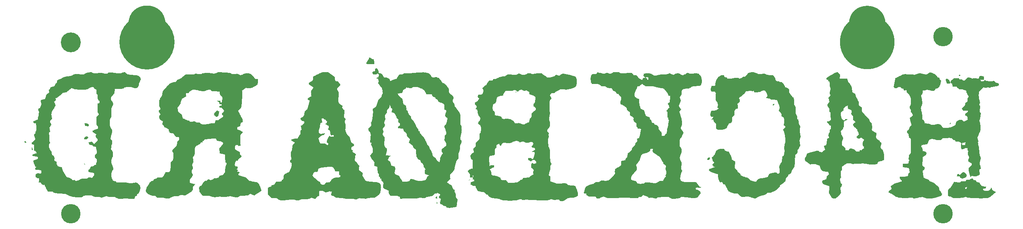
<source format=gbs>
G04 Layer: BottomSolderMaskLayer*
G04 EasyEDA v6.5.42, 2024-05-12 21:08:59*
G04 f36f5017274649139e4d56ab36a3ba36,156c37ef0924441e834bf69462bb4c55,10*
G04 Gerber Generator version 0.2*
G04 Scale: 100 percent, Rotated: No, Reflected: No *
G04 Dimensions in millimeters *
G04 leading zeros omitted , absolute positions ,4 integer and 5 decimal *
%FSLAX45Y45*%
%MOMM*%

%ADD10C,8.2032*%
%ADD11C,8.1016*%
%ADD12C,12.1016*%
%ADD13C,12.2032*%
%ADD14C,4.3016*%
%ADD15C,4.4032*%
%ADD16C,2.0000*%
%ADD17C,0.0161*%

%LPD*%
G36*
X14523516Y7186726D02*
G01*
X14510461Y7186523D01*
X14498015Y7185914D01*
X14486077Y7184847D01*
X14474748Y7183374D01*
X14463928Y7181494D01*
X14452752Y7174331D01*
X14440255Y7166660D01*
X14411350Y7149998D01*
X14400479Y7150658D01*
X14388693Y7152640D01*
X14375993Y7155891D01*
X14362328Y7160412D01*
X14340484Y7168438D01*
X14330832Y7171080D01*
X14320621Y7170420D01*
X14310868Y7168438D01*
X14301469Y7165086D01*
X14292478Y7160412D01*
X14274952Y7152640D01*
X14257426Y7149998D01*
X14233753Y7155789D01*
X14209318Y7161326D01*
X14184020Y7166660D01*
X14158010Y7171791D01*
X14131137Y7176770D01*
X14103502Y7181494D01*
X14103502Y7171080D01*
X14097762Y7163816D01*
X14091208Y7156094D01*
X14083792Y7148068D01*
X14075562Y7139584D01*
X14012570Y7139584D01*
X14002664Y7139736D01*
X13993926Y7137958D01*
X13986306Y7134199D01*
X13979855Y7128560D01*
X13974572Y7120940D01*
X13970406Y7111390D01*
X13967764Y7101281D01*
X13965580Y7090613D01*
X13963853Y7079488D01*
X13962634Y7067905D01*
X13961922Y7055815D01*
X13961668Y7043216D01*
X13961922Y7030161D01*
X13962634Y7016597D01*
X13963853Y7002525D01*
X13965580Y6987997D01*
X13967764Y6973011D01*
X13970406Y6957466D01*
X13972438Y6951624D01*
X13974876Y6947916D01*
X13977772Y6946392D01*
X13981074Y6947052D01*
X13981074Y6925970D01*
X14031010Y6923684D01*
X14068450Y6921601D01*
X14105890Y6919214D01*
X14155826Y6915556D01*
X14163801Y6906361D01*
X14173504Y6896252D01*
X14184884Y6885279D01*
X14197990Y6873392D01*
X14207998Y6874408D01*
X14219377Y6875018D01*
X14232128Y6875170D01*
X14246199Y6875018D01*
X14261693Y6874408D01*
X14278508Y6873392D01*
X14296339Y6861352D01*
X14306448Y6855053D01*
X14329054Y6841896D01*
X14341500Y6835038D01*
X14349831Y6834886D01*
X14369084Y6833565D01*
X14391792Y6830872D01*
X14418005Y6826910D01*
X14432432Y6824370D01*
X14437106Y6813296D01*
X14443862Y6800900D01*
X14452854Y6787134D01*
X14463928Y6772046D01*
X14473580Y6769404D01*
X14484959Y6765036D01*
X14498116Y6758889D01*
X14512950Y6750964D01*
X14516252Y6741566D01*
X14522602Y6730847D01*
X14532000Y6718858D01*
X14544446Y6705498D01*
X14555876Y6706412D01*
X14575942Y6701942D01*
X14587253Y6687972D01*
X14929510Y6687972D01*
X14929916Y6695338D01*
X14931085Y6703415D01*
X14933015Y6712254D01*
X14935758Y6721754D01*
X14939213Y6732066D01*
X14943480Y6743039D01*
X14948560Y6754774D01*
X14954351Y6767220D01*
X14960955Y6780428D01*
X14968321Y6794347D01*
X14976500Y6809028D01*
X14985390Y6824370D01*
X14986507Y6834022D01*
X14989810Y6845401D01*
X14995245Y6858558D01*
X15002916Y6873392D01*
X15034412Y6873392D01*
X15073376Y6906158D01*
X15097404Y6925970D01*
X15116149Y6915150D01*
X15139517Y6901180D01*
X15167508Y6884060D01*
X15167508Y6873392D01*
X15173960Y6872020D01*
X15181376Y6870852D01*
X15189657Y6869887D01*
X15209113Y6868617D01*
X15232227Y6868210D01*
X15259100Y6868617D01*
X15289682Y6869887D01*
X15323972Y6872020D01*
X15342514Y6873392D01*
X15380258Y6862927D01*
X15428112Y6850176D01*
X15486024Y6835038D01*
X15496032Y6834784D01*
X15507411Y6833870D01*
X15520162Y6832396D01*
X15534233Y6830314D01*
X15549727Y6827672D01*
X15566542Y6824370D01*
X15574010Y6820052D01*
X15581477Y6814921D01*
X15588996Y6809028D01*
X15596514Y6802323D01*
X15604032Y6794804D01*
X15611652Y6786524D01*
X15619222Y6777431D01*
X15626892Y6767575D01*
X15634563Y6756908D01*
X15642234Y6745427D01*
X15649956Y6733184D01*
X15657728Y6720128D01*
X15665500Y6706311D01*
X15673273Y6691680D01*
X15681147Y6676288D01*
X15688970Y6660032D01*
X15712592Y6661810D01*
X15720466Y6660032D01*
X15716910Y6597040D01*
X15714573Y6562750D01*
X15713456Y6549694D01*
X15712287Y6539382D01*
X15711169Y6531813D01*
X15710052Y6526936D01*
X15700857Y6519113D01*
X15690748Y6509512D01*
X15679775Y6498132D01*
X15667888Y6485026D01*
X15676829Y6469837D01*
X15684347Y6455714D01*
X15690443Y6442710D01*
X15695066Y6430772D01*
X15698317Y6419900D01*
X15700095Y6410147D01*
X15700451Y6401460D01*
X15699384Y6393840D01*
X15689884Y6386423D01*
X15679978Y6377990D01*
X15669666Y6368592D01*
X15658998Y6358178D01*
X15647873Y6346799D01*
X15636392Y6334404D01*
X15657474Y6292494D01*
X15658490Y6284417D01*
X15659049Y6274206D01*
X15659252Y6261862D01*
X15659049Y6247384D01*
X15658490Y6230721D01*
X15657474Y6211976D01*
X15657474Y6180480D01*
X15678556Y6180480D01*
X15678556Y6138570D01*
X15688970Y6138570D01*
X15689884Y6131153D01*
X15690342Y6122822D01*
X15690342Y6113678D01*
X15689884Y6103721D01*
X15688970Y6092850D01*
X15687598Y6081166D01*
X15685769Y6068669D01*
X15680690Y6041034D01*
X15673832Y6010046D01*
X15665551Y5976416D01*
X15658439Y5944565D01*
X15655544Y5929680D01*
X15653054Y5915406D01*
X15650972Y5901791D01*
X15649295Y5888837D01*
X15648025Y5876594D01*
X15647162Y5864961D01*
X15646704Y5853988D01*
X15646704Y5843676D01*
X15647060Y5834024D01*
X15634716Y5825236D01*
X15618866Y5812942D01*
X15606420Y5796178D01*
X15597022Y5784189D01*
X15590672Y5777026D01*
X15587370Y5774588D01*
X15573654Y5773064D01*
X15560344Y5771946D01*
X15547492Y5771286D01*
X15535046Y5771032D01*
X15535605Y5779363D01*
X15535656Y5788558D01*
X15535097Y5798616D01*
X15534030Y5809538D01*
X15532455Y5821324D01*
X15530322Y5834024D01*
X15527629Y5847588D01*
X15524378Y5861964D01*
X15516047Y5867400D01*
X15507360Y5874410D01*
X15498216Y5882944D01*
X15488716Y5893054D01*
X15478810Y5904687D01*
X15468498Y5917844D01*
X15469616Y5926277D01*
X15469412Y5937250D01*
X15467838Y5950762D01*
X15464942Y5966866D01*
X15460624Y5974130D01*
X15454477Y5981700D01*
X15446603Y5989675D01*
X15436951Y5998057D01*
X15425572Y6006795D01*
X15412364Y6015888D01*
X15380868Y6015888D01*
X15380868Y6026556D01*
X15375229Y6033770D01*
X15368676Y6041440D01*
X15361259Y6049518D01*
X15352928Y6058052D01*
X15338094Y6056274D01*
X15321432Y6058052D01*
X15302839Y6106261D01*
X15289936Y6138570D01*
X15268854Y6138570D01*
X15270226Y6147714D01*
X15270632Y6157722D01*
X15270226Y6168644D01*
X15268854Y6180480D01*
X15177922Y6222390D01*
X15176296Y6231229D01*
X15174061Y6240830D01*
X15171267Y6251143D01*
X15167965Y6262268D01*
X15164054Y6274155D01*
X15159583Y6286804D01*
X15148915Y6314440D01*
X15142768Y6329375D01*
X15136012Y6345072D01*
X15127528Y6347764D01*
X15118486Y6351270D01*
X15108834Y6355486D01*
X15098674Y6360566D01*
X15087904Y6366408D01*
X15076576Y6373012D01*
X15071648Y6381038D01*
X15067026Y6389522D01*
X15062707Y6398463D01*
X15058694Y6407912D01*
X15054986Y6417818D01*
X15051582Y6428181D01*
X15048484Y6439052D01*
X15045690Y6450380D01*
X15043200Y6462166D01*
X15041016Y6474460D01*
X15039136Y6487261D01*
X15037511Y6500469D01*
X15036241Y6514185D01*
X15035276Y6528409D01*
X15034615Y6543090D01*
X15034260Y6558229D01*
X15034412Y6589928D01*
X15019985Y6594652D01*
X15006574Y6599681D01*
X14994280Y6605066D01*
X14983053Y6610807D01*
X14972893Y6616903D01*
X14963800Y6623405D01*
X14955774Y6630212D01*
X14948814Y6637375D01*
X14942921Y6644944D01*
X14938095Y6652818D01*
X14934336Y6661099D01*
X14931644Y6669684D01*
X14930069Y6678675D01*
X14929510Y6687972D01*
X14587253Y6687972D01*
X14635378Y6628536D01*
X14637207Y6619951D01*
X14637969Y6610603D01*
X14637664Y6600494D01*
X14636292Y6589623D01*
X14633854Y6577990D01*
X14630298Y6565544D01*
X14624862Y6547815D01*
X14621001Y6533134D01*
X14618665Y6521500D01*
X14617852Y6512966D01*
X14619630Y6493662D01*
X14624964Y6477914D01*
X14635378Y6467500D01*
X14651075Y6461760D01*
X14665756Y6455918D01*
X14679422Y6449974D01*
X14692071Y6443878D01*
X14703704Y6437731D01*
X14714321Y6431432D01*
X14723973Y6425031D01*
X14732558Y6418478D01*
X14740128Y6411874D01*
X14746732Y6405118D01*
X14752269Y6398260D01*
X14756841Y6391300D01*
X14760397Y6384239D01*
X14762937Y6377076D01*
X14764410Y6369761D01*
X14765172Y6357366D01*
X14765832Y6352844D01*
X14766950Y6348730D01*
X14768474Y6345072D01*
X14778024Y6338773D01*
X14787930Y6331458D01*
X14798192Y6323177D01*
X14808911Y6313932D01*
X14819985Y6303721D01*
X14831466Y6292494D01*
X14829485Y6284925D01*
X14828316Y6276136D01*
X14827910Y6266230D01*
X14828316Y6255156D01*
X14829485Y6242913D01*
X14831466Y6229502D01*
X14840407Y6225540D01*
X14849652Y6220561D01*
X14859254Y6214618D01*
X14869160Y6207658D01*
X14879370Y6199784D01*
X14889937Y6190843D01*
X14900808Y6180988D01*
X14911984Y6170066D01*
X14911019Y6161278D01*
X14910409Y6151372D01*
X14910206Y6140246D01*
X14910409Y6128004D01*
X14911019Y6114542D01*
X14911984Y6099962D01*
X14921534Y6093663D01*
X14931440Y6086348D01*
X14941702Y6078067D01*
X14952421Y6068822D01*
X14963495Y6058611D01*
X14974976Y6047384D01*
X14974011Y6038596D01*
X14973401Y6028436D01*
X14973198Y6016853D01*
X14973401Y6003950D01*
X14974011Y5989675D01*
X14974976Y5973978D01*
X14988946Y5966053D01*
X15002916Y5956452D01*
X15002916Y5935370D01*
X15025116Y5932779D01*
X15049652Y5929274D01*
X15076576Y5924956D01*
X15074392Y5905093D01*
X15071293Y5883859D01*
X15067330Y5861304D01*
X15062504Y5837478D01*
X15056815Y5812282D01*
X15050211Y5785815D01*
X15042743Y5758027D01*
X15034412Y5728868D01*
X15023439Y5724550D01*
X15011654Y5718454D01*
X14998954Y5710580D01*
X14985390Y5700928D01*
X14988540Y5692444D01*
X14990724Y5680811D01*
X14992096Y5666130D01*
X14992502Y5648350D01*
X14983510Y5642508D01*
X14974112Y5635294D01*
X14964206Y5626760D01*
X14953894Y5616854D01*
X14953284Y5608574D01*
X14951303Y5597702D01*
X14948052Y5584190D01*
X14943480Y5568086D01*
X14930323Y5556250D01*
X14915438Y5541772D01*
X14898827Y5524652D01*
X14880488Y5504840D01*
X14878913Y5497423D01*
X14876576Y5488990D01*
X14873478Y5479592D01*
X14869566Y5469178D01*
X14864892Y5457799D01*
X14859406Y5445404D01*
X14841270Y5432348D01*
X14821763Y5417464D01*
X14800986Y5400852D01*
X14778888Y5382412D01*
X14778634Y5372455D01*
X14777770Y5361076D01*
X14776297Y5348325D01*
X14774265Y5334254D01*
X14771674Y5318760D01*
X14768474Y5301894D01*
X14762530Y5294680D01*
X14750084Y5278424D01*
X14736826Y5259781D01*
X14729866Y5249570D01*
X14729866Y5228488D01*
X14714829Y5226100D01*
X14667585Y5217312D01*
X14635378Y5210962D01*
X14636394Y5199888D01*
X14636953Y5187645D01*
X14637156Y5174234D01*
X14636953Y5159603D01*
X14636394Y5143855D01*
X14635378Y5126888D01*
X14634260Y5124145D01*
X14631873Y5120741D01*
X14628164Y5116830D01*
X14623186Y5112359D01*
X14616938Y5107279D01*
X14600529Y5095392D01*
X14578990Y5081270D01*
X14552269Y5064861D01*
X14520418Y5046167D01*
X14502536Y5035956D01*
X14501876Y5024780D01*
X14499894Y5012283D01*
X14496542Y4998516D01*
X14491868Y4983378D01*
X14495221Y4974437D01*
X14498116Y4965039D01*
X14500555Y4955235D01*
X14502536Y4945024D01*
X14500809Y4939131D01*
X14497304Y4932019D01*
X14492020Y4923586D01*
X14485010Y4913934D01*
X14476272Y4903012D01*
X14465807Y4890871D01*
X14453565Y4877409D01*
X14439544Y4862728D01*
X14417040Y4840173D01*
X14409620Y4833010D01*
X14852548Y4833010D01*
X14853208Y4840427D01*
X14855088Y4848656D01*
X14858238Y4857699D01*
X14862657Y4867503D01*
X14868296Y4878120D01*
X14875256Y4889550D01*
X14883434Y4901793D01*
X14892883Y4914798D01*
X14903602Y4928616D01*
X14948306Y4983175D01*
X14964511Y5004054D01*
X14970963Y5012740D01*
X14976246Y5020259D01*
X14980412Y5026660D01*
X14983460Y5031892D01*
X14985390Y5035956D01*
X14986203Y5048605D01*
X14985034Y5061864D01*
X14981885Y5075783D01*
X14976754Y5090312D01*
X14972080Y5105095D01*
X14970251Y5119624D01*
X14971217Y5133898D01*
X14974976Y5147970D01*
X14989860Y5163515D01*
X15006421Y5182108D01*
X15024760Y5203748D01*
X15044826Y5228488D01*
X15046553Y5237937D01*
X15048788Y5247944D01*
X15051633Y5258612D01*
X15054986Y5269941D01*
X15063419Y5294426D01*
X15074087Y5321401D01*
X15086990Y5350916D01*
X15093645Y5358638D01*
X15101773Y5365394D01*
X15111526Y5371134D01*
X15122804Y5375910D01*
X15135606Y5379669D01*
X15149982Y5382412D01*
X15185339Y5390997D01*
X15212212Y5398008D01*
X15230500Y5403494D01*
X15244470Y5413552D01*
X15255951Y5422544D01*
X15265044Y5430621D01*
X15271699Y5437733D01*
X15275966Y5443829D01*
X15277744Y5448960D01*
X15281706Y5464708D01*
X15289936Y5484012D01*
X15301163Y5482691D01*
X15313660Y5482234D01*
X15327426Y5482691D01*
X15342514Y5484012D01*
X15339212Y5476392D01*
X15336316Y5467400D01*
X15333878Y5457088D01*
X15331846Y5445404D01*
X15333573Y5435904D01*
X15336926Y5426456D01*
X15341904Y5417108D01*
X15348559Y5407914D01*
X15356840Y5398770D01*
X15366796Y5389778D01*
X15378328Y5380837D01*
X15391536Y5371998D01*
X15412313Y5359603D01*
X15432633Y5347004D01*
X15452547Y5334203D01*
X15472054Y5321198D01*
X15478455Y5316372D01*
X15484754Y5310581D01*
X15491053Y5303875D01*
X15497251Y5296204D01*
X15503448Y5287568D01*
X15509595Y5277967D01*
X15515691Y5267452D01*
X15521736Y5255971D01*
X15527731Y5243525D01*
X15533725Y5230164D01*
X15539618Y5215839D01*
X15545460Y5200548D01*
X15566542Y5189880D01*
X15564764Y5175046D01*
X15566542Y5158384D01*
X15575991Y5152085D01*
X15585592Y5144820D01*
X15595396Y5136540D01*
X15605404Y5127345D01*
X15615615Y5117185D01*
X15625978Y5106060D01*
X15628112Y5098440D01*
X15627654Y5089448D01*
X15624556Y5079136D01*
X15618866Y5067452D01*
X15616732Y5053279D01*
X15617240Y5038648D01*
X15620288Y5023561D01*
X15625978Y5008016D01*
X15633801Y4975606D01*
X15635782Y4966665D01*
X15636392Y4962550D01*
X15635528Y4954168D01*
X15632836Y4936134D01*
X15629483Y4916525D01*
X15625978Y4902860D01*
X15608452Y4902860D01*
X15625978Y4871364D01*
X15613786Y4862728D01*
X15598038Y4850536D01*
X15595041Y4841646D01*
X15591434Y4832400D01*
X15587116Y4822799D01*
X15582188Y4812893D01*
X15576600Y4802682D01*
X15570352Y4792116D01*
X15563443Y4781245D01*
X15555874Y4770018D01*
X15492882Y4770018D01*
X15449448Y4743500D01*
X15423032Y4727854D01*
X15410535Y4726432D01*
X15397581Y4725416D01*
X15384221Y4724806D01*
X15370454Y4724552D01*
X15353233Y4725212D01*
X15329407Y4727194D01*
X15298978Y4730445D01*
X15261996Y4734966D01*
X15246604Y4737303D01*
X15231821Y4739132D01*
X15217698Y4740351D01*
X15204236Y4741062D01*
X15191435Y4741265D01*
X15179243Y4740910D01*
X15167711Y4739995D01*
X15156840Y4738522D01*
X15136012Y4717440D01*
X15121432Y4714290D01*
X15107157Y4711852D01*
X15093137Y4710125D01*
X15079370Y4709058D01*
X15065908Y4708702D01*
X15052751Y4709058D01*
X15039898Y4710125D01*
X15027300Y4711852D01*
X15014956Y4714290D01*
X15002916Y4717440D01*
X14996718Y4725771D01*
X14989708Y4734255D01*
X14981936Y4742942D01*
X14973350Y4751781D01*
X14964003Y4760823D01*
X14953894Y4770018D01*
X14945106Y4771593D01*
X14934895Y4773930D01*
X14923363Y4777028D01*
X14910460Y4780889D01*
X14880488Y4790846D01*
X14868296Y4798822D01*
X14859558Y4808524D01*
X14854326Y4819904D01*
X14852548Y4833010D01*
X14409620Y4833010D01*
X14397177Y4821326D01*
X14380006Y4806289D01*
X14372437Y4800193D01*
X14365528Y4795062D01*
X14359280Y4790846D01*
X14353692Y4787544D01*
X14344243Y4783378D01*
X14333321Y4780178D01*
X14320926Y4777892D01*
X14307108Y4776622D01*
X14291767Y4776266D01*
X14274952Y4776876D01*
X14254073Y4778959D01*
X14235684Y4780432D01*
X14219834Y4781346D01*
X14206575Y4781651D01*
X14195806Y4781346D01*
X14187576Y4780432D01*
X14168272Y4765598D01*
X14145412Y4748936D01*
X14135455Y4749952D01*
X14124076Y4750562D01*
X14111325Y4750714D01*
X14097203Y4750562D01*
X14081760Y4749952D01*
X14064894Y4748936D01*
X14057071Y4739792D01*
X14047469Y4729734D01*
X14036090Y4718812D01*
X14022984Y4707026D01*
X14013789Y4705807D01*
X14004239Y4704080D01*
X13994231Y4701946D01*
X13983868Y4699304D01*
X13973098Y4696206D01*
X13961922Y4692650D01*
X13950340Y4688636D01*
X13938402Y4684166D01*
X13926057Y4679238D01*
X13900200Y4667961D01*
X13886637Y4661662D01*
X13858392Y4647590D01*
X13830452Y4595012D01*
X13820038Y4535576D01*
X13816736Y4531817D01*
X13813840Y4527651D01*
X13811402Y4523079D01*
X13809370Y4518050D01*
X13813840Y4501388D01*
X13820038Y4493412D01*
X13830909Y4494784D01*
X13842746Y4495190D01*
X13855446Y4494784D01*
X13869060Y4493412D01*
X13869060Y4461916D01*
X13921384Y4423562D01*
X13939012Y4424527D01*
X13959128Y4425035D01*
X13981785Y4425238D01*
X14006982Y4425035D01*
X14034668Y4424527D01*
X14064894Y4423562D01*
X14073886Y4413046D01*
X14083334Y4402480D01*
X14093190Y4391964D01*
X14103502Y4381398D01*
X14114424Y4380026D01*
X14126057Y4380331D01*
X14138503Y4382363D01*
X14151711Y4386173D01*
X14165732Y4391710D01*
X14180464Y4398924D01*
X14194942Y4406493D01*
X14208099Y4412640D01*
X14219834Y4417415D01*
X14230248Y4420870D01*
X14239341Y4422902D01*
X14247012Y4423562D01*
X14285518Y4408728D01*
X14330832Y4392066D01*
X14336674Y4391355D01*
X14344853Y4390796D01*
X14368068Y4390136D01*
X14400580Y4390085D01*
X14442287Y4390644D01*
X14493240Y4391812D01*
X14553488Y4393539D01*
X14622932Y4395927D01*
X14789556Y4402480D01*
X14806828Y4399635D01*
X14825980Y4397146D01*
X14847062Y4395114D01*
X14870023Y4393539D01*
X14894864Y4392371D01*
X14921636Y4391660D01*
X14950338Y4391355D01*
X14980869Y4391507D01*
X15013330Y4392066D01*
X15023998Y4412894D01*
X15031567Y4413199D01*
X15040254Y4414113D01*
X15050160Y4415586D01*
X15061285Y4417669D01*
X15073528Y4420311D01*
X15086990Y4423562D01*
X15125344Y4461916D01*
X15146680Y4451045D01*
X15168524Y4440682D01*
X15190927Y4430877D01*
X15213888Y4421632D01*
X15237358Y4412894D01*
X15248026Y4392066D01*
X15256865Y4394301D01*
X15267025Y4396282D01*
X15278607Y4398111D01*
X15291511Y4399788D01*
X15305786Y4401210D01*
X15321432Y4402480D01*
X15363342Y4388510D01*
X15378887Y4384192D01*
X15394025Y4381550D01*
X15408757Y4380636D01*
X15423032Y4381398D01*
X15433446Y4402480D01*
X15438577Y4404766D01*
X15447060Y4406798D01*
X15458795Y4408678D01*
X15473883Y4410303D01*
X15492272Y4411726D01*
X15532963Y4413859D01*
X15567964Y4415332D01*
X15598952Y4416196D01*
X15625927Y4416450D01*
X15648940Y4416196D01*
X15667939Y4415332D01*
X15682976Y4413859D01*
X15688970Y4412894D01*
X15712694Y4398060D01*
X15741548Y4381398D01*
X15751759Y4379823D01*
X15762173Y4378553D01*
X15772841Y4377537D01*
X15783763Y4376826D01*
X15794939Y4376470D01*
X15806369Y4376369D01*
X15818002Y4376572D01*
X15829889Y4377080D01*
X15854426Y4379061D01*
X15879927Y4382160D01*
X15893034Y4384192D01*
X15920008Y4389170D01*
X15933826Y4392066D01*
X15965576Y4412894D01*
X15974466Y4413504D01*
X15995142Y4413808D01*
X16019780Y4412996D01*
X16048278Y4411065D01*
X16080740Y4408017D01*
X16098418Y4406036D01*
X16136416Y4401007D01*
X16169081Y4397095D01*
X16196411Y4394301D01*
X16218407Y4392625D01*
X16235070Y4392066D01*
X16250412Y4392422D01*
X16264839Y4393387D01*
X16278351Y4395012D01*
X16291051Y4397298D01*
X16302837Y4400245D01*
X16313708Y4403801D01*
X16323716Y4408017D01*
X16332860Y4412894D01*
X16335552Y4420362D01*
X16339921Y4428642D01*
X16346068Y4437888D01*
X16353942Y4447946D01*
X16372382Y4469892D01*
X16392550Y4493412D01*
X16393922Y4502708D01*
X16393922Y4511598D01*
X16392601Y4520031D01*
X16389959Y4528007D01*
X16386048Y4535576D01*
X16380764Y4542739D01*
X16374160Y4549444D01*
X16366236Y4555744D01*
X16356990Y4561586D01*
X16346424Y4566970D01*
X16334536Y4572000D01*
X16321328Y4576521D01*
X16306800Y4580686D01*
X16290950Y4584344D01*
X16290950Y4616094D01*
X16299789Y4616958D01*
X16312032Y4626508D01*
X16358666Y4620310D01*
X16392550Y4616094D01*
X16402964Y4636922D01*
X16393972Y4638954D01*
X16384574Y4641392D01*
X16374668Y4644288D01*
X16364356Y4647590D01*
X16360343Y4657445D01*
X16355212Y4667656D01*
X16348963Y4678375D01*
X16341648Y4689500D01*
X16333216Y4701133D01*
X16323716Y4713122D01*
X16313099Y4725619D01*
X16301364Y4738522D01*
X16292372Y4741722D01*
X16281603Y4744313D01*
X16269055Y4746345D01*
X16254780Y4747818D01*
X16238677Y4748682D01*
X16220846Y4748936D01*
X16157854Y4748936D01*
X16130320Y4747006D01*
X16108222Y4745786D01*
X16091560Y4745380D01*
X16075812Y4745685D01*
X16060928Y4746447D01*
X16046957Y4747768D01*
X16033800Y4749546D01*
X16021557Y4751882D01*
X16010178Y4754778D01*
X15999663Y4758131D01*
X15990062Y4762042D01*
X15981273Y4766462D01*
X15973399Y4771390D01*
X15966389Y4776876D01*
X15960293Y4782820D01*
X15955010Y4789322D01*
X15950641Y4796332D01*
X15947136Y4803902D01*
X15944494Y4811928D01*
X15943122Y4818075D01*
X15942513Y4825898D01*
X15942665Y4835347D01*
X15943580Y4846574D01*
X15945256Y4859426D01*
X15947694Y4874006D01*
X15950946Y4890262D01*
X15954908Y4908194D01*
X15959277Y4926025D01*
X15963442Y4941773D01*
X15967557Y4955540D01*
X15971570Y4967274D01*
X15975431Y4976977D01*
X15979190Y4984699D01*
X15982899Y4990388D01*
X15986404Y4994046D01*
X15965576Y5035956D01*
X15963696Y5045760D01*
X15962782Y5056378D01*
X15962884Y5067909D01*
X15963900Y5080355D01*
X15965932Y5093665D01*
X15972078Y5122011D01*
X15974415Y5135219D01*
X15975990Y5147614D01*
X15976803Y5159095D01*
X15976803Y5169763D01*
X15975990Y5179466D01*
X15968522Y5193538D01*
X15953130Y5221376D01*
X15947237Y5233060D01*
X15942411Y5244744D01*
X15938652Y5256428D01*
X15936010Y5268112D01*
X15934385Y5279796D01*
X15933826Y5291480D01*
X15934283Y5298236D01*
X15935604Y5306314D01*
X15937788Y5315712D01*
X15940887Y5326430D01*
X15944850Y5338470D01*
X15949726Y5351780D01*
X15955416Y5366461D01*
X15962020Y5382412D01*
X15966795Y5396280D01*
X15970707Y5409844D01*
X15973755Y5423052D01*
X15975939Y5435904D01*
X15977260Y5448452D01*
X15977717Y5460644D01*
X15977311Y5472480D01*
X15975990Y5484012D01*
X15968980Y5492546D01*
X15961969Y5501894D01*
X15954908Y5511952D01*
X15947898Y5522874D01*
X15940887Y5534558D01*
X15933826Y5547004D01*
X15931591Y5558586D01*
X15929813Y5570220D01*
X15928543Y5582005D01*
X15927679Y5593892D01*
X15927273Y5605881D01*
X15927324Y5617972D01*
X15927882Y5630164D01*
X15928848Y5642457D01*
X15930321Y5654852D01*
X15932251Y5667349D01*
X15934639Y5679998D01*
X15937433Y5692698D01*
X15940735Y5705551D01*
X15944494Y5718454D01*
X15975990Y5749950D01*
X15994126Y5789980D01*
X16006572Y5819038D01*
X16010636Y5829503D01*
X16013277Y5837224D01*
X16014547Y5842203D01*
X16014344Y5844438D01*
X16008096Y5852820D01*
X15996056Y5870752D01*
X15954908Y5935370D01*
X15954146Y5942939D01*
X15955365Y5951575D01*
X15958616Y5961329D01*
X15963798Y5972200D01*
X15975990Y5995060D01*
X15977514Y6005626D01*
X15978682Y6016345D01*
X15979597Y6027166D01*
X15980257Y6038138D01*
X15980613Y6049213D01*
X15980714Y6060490D01*
X15980511Y6071819D01*
X15979241Y6094984D01*
X15978225Y6106769D01*
X15976904Y6118656D01*
X15973399Y6142888D01*
X15971266Y6155232D01*
X15966084Y6180277D01*
X15959785Y6205880D01*
X15952368Y6231991D01*
X15943834Y6258661D01*
X15934182Y6285839D01*
X15923412Y6313576D01*
X15934334Y6325209D01*
X15948355Y6341465D01*
X15965576Y6362344D01*
X15959378Y6368897D01*
X15953079Y6376212D01*
X15946628Y6384290D01*
X15940125Y6393078D01*
X15933521Y6402679D01*
X15926765Y6413042D01*
X15912998Y6436004D01*
X15913607Y6440627D01*
X15915335Y6447434D01*
X15918230Y6456527D01*
X15922294Y6467856D01*
X15927476Y6481419D01*
X15940278Y6513068D01*
X15945561Y6526631D01*
X15949676Y6537959D01*
X15952571Y6547002D01*
X15954349Y6553860D01*
X15954908Y6558432D01*
X15947948Y6582968D01*
X15940938Y6609842D01*
X15933826Y6638950D01*
X15939871Y6645300D01*
X15946323Y6652615D01*
X15960394Y6670141D01*
X15968014Y6680352D01*
X15975990Y6691528D01*
X15975025Y6701536D01*
X15974415Y6712915D01*
X15974212Y6725666D01*
X15974415Y6739737D01*
X15975025Y6755231D01*
X15975990Y6772046D01*
X15980054Y6781139D01*
X15985185Y6789166D01*
X15991433Y6796176D01*
X15998748Y6802170D01*
X16007181Y6807098D01*
X16016681Y6811009D01*
X16027298Y6813905D01*
X16038982Y6815734D01*
X16075761Y6819493D01*
X16100298Y6821627D01*
X16137026Y6824370D01*
X16145408Y6829755D01*
X16154755Y6835343D01*
X16165118Y6841185D01*
X16176396Y6847179D01*
X16201999Y6859879D01*
X16231514Y6873392D01*
X16248126Y6873697D01*
X16267684Y6874611D01*
X16290137Y6876084D01*
X16315537Y6878167D01*
X16343833Y6880809D01*
X16375024Y6884060D01*
X16383660Y6887667D01*
X16391432Y6892747D01*
X16398240Y6899402D01*
X16404132Y6907580D01*
X16409162Y6917283D01*
X16413226Y6928561D01*
X16416426Y6941362D01*
X16418712Y6955688D01*
X16420033Y6971588D01*
X16420490Y6988962D01*
X16420236Y7003440D01*
X16419372Y7017359D01*
X16418001Y7030821D01*
X16416019Y7043826D01*
X16413530Y7056272D01*
X16410432Y7068312D01*
X16406825Y7079792D01*
X16402608Y7090816D01*
X16397884Y7101382D01*
X16392550Y7111390D01*
X16384625Y7114946D01*
X16375024Y7118502D01*
X16371062Y7127087D01*
X16366236Y7135164D01*
X16360495Y7142835D01*
X16353942Y7149998D01*
X16343223Y7153198D01*
X16331895Y7155688D01*
X16320007Y7157516D01*
X16307612Y7158736D01*
X16294607Y7159244D01*
X16281095Y7159142D01*
X16267023Y7158329D01*
X16252342Y7156856D01*
X16235629Y7154468D01*
X16206317Y7151014D01*
X16193820Y7149947D01*
X16182695Y7149338D01*
X16172992Y7149134D01*
X16164763Y7149338D01*
X16157854Y7149998D01*
X16135248Y7162190D01*
X16124377Y7167321D01*
X16114623Y7170521D01*
X16105987Y7171791D01*
X16098418Y7171080D01*
X16090087Y7164882D01*
X16080740Y7158583D01*
X16070376Y7152182D01*
X16059048Y7145629D01*
X16046754Y7139025D01*
X16033496Y7132269D01*
X16019221Y7125462D01*
X16003930Y7118502D01*
X15992652Y7119823D01*
X15979800Y7123785D01*
X15965474Y7130389D01*
X15934232Y7148728D01*
X15921278Y7155230D01*
X15910610Y7159142D01*
X15902330Y7160412D01*
X15892830Y7161072D01*
X15882924Y7160666D01*
X15872612Y7159142D01*
X15861944Y7156602D01*
X15850819Y7152944D01*
X15839338Y7148220D01*
X15823895Y7141108D01*
X15812363Y7135520D01*
X15804743Y7131456D01*
X15800984Y7128916D01*
X15789706Y7129932D01*
X15776854Y7132878D01*
X15762528Y7137806D01*
X15731236Y7151573D01*
X15718180Y7156500D01*
X15707613Y7159447D01*
X15699384Y7160412D01*
X15667888Y7139584D01*
X15649651Y7139381D01*
X15628823Y7138720D01*
X15605404Y7137653D01*
X15579394Y7136130D01*
X15519755Y7131761D01*
X15486024Y7128916D01*
X15481198Y7128052D01*
X15470225Y7125462D01*
X15429890Y7114946D01*
X15416428Y7112000D01*
X15403880Y7109968D01*
X15392298Y7108850D01*
X15381681Y7108748D01*
X15372029Y7109612D01*
X15363342Y7111390D01*
X15354858Y7117334D01*
X15335402Y7129830D01*
X15324531Y7136384D01*
X15300350Y7149998D01*
X15290749Y7153249D01*
X15280792Y7155992D01*
X15270480Y7158228D01*
X15259913Y7159955D01*
X15248940Y7161225D01*
X15237713Y7161987D01*
X15226131Y7162190D01*
X15214244Y7161987D01*
X15202001Y7161225D01*
X15189454Y7159955D01*
X15176601Y7158228D01*
X15163393Y7155992D01*
X15149880Y7153249D01*
X15136012Y7149998D01*
X15136672Y7146950D01*
X15135148Y7137755D01*
X15131338Y7122464D01*
X15125344Y7100976D01*
X15142972Y7091832D01*
X15153538Y7085228D01*
X15160498Y7076033D01*
X15162156Y7072020D01*
X15185796Y7072020D01*
X15191892Y7076338D01*
X15195651Y7075931D01*
X15199868Y7074662D01*
X15204440Y7072528D01*
X15209418Y7069480D01*
X15209418Y7079894D01*
X15219832Y7079894D01*
X15230195Y7073595D01*
X15236545Y7065111D01*
X15238933Y7054443D01*
X15237358Y7041540D01*
X15234412Y7028230D01*
X15228722Y7019645D01*
X15220442Y7015886D01*
X15209418Y7016902D01*
X15209418Y7037984D01*
X15197175Y7046722D01*
X15188336Y7059066D01*
X15185796Y7072020D01*
X15162156Y7072020D01*
X15167508Y7059066D01*
X15159634Y7060336D01*
X15149982Y7060742D01*
X15138552Y7060336D01*
X15125344Y7059066D01*
X15121686Y7051141D01*
X15113050Y7030059D01*
X15108072Y7016902D01*
X15086990Y7016902D01*
X15013330Y7059066D01*
X15013381Y7067397D01*
X15011044Y7076135D01*
X15006421Y7085228D01*
X14999462Y7094778D01*
X14990165Y7104684D01*
X14978532Y7114946D01*
X14970861Y7114082D01*
X14961768Y7113778D01*
X14951354Y7114082D01*
X14939619Y7114946D01*
X14926462Y7116470D01*
X14911984Y7118502D01*
X14906142Y7129068D01*
X14898928Y7139533D01*
X14890394Y7149998D01*
X14880488Y7160412D01*
X14867737Y7165086D01*
X14854174Y7168438D01*
X14839696Y7170420D01*
X14824354Y7171080D01*
X14815515Y7170928D01*
X14805202Y7170318D01*
X14780107Y7167930D01*
X14718233Y7160056D01*
X14704974Y7158634D01*
X14682876Y7157059D01*
X14673986Y7156856D01*
X14660473Y7157110D01*
X14647773Y7157770D01*
X14635937Y7158888D01*
X14624964Y7160412D01*
X14612772Y7171029D01*
X14597024Y7181494D01*
X14581225Y7183374D01*
X14565934Y7184847D01*
X14551253Y7185914D01*
X14537080Y7186523D01*
G37*
G36*
X8030870Y7185050D02*
G01*
X8024368Y7183069D01*
X8018678Y7180630D01*
X8013953Y7177735D01*
X8010042Y7174382D01*
X7987080Y7166102D01*
X7963814Y7156907D01*
X7940243Y7146848D01*
X7916316Y7135926D01*
X7892084Y7124141D01*
X7867548Y7111441D01*
X7842707Y7097877D01*
X7817510Y7083450D01*
X7817510Y7020458D01*
X7815325Y7013448D01*
X7811465Y7006437D01*
X7806029Y6999427D01*
X7799019Y6992416D01*
X7790332Y6985406D01*
X7780121Y6978396D01*
X7768234Y6971385D01*
X7754772Y6964375D01*
X7739735Y6957364D01*
X7723022Y6950354D01*
X7723682Y6942531D01*
X7725664Y6932930D01*
X7728915Y6921550D01*
X7733436Y6908444D01*
X7752486Y6895592D01*
X7774584Y6881418D01*
X7799730Y6865874D01*
X7827924Y6849008D01*
X7817154Y6833870D01*
X7807604Y6819950D01*
X7799222Y6807200D01*
X7792059Y6795617D01*
X7786116Y6785254D01*
X7781340Y6776110D01*
X7777734Y6768134D01*
X7775346Y6761378D01*
X7774025Y6753606D01*
X7773466Y6744157D01*
X7773670Y6733031D01*
X7774584Y6720331D01*
X7776311Y6705955D01*
X7778800Y6689902D01*
X7782052Y6672275D01*
X7786014Y6652920D01*
X7778648Y6649059D01*
X7770520Y6644436D01*
X7751927Y6632803D01*
X7730286Y6618122D01*
X7705496Y6600342D01*
X7705496Y6572402D01*
X7720330Y6568033D01*
X7743850Y6561988D01*
X7740040Y6542887D01*
X7735570Y6522212D01*
X7724698Y6476288D01*
X7711186Y6424168D01*
X7695082Y6365900D01*
X7686497Y6358534D01*
X7632090Y6313576D01*
X7631887Y6304889D01*
X7631277Y6295644D01*
X7630210Y6285788D01*
X7628737Y6275425D01*
X7626858Y6264503D01*
X7624521Y6253022D01*
X7621778Y6240983D01*
X7618628Y6228435D01*
X7611008Y6201562D01*
X7540904Y6162954D01*
X7551521Y6135878D01*
X7561986Y6110376D01*
X7592618Y6099962D01*
X7621422Y6089548D01*
X7621422Y6058052D01*
X7616901Y6049568D01*
X7610195Y6040475D01*
X7601356Y6030823D01*
X7590383Y6020612D01*
X7577277Y6009792D01*
X7561986Y5998362D01*
X7551572Y5998362D01*
X7561986Y5903874D01*
X7540904Y5886348D01*
X7541920Y5876594D01*
X7542479Y5865774D01*
X7542682Y5854039D01*
X7542479Y5841339D01*
X7541920Y5827623D01*
X7540904Y5812942D01*
X7519162Y5778296D01*
X7484443Y5722010D01*
X7939938Y5722010D01*
X7952231Y5733643D01*
X7968030Y5747410D01*
X7987284Y5763361D01*
X8010042Y5781446D01*
X8017611Y5783021D01*
X8026298Y5785408D01*
X8036204Y5788507D01*
X8047329Y5792419D01*
X8059572Y5797092D01*
X8073034Y5802528D01*
X8075675Y5817412D01*
X8083448Y5834024D01*
X8066531Y5828690D01*
X8050733Y5824321D01*
X8036153Y5820918D01*
X8022742Y5818479D01*
X8010499Y5817006D01*
X7999374Y5816498D01*
X7987131Y5817362D01*
X7976514Y5819800D01*
X7967522Y5823915D01*
X7960156Y5829655D01*
X7954416Y5837072D01*
X7950352Y5846114D01*
X7947863Y5856782D01*
X7947050Y5869076D01*
X7947355Y5875020D01*
X7948168Y5882386D01*
X7949539Y5891174D01*
X7953908Y5913018D01*
X7960461Y5940552D01*
X7968640Y5972454D01*
X7975142Y6000445D01*
X7979460Y6023203D01*
X7980781Y6032601D01*
X7981594Y6040628D01*
X7981848Y6047384D01*
X7998764Y6057950D01*
X8010804Y6065012D01*
X8018068Y6068517D01*
X8020456Y6068466D01*
X8019338Y6079388D01*
X8010042Y6152540D01*
X8041538Y6162954D01*
X8047481Y6160363D01*
X8054136Y6156706D01*
X8061452Y6151981D01*
X8069529Y6146241D01*
X8078266Y6139434D01*
X8087715Y6131560D01*
X8108696Y6112662D01*
X8120227Y6101638D01*
X8132470Y6089548D01*
X8127136Y6076340D01*
X8125358Y6058052D01*
X8117535Y6055410D01*
X8107934Y6051042D01*
X8096554Y6044895D01*
X8083448Y6036970D01*
X8092389Y6033973D01*
X8101634Y6030010D01*
X8111236Y6025235D01*
X8121142Y6019546D01*
X8131352Y6012942D01*
X8141919Y6005525D01*
X8152790Y5997194D01*
X8163966Y5987948D01*
X8167522Y5970422D01*
X8163966Y5952896D01*
X8156194Y5937148D01*
X8153552Y5924956D01*
X8156194Y5917336D01*
X8164068Y5908344D01*
X8177123Y5898032D01*
X8195462Y5886348D01*
X8196580Y5876340D01*
X8198154Y5865418D01*
X8202523Y5840984D01*
X8205368Y5827420D01*
X8212378Y5797651D01*
X8216544Y5781446D01*
X8255812Y5787237D01*
X8268106Y5789269D01*
X8275980Y5790844D01*
X8275980Y5753506D01*
X8205876Y5753506D01*
X8200694Y5765698D01*
X8185048Y5781446D01*
X8174990Y5766308D01*
X8165795Y5751779D01*
X8157514Y5737860D01*
X8150148Y5724652D01*
X8143646Y5712053D01*
X8138007Y5700064D01*
X8133334Y5688736D01*
X8129473Y5678068D01*
X8126577Y5668060D01*
X8124545Y5658662D01*
X8123428Y5649925D01*
X8123174Y5641797D01*
X8123834Y5634380D01*
X8125358Y5627522D01*
X8135975Y5621375D01*
X8153552Y5609996D01*
X8157006Y5593384D01*
X8153552Y5578500D01*
X8146542Y5570728D01*
X8132470Y5568086D01*
X8109712Y5582970D01*
X8083448Y5599582D01*
X7981848Y5599582D01*
X7974685Y5617921D01*
X7966862Y5639308D01*
X7958480Y5663793D01*
X7949539Y5691378D01*
X7939938Y5722010D01*
X7484443Y5722010D01*
X7477912Y5711342D01*
X7466279Y5712307D01*
X7454544Y5712764D01*
X7442758Y5712714D01*
X7430922Y5712206D01*
X7419035Y5711190D01*
X7407148Y5709716D01*
X7395159Y5707735D01*
X7383119Y5705246D01*
X7371029Y5702300D01*
X7358888Y5698896D01*
X7346645Y5694934D01*
X7334402Y5690514D01*
X7334402Y5669432D01*
X7355484Y5658510D01*
X7376515Y5646674D01*
X7397546Y5633974D01*
X7418476Y5620410D01*
X7404404Y5608929D01*
X7392466Y5597855D01*
X7382611Y5587136D01*
X7374940Y5576874D01*
X7369352Y5566968D01*
X7365898Y5557418D01*
X7362698Y5531408D01*
X7359903Y5505805D01*
X7357465Y5480710D01*
X7355484Y5456072D01*
X7334402Y5424576D01*
X7331709Y5414010D01*
X7329525Y5403189D01*
X7327900Y5392216D01*
X7326782Y5381091D01*
X7326223Y5369763D01*
X7326172Y5358282D01*
X7326680Y5346598D01*
X7327696Y5334762D01*
X7329271Y5322773D01*
X7331354Y5310581D01*
X7333996Y5298186D01*
X7337145Y5285638D01*
X7340853Y5272887D01*
X7345070Y5259984D01*
X7337806Y5255361D01*
X7330084Y5248554D01*
X7322058Y5239613D01*
X7313574Y5228488D01*
X7313574Y5189880D01*
X7328458Y5181244D01*
X7345070Y5169052D01*
X7346086Y5158079D01*
X7346543Y5147005D01*
X7346391Y5135829D01*
X7345730Y5124602D01*
X7344409Y5113274D01*
X7342581Y5101894D01*
X7340142Y5090414D01*
X7337145Y5078831D01*
X7333589Y5067198D01*
X7329424Y5055463D01*
X7324699Y5043678D01*
X7319416Y5031790D01*
X7313574Y5019802D01*
X7307122Y5007762D01*
X7300112Y4995621D01*
X7292492Y4983378D01*
X7286955Y4976520D01*
X7279690Y4969662D01*
X7270648Y4962956D01*
X7259878Y4956302D01*
X7247331Y4949748D01*
X7218934Y4936998D01*
X7206843Y4931003D01*
X7196734Y4925314D01*
X7188708Y4919878D01*
X7182713Y4914798D01*
X7178700Y4909972D01*
X7174839Y4901793D01*
X7172156Y4892446D01*
X7806842Y4892446D01*
X7817459Y4917490D01*
X7827924Y4943246D01*
X7834375Y4954930D01*
X7842910Y4963769D01*
X7853680Y4969814D01*
X7866532Y4972964D01*
X7877606Y4971643D01*
X7890052Y4971186D01*
X7903768Y4971643D01*
X7918856Y4972964D01*
X7939938Y5046370D01*
X7943596Y5048758D01*
X7948625Y5051196D01*
X7955076Y5053584D01*
X7962950Y5056022D01*
X7972196Y5058511D01*
X7982864Y5061000D01*
X8008467Y5066030D01*
X8039709Y5071160D01*
X8076590Y5076342D01*
X8114080Y5080965D01*
X8147303Y5084318D01*
X8162290Y5085537D01*
X8189112Y5086959D01*
X8200898Y5087213D01*
X8211616Y5087112D01*
X8221268Y5086756D01*
X8229853Y5086045D01*
X8237372Y5084978D01*
X8245906Y5083200D01*
X8253933Y5080203D01*
X8261502Y5075986D01*
X8268563Y5070551D01*
X8275116Y5063896D01*
X8281212Y5056022D01*
X8286800Y5046980D01*
X8291931Y5036667D01*
X8296554Y5025186D01*
X8300669Y5012486D01*
X8304326Y4998567D01*
X8307476Y4983378D01*
X8398408Y4983378D01*
X8398408Y4913528D01*
X8415070Y4902962D01*
X8429904Y4892446D01*
X8423910Y4879390D01*
X8419490Y4860950D01*
X8407552Y4857800D01*
X8399729Y4855210D01*
X8395970Y4853178D01*
X8396274Y4851704D01*
X8399068Y4851146D01*
X8379714Y4851857D01*
X8365794Y4851704D01*
X8352332Y4851044D01*
X8339429Y4849876D01*
X8326983Y4848199D01*
X8315045Y4845964D01*
X8303564Y4843272D01*
X8292642Y4840020D01*
X8282178Y4836261D01*
X8272221Y4831994D01*
X8262772Y4827168D01*
X8253831Y4821885D01*
X8245398Y4816043D01*
X8237423Y4809693D01*
X8229955Y4802835D01*
X8222996Y4795469D01*
X8216544Y4787544D01*
X8214359Y4778146D01*
X8207806Y4767427D01*
X8196834Y4755438D01*
X8181492Y4742078D01*
X8172551Y4742942D01*
X8161985Y4743196D01*
X8149945Y4742840D01*
X8136331Y4741976D01*
X8121243Y4740554D01*
X8104530Y4738522D01*
X8098586Y4729327D01*
X8091322Y4719218D01*
X8082838Y4708245D01*
X8073034Y4696358D01*
X8049361Y4692142D01*
X8020456Y4685944D01*
X7981848Y4717440D01*
X7981238Y4725314D01*
X7979257Y4734915D01*
X7976006Y4746294D01*
X7971434Y4759350D01*
X7950352Y4759350D01*
X7946948Y4761128D01*
X7941970Y4764532D01*
X7935417Y4769662D01*
X7917484Y4785055D01*
X7893253Y4807204D01*
X7864246Y4834585D01*
X7839964Y4857953D01*
X7821980Y4875834D01*
X7810296Y4888280D01*
X7806842Y4892446D01*
X7172156Y4892446D01*
X7171791Y4891176D01*
X7169607Y4878171D01*
X7167067Y4846878D01*
X7165187Y4832502D01*
X7162647Y4819700D01*
X7159396Y4808372D01*
X7138568Y4797958D01*
X7127900Y4770018D01*
X7120280Y4765802D01*
X7111288Y4762500D01*
X7100874Y4760010D01*
X7089089Y4758436D01*
X7075931Y4757674D01*
X7046874Y4758029D01*
X7033818Y4757521D01*
X7022084Y4756404D01*
X7011720Y4754575D01*
X7002678Y4752086D01*
X6995058Y4748936D01*
X6991045Y4740452D01*
X6986066Y4731105D01*
X6980072Y4720996D01*
X6973163Y4710125D01*
X6965289Y4698441D01*
X6956450Y4685944D01*
X6946595Y4685334D01*
X6934555Y4683353D01*
X6920331Y4680102D01*
X6903872Y4675530D01*
X6901281Y4663236D01*
X6893458Y4647590D01*
X6840880Y4636922D01*
X6840880Y4616094D01*
X6823354Y4616094D01*
X6821881Y4541012D01*
X6821728Y4513681D01*
X6821881Y4493158D01*
X6822440Y4479493D01*
X6822846Y4475175D01*
X6823354Y4472584D01*
X6831126Y4464659D01*
X6850430Y4443577D01*
X6861962Y4430420D01*
X6874560Y4417618D01*
X6886549Y4407154D01*
X6897928Y4399026D01*
X6908698Y4393184D01*
X6918909Y4389678D01*
X6928510Y4388510D01*
X6969709Y4390136D01*
X6984492Y4390288D01*
X6995363Y4390136D01*
X7002373Y4389526D01*
X7005472Y4388510D01*
X7020915Y4379823D01*
X7039102Y4370578D01*
X7060082Y4360773D01*
X7083856Y4350410D01*
X7110374Y4339488D01*
X7112914Y4339183D01*
X7121499Y4339132D01*
X7134707Y4339691D01*
X7152589Y4341012D01*
X7175144Y4342993D01*
X7234275Y4349089D01*
X7334402Y4360570D01*
X7346442Y4361230D01*
X7359142Y4360875D01*
X7372502Y4359554D01*
X7386574Y4357319D01*
X7401306Y4354118D01*
X7432141Y4345736D01*
X7446873Y4342536D01*
X7460894Y4340352D01*
X7474305Y4339082D01*
X7487005Y4338828D01*
X7498994Y4339488D01*
X7519720Y4346702D01*
X7543546Y4354372D01*
X7570419Y4362450D01*
X7600340Y4370984D01*
X7609179Y4369714D01*
X7618780Y4368749D01*
X7629093Y4368038D01*
X7640218Y4367580D01*
X7652105Y4367428D01*
X7664754Y4367580D01*
X7692390Y4368749D01*
X7723022Y4370984D01*
X7731556Y4375658D01*
X7740853Y4380331D01*
X7750962Y4384954D01*
X7761884Y4389628D01*
X7773568Y4394301D01*
X7786014Y4398924D01*
X7792669Y4398060D01*
X7802168Y4395470D01*
X7814513Y4391101D01*
X7855559Y4374489D01*
X7862925Y4371898D01*
X7866532Y4370984D01*
X7871866Y4378502D01*
X7878572Y4386986D01*
X7886598Y4396384D01*
X7895996Y4406798D01*
X7906766Y4418126D01*
X7918856Y4430420D01*
X7961020Y4441088D01*
X7957870Y4452924D01*
X7955432Y4464608D01*
X7953654Y4476140D01*
X7952638Y4487519D01*
X7952282Y4498746D01*
X7952638Y4509871D01*
X7953654Y4520844D01*
X7955432Y4531664D01*
X7957870Y4542332D01*
X7961020Y4552848D01*
X7971028Y4553864D01*
X7982407Y4554474D01*
X7995158Y4554626D01*
X8009229Y4554474D01*
X8024723Y4553864D01*
X8041538Y4552848D01*
X8052612Y4545685D01*
X8065058Y4538014D01*
X8093862Y4521352D01*
X8104733Y4520488D01*
X8116214Y4521047D01*
X8128355Y4523130D01*
X8141106Y4526686D01*
X8165338Y4535068D01*
X8185048Y4542434D01*
X8192262Y4540453D01*
X8203336Y4538065D01*
X8237372Y4532020D01*
X8224266Y4489094D01*
X8220964Y4477562D01*
X8219846Y4472584D01*
X8221421Y4466590D01*
X8226094Y4460138D01*
X8233918Y4453280D01*
X8244789Y4446066D01*
X8258860Y4438446D01*
X8275980Y4430420D01*
X8299703Y4415586D01*
X8328558Y4398924D01*
X8345170Y4398670D01*
X8364728Y4397806D01*
X8387181Y4396333D01*
X8412581Y4394301D01*
X8440877Y4391710D01*
X8472068Y4388510D01*
X8548776Y4377334D01*
X8571179Y4373829D01*
X8582964Y4371695D01*
X8584844Y4371187D01*
X8584082Y4370984D01*
X8661349Y4374946D01*
X8707729Y4377791D01*
X8715756Y4375912D01*
X8736228Y4369206D01*
X8757666Y4362754D01*
X8769502Y4360570D01*
X8779510Y4365244D01*
X8790889Y4369917D01*
X8803640Y4374540D01*
X8817711Y4379214D01*
X8833205Y4383887D01*
X8850020Y4388510D01*
X8871051Y4385818D01*
X8894826Y4383430D01*
X8921394Y4381347D01*
X8950756Y4379569D01*
X8982862Y4378096D01*
X9008262Y4383328D01*
X9035389Y4388510D01*
X9064294Y4393742D01*
X9094876Y4398924D01*
X9113723Y4397603D01*
X9135211Y4397146D01*
X9159341Y4397603D01*
X9186062Y4398924D01*
X9193377Y4405020D01*
X9210802Y4418482D01*
X9266021Y4460443D01*
X9276080Y4468520D01*
X9283547Y4475022D01*
X9288526Y4479848D01*
X9295231Y4489094D01*
X9299295Y4496816D01*
X9303105Y4506214D01*
X9306712Y4517186D01*
X9310116Y4529836D01*
X9313265Y4544060D01*
X9316212Y4559960D01*
X9318904Y4577486D01*
X9320784Y4593183D01*
X9322155Y4608017D01*
X9322968Y4622038D01*
X9323222Y4635195D01*
X9322968Y4647488D01*
X9322206Y4658969D01*
X9320936Y4669586D01*
X9319107Y4679340D01*
X9316720Y4688281D01*
X9313824Y4696358D01*
X9309963Y4703876D01*
X9304528Y4710836D01*
X9297619Y4717338D01*
X9289186Y4723333D01*
X9279229Y4728819D01*
X9267799Y4733848D01*
X9254845Y4738370D01*
X9240367Y4742383D01*
X9224365Y4745939D01*
X9206890Y4748936D01*
X9077350Y4756048D01*
X9061246Y4758080D01*
X9045956Y4760620D01*
X9031528Y4763719D01*
X9018016Y4767376D01*
X9005316Y4771593D01*
X8993479Y4776368D01*
X8982557Y4781702D01*
X8972448Y4787544D01*
X8909456Y4892446D01*
X8912809Y4903419D01*
X8915654Y4915255D01*
X8917990Y4927955D01*
X8919870Y4941468D01*
X8916263Y4950460D01*
X8908643Y4959908D01*
X8897061Y4969764D01*
X8865666Y4990287D01*
X8853068Y5000091D01*
X8843822Y5009489D01*
X8837828Y5018430D01*
X8834424Y5028082D01*
X8832951Y5039461D01*
X8833510Y5052618D01*
X8836050Y5067452D01*
X8840165Y5082336D01*
X8842095Y5095494D01*
X8841841Y5106873D01*
X8839352Y5116474D01*
X8812682Y5149240D01*
X8791295Y5174691D01*
X8775242Y5192877D01*
X8769197Y5199227D01*
X8764524Y5203799D01*
X8761120Y5206542D01*
X8759088Y5207406D01*
X8748420Y5207406D01*
X8747810Y5210606D01*
X8747302Y5215890D01*
X8746744Y5232704D01*
X8746744Y5257901D01*
X8747302Y5291480D01*
X8748420Y5333390D01*
X8750554Y5335168D01*
X8753246Y5336946D01*
X8764524Y5342534D01*
X8767318Y5344922D01*
X8768943Y5347716D01*
X8769502Y5350916D01*
X8765997Y5360060D01*
X8758986Y5369814D01*
X8748471Y5380228D01*
X8734450Y5391302D01*
X8720226Y5401868D01*
X8709050Y5410962D01*
X8700922Y5418531D01*
X8695842Y5424576D01*
X8697620Y5439460D01*
X8695842Y5456072D01*
X8681008Y5458714D01*
X8664346Y5466486D01*
X8663025Y5480964D01*
X8663635Y5494121D01*
X8666226Y5505856D01*
X8670696Y5516270D01*
X8677097Y5525363D01*
X8685428Y5533034D01*
X8695994Y5538470D01*
X8706459Y5544362D01*
X8716924Y5550662D01*
X8727338Y5557418D01*
X8725712Y5572302D01*
X8727338Y5588914D01*
X8714943Y5594908D01*
X8702090Y5602122D01*
X8688781Y5610656D01*
X8675014Y5620410D01*
X8670442Y5627268D01*
X8665870Y5636006D01*
X8661450Y5646724D01*
X8657082Y5659374D01*
X8652814Y5674004D01*
X8644483Y5706973D01*
X8640267Y5721299D01*
X8636000Y5733440D01*
X8631580Y5743498D01*
X8627059Y5751372D01*
X8622436Y5757062D01*
X8614816Y5764479D01*
X8595664Y5781903D01*
X8584082Y5791860D01*
X8575344Y5805728D01*
X8567369Y5819241D01*
X8560155Y5832348D01*
X8553754Y5845149D01*
X8548116Y5857595D01*
X8543239Y5869686D01*
X8539124Y5881420D01*
X8535822Y5892850D01*
X8533282Y5903874D01*
X8531504Y5914542D01*
X8533942Y5923076D01*
X8536076Y5932932D01*
X8537854Y5944057D01*
X8539327Y5956554D01*
X8540496Y5970320D01*
X8541308Y5985408D01*
X8541766Y6001766D01*
X8541918Y6019444D01*
X8527948Y6058052D01*
X8523630Y6071819D01*
X8521039Y6085128D01*
X8520226Y6097981D01*
X8521090Y6110376D01*
X8523224Y6111189D01*
X8526272Y6113526D01*
X8530183Y6117386D01*
X8535060Y6122822D01*
X8542020Y6136386D01*
X8541918Y6152540D01*
X8527948Y6161176D01*
X8513978Y6173368D01*
X8511997Y6177788D01*
X8509609Y6187440D01*
X8506815Y6202324D01*
X8503564Y6222390D01*
X8505545Y6230569D01*
X8507323Y6239662D01*
X8508898Y6249670D01*
X8510270Y6260592D01*
X8512352Y6285128D01*
X8513572Y6313271D01*
X8513978Y6345072D01*
X8505698Y6351371D01*
X8497214Y6358585D01*
X8488527Y6366814D01*
X8479688Y6376009D01*
X8470646Y6386220D01*
X8461400Y6397396D01*
X8464753Y6404051D01*
X8467648Y6413296D01*
X8470087Y6425133D01*
X8472068Y6439560D01*
X8463127Y6445250D01*
X8453678Y6451752D01*
X8443823Y6459169D01*
X8433562Y6467449D01*
X8422792Y6476644D01*
X8411667Y6486702D01*
X8400034Y6497624D01*
X8387994Y6509410D01*
X8385454Y6518198D01*
X8383422Y6527546D01*
X8381847Y6537553D01*
X8380730Y6548170D01*
X8380120Y6559397D01*
X8380018Y6571284D01*
X8380425Y6583781D01*
X8381288Y6596888D01*
X8382609Y6610654D01*
X8386775Y6644335D01*
X8388603Y6661962D01*
X8389823Y6678015D01*
X8390534Y6692392D01*
X8390737Y6705092D01*
X8390382Y6716217D01*
X8389467Y6725666D01*
X8387994Y6733438D01*
X8375802Y6757162D01*
X8360054Y6786016D01*
X8358276Y6783933D01*
X8356498Y6784644D01*
X8354720Y6788251D01*
X8352942Y6794652D01*
X8350300Y6808266D01*
X8349640Y6813448D01*
X8349386Y6817512D01*
X8353145Y6826859D01*
X8360816Y6837222D01*
X8372449Y6848703D01*
X8403336Y6873748D01*
X8414308Y6885228D01*
X8420862Y6895592D01*
X8423046Y6904888D01*
X8422081Y6913016D01*
X8419134Y6921550D01*
X8414207Y6930491D01*
X8407298Y6939889D01*
X8398459Y6949744D01*
X8387638Y6960006D01*
X8374837Y6970725D01*
X8360054Y6981850D01*
X8348878Y6981952D01*
X8336381Y6985508D01*
X8322614Y6992518D01*
X8307476Y7002932D01*
X8307222Y7012025D01*
X8306358Y7022846D01*
X8304885Y7035393D01*
X8302853Y7049668D01*
X8300262Y7065721D01*
X8297062Y7083450D01*
X8153552Y7185050D01*
G37*
G36*
X17537582Y7183018D02*
G01*
X17524272Y7182815D01*
X17511217Y7182002D01*
X17498466Y7180580D01*
X17486020Y7178497D01*
X17473879Y7175804D01*
X17461992Y7172502D01*
X17450358Y7168540D01*
X17439030Y7163968D01*
X17426076Y7145832D01*
X17411801Y7126325D01*
X17396256Y7105548D01*
X17379340Y7083450D01*
X17369840Y7084822D01*
X17358512Y7085228D01*
X17345456Y7084822D01*
X17330572Y7083450D01*
X17322800Y7076338D01*
X17313452Y7069074D01*
X17302530Y7061555D01*
X17290084Y7053884D01*
X17276064Y7046061D01*
X17260468Y7037984D01*
X17251730Y7040625D01*
X17232528Y7055510D01*
X17223536Y7057085D01*
X17214138Y7058202D01*
X17204232Y7058863D01*
X17193920Y7059066D01*
X17184878Y7058863D01*
X17173956Y7058101D01*
X17161154Y7056881D01*
X17146524Y7055154D01*
X17076521Y7045401D01*
X17061434Y7043724D01*
X17047972Y7042505D01*
X17036186Y7041794D01*
X17026026Y7041540D01*
X17012412Y7041794D01*
X16999712Y7042403D01*
X16987875Y7043420D01*
X16977004Y7044842D01*
X16977004Y7065924D01*
X16967403Y7066584D01*
X16956024Y7068566D01*
X16942866Y7071817D01*
X16927982Y7076338D01*
X16925594Y7085330D01*
X16921835Y7094778D01*
X16916806Y7104634D01*
X16910456Y7114946D01*
X16900550Y7117384D01*
X16890542Y7118858D01*
X16880535Y7119366D01*
X16870476Y7118858D01*
X16860316Y7117384D01*
X16850156Y7114946D01*
X16839946Y7111542D01*
X16829633Y7107174D01*
X16819321Y7101840D01*
X16808958Y7095490D01*
X16798544Y7088174D01*
X16788028Y7079894D01*
X16781221Y7073798D01*
X16774718Y7067143D01*
X16768521Y7059828D01*
X16762628Y7052005D01*
X16757091Y7043521D01*
X16751858Y7034530D01*
X16746982Y7024878D01*
X16742410Y7014667D01*
X16738142Y7003897D01*
X16734180Y6992518D01*
X16730573Y6980580D01*
X16727322Y6968032D01*
X16724325Y6954926D01*
X16721734Y6941210D01*
X16719397Y6926935D01*
X16717416Y6912051D01*
X16715740Y6896557D01*
X16714368Y6880504D01*
X16637406Y6880504D01*
X16634206Y6871563D01*
X16631412Y6862114D01*
X16628973Y6852259D01*
X16626992Y6841896D01*
X16621099Y6827469D01*
X16617340Y6815683D01*
X16615765Y6806539D01*
X16616324Y6799986D01*
X16619321Y6787134D01*
X16623588Y6776516D01*
X16629126Y6768134D01*
X16635882Y6761988D01*
X16643908Y6758025D01*
X16653154Y6756298D01*
X16683329Y6754114D01*
X16714368Y6750964D01*
X16720566Y6738772D01*
X16731894Y6723024D01*
X16731030Y6704939D01*
X16730472Y6684518D01*
X16730167Y6661810D01*
X16730167Y6636766D01*
X16731030Y6579920D01*
X16731894Y6548018D01*
X16752976Y6537350D01*
X16758919Y6527901D01*
X16763949Y6518046D01*
X16768013Y6507886D01*
X16771213Y6497370D01*
X16773448Y6486550D01*
X16774769Y6475323D01*
X16775176Y6463792D01*
X16774668Y6451904D01*
X16773245Y6439712D01*
X16770857Y6427114D01*
X16767606Y6414211D01*
X16763390Y6400952D01*
X16775734Y6393942D01*
X16791330Y6379870D01*
X16783354Y6371234D01*
X16773448Y6362801D01*
X16761510Y6354622D01*
X16747642Y6346596D01*
X16737584Y6341821D01*
X16727271Y6337858D01*
X16716603Y6334810D01*
X16705681Y6332626D01*
X16694404Y6331305D01*
X16682872Y6330848D01*
X16644518Y6330848D01*
X16639082Y6329832D01*
X16633951Y6326682D01*
X16629227Y6321450D01*
X16624807Y6314084D01*
X16620794Y6304635D01*
X16617086Y6293104D01*
X16613784Y6279489D01*
X16610787Y6263741D01*
X16608196Y6245910D01*
X16605910Y6225946D01*
X16614749Y6211112D01*
X16626992Y6194450D01*
X16676014Y6194450D01*
X16664381Y6177686D01*
X16648023Y6155537D01*
X16626992Y6127902D01*
X16628719Y6128359D01*
X16676014Y6135014D01*
X16676674Y6126734D01*
X16678656Y6115812D01*
X16681907Y6102248D01*
X16686428Y6085992D01*
X16693540Y6081776D01*
X16700855Y6075934D01*
X16708374Y6068568D01*
X16716044Y6059576D01*
X16723868Y6049060D01*
X16731894Y6036970D01*
X16732910Y6033973D01*
X16733469Y6027267D01*
X16733672Y6016853D01*
X16733469Y6002782D01*
X16732910Y5985052D01*
X16731894Y5963564D01*
X16733062Y5952388D01*
X16736618Y5942177D01*
X16742460Y5932932D01*
X16750639Y5924651D01*
X16761206Y5917336D01*
X16774058Y5910986D01*
X16784929Y5907887D01*
X16796664Y5905652D01*
X16809313Y5904331D01*
X16822826Y5903874D01*
X16837812Y5904230D01*
X16852239Y5905144D01*
X16866209Y5906719D01*
X16879722Y5908954D01*
X16892727Y5911799D01*
X16905224Y5915253D01*
X16917212Y5919368D01*
X16928744Y5924092D01*
X16939768Y5929477D01*
X16950283Y5935472D01*
X16960342Y5942076D01*
X16969892Y5949340D01*
X16973854Y5959348D01*
X16978680Y5969965D01*
X16984370Y5981242D01*
X16990923Y5993180D01*
X16998391Y6005779D01*
X17006722Y6018987D01*
X17015968Y6032855D01*
X17026026Y6047384D01*
X17036897Y6050076D01*
X17048734Y6054445D01*
X17061434Y6060592D01*
X17075048Y6068466D01*
X17079315Y6075121D01*
X17082820Y6083300D01*
X17085564Y6093002D01*
X17087494Y6104280D01*
X17088662Y6117082D01*
X17089221Y6145885D01*
X17089780Y6158687D01*
X17090745Y6169964D01*
X17092066Y6179667D01*
X17093793Y6187846D01*
X17095876Y6194450D01*
X17144898Y6225946D01*
X17144136Y6234379D01*
X17143577Y6243929D01*
X17143120Y6266230D01*
X17143577Y6292951D01*
X17144898Y6323990D01*
X17172838Y6369456D01*
X17191278Y6373876D01*
X17201134Y6376670D01*
X17211446Y6379870D01*
X17217136Y6391300D01*
X17220234Y6404457D01*
X17220692Y6419392D01*
X17218558Y6436004D01*
X17214138Y6453682D01*
X17211446Y6468364D01*
X17210582Y6479997D01*
X17211446Y6488582D01*
X17219574Y6494780D01*
X17227753Y6501688D01*
X17235932Y6509410D01*
X17244110Y6517944D01*
X17252289Y6527292D01*
X17260468Y6537350D01*
X17262906Y6551726D01*
X17263160Y6564325D01*
X17261332Y6575145D01*
X17257318Y6584238D01*
X17251222Y6591503D01*
X17242942Y6597040D01*
X17248276Y6619798D01*
X17250054Y6624980D01*
X17266005Y6634225D01*
X17283480Y6645554D01*
X17302530Y6659016D01*
X17323104Y6674662D01*
X17345253Y6692442D01*
X17368926Y6712356D01*
X17373346Y6723329D01*
X17379492Y6735165D01*
X17387316Y6747865D01*
X17396866Y6761378D01*
X17505324Y6772046D01*
X17516297Y6768744D01*
X17528133Y6765848D01*
X17540833Y6763410D01*
X17554346Y6761378D01*
X17559629Y6771995D01*
X17575428Y6782460D01*
X17575428Y6743852D01*
X17577866Y6744563D01*
X17581626Y6743039D01*
X17586655Y6739331D01*
X17592954Y6733438D01*
X17610886Y6734098D01*
X17621504Y6734911D01*
X17646040Y6737553D01*
X17674945Y6741414D01*
X17697551Y6744970D01*
X17706695Y6748272D01*
X17718481Y6753758D01*
X17732908Y6761378D01*
X17748250Y6769049D01*
X17762728Y6774535D01*
X17776291Y6777837D01*
X17789042Y6778904D01*
X17803469Y6777228D01*
X17818760Y6772046D01*
X17824145Y6768693D01*
X17829682Y6763258D01*
X17835422Y6755790D01*
X17841366Y6746341D01*
X17847513Y6734809D01*
X17853812Y6721246D01*
X17859552Y6707327D01*
X17864023Y6694678D01*
X17867274Y6683248D01*
X17869306Y6673088D01*
X17870068Y6664147D01*
X17869560Y6656476D01*
X17854574Y6637274D01*
X17838064Y6614566D01*
X17853355Y6612178D01*
X17902224Y6603390D01*
X17935854Y6597040D01*
X17953380Y6575958D01*
X17963540Y6577177D01*
X17974259Y6577838D01*
X17985638Y6578041D01*
X17997678Y6577736D01*
X18010276Y6576923D01*
X18023586Y6575653D01*
X18037454Y6573875D01*
X18051983Y6571589D01*
X18067172Y6568846D01*
X18082920Y6565544D01*
X18085054Y6563512D01*
X18087797Y6559092D01*
X18091200Y6552336D01*
X18095264Y6543192D01*
X18099989Y6531762D01*
X18111317Y6501790D01*
X18124474Y6464452D01*
X18130012Y6447282D01*
X18134533Y6431838D01*
X18138038Y6418072D01*
X18140629Y6405981D01*
X18142204Y6395618D01*
X18142762Y6386880D01*
X18142356Y6379870D01*
X18130164Y6359042D01*
X18125084Y6348984D01*
X18121934Y6339738D01*
X18120766Y6331458D01*
X18121528Y6323990D01*
X18142356Y6313576D01*
X18154446Y6294424D01*
X18180964Y6253886D01*
X18179643Y6246266D01*
X18179186Y6237325D01*
X18179643Y6227114D01*
X18180964Y6215532D01*
X18193207Y6206591D01*
X18205450Y6197142D01*
X18217692Y6187287D01*
X18229986Y6176924D01*
X18234202Y6167272D01*
X18237708Y6157214D01*
X18240603Y6146850D01*
X18242838Y6136081D01*
X18244464Y6124956D01*
X18245429Y6113526D01*
X18245734Y6101689D01*
X18245429Y6089548D01*
X18244464Y6077000D01*
X18242838Y6064148D01*
X18240603Y6050889D01*
X18237708Y6037275D01*
X18234202Y6023356D01*
X18229986Y6009030D01*
X18238978Y6003290D01*
X18248376Y5996736D01*
X18258129Y5989320D01*
X18268340Y5981090D01*
X18268340Y5960008D01*
X18261228Y5953810D01*
X18253659Y5946800D01*
X18245683Y5939028D01*
X18228513Y5921095D01*
X18219318Y5910986D01*
X18228259Y5890818D01*
X18236285Y5870041D01*
X18239994Y5859424D01*
X18246699Y5837682D01*
X18249747Y5826556D01*
X18255132Y5803900D01*
X18257520Y5792317D01*
X18261584Y5768695D01*
X18263311Y5756656D01*
X18266054Y5732068D01*
X18267984Y5706872D01*
X18268594Y5694070D01*
X18269153Y5667908D01*
X18268848Y5641136D01*
X18268340Y5627522D01*
X18261380Y5605627D01*
X18254370Y5581954D01*
X18247410Y5556605D01*
X18240400Y5529478D01*
X18242076Y5521858D01*
X18243550Y5512917D01*
X18244769Y5502605D01*
X18246547Y5478119D01*
X18247106Y5463895D01*
X18247512Y5431434D01*
X18247258Y5418429D01*
X18246445Y5405628D01*
X18245074Y5393029D01*
X18243143Y5380634D01*
X18240705Y5368493D01*
X18237657Y5356606D01*
X18234101Y5344871D01*
X18229986Y5333390D01*
X18216016Y5325618D01*
X18202046Y5315864D01*
X18201894Y5305806D01*
X18200573Y5282641D01*
X18199404Y5269585D01*
X18196052Y5240477D01*
X18191378Y5207406D01*
X18185790Y5198719D01*
X18180100Y5189270D01*
X18174309Y5179110D01*
X18168467Y5168290D01*
X18156580Y5144516D01*
X18144439Y5117947D01*
X18131942Y5088534D01*
X18134634Y5067401D01*
X18137022Y5043170D01*
X18139105Y5015839D01*
X18140883Y4985410D01*
X18142356Y4951882D01*
X18137276Y4951272D01*
X18132399Y4949291D01*
X18127776Y4946040D01*
X18123306Y4941468D01*
X18113146Y4934508D01*
X18100446Y4934356D01*
X18065394Y4962550D01*
X18058282Y4963109D01*
X18048478Y4962499D01*
X18036082Y4960721D01*
X18021046Y4957826D01*
X18003418Y4953812D01*
X17983098Y4948580D01*
X17963032Y4943043D01*
X17945963Y4938064D01*
X17931942Y4933696D01*
X17920919Y4929886D01*
X17912892Y4926634D01*
X17907914Y4923942D01*
X17905171Y4915560D01*
X17901361Y4906518D01*
X17896636Y4896916D01*
X17890896Y4886706D01*
X17884140Y4875936D01*
X17876418Y4864506D01*
X17868696Y4860290D01*
X17859502Y4856327D01*
X17848834Y4852619D01*
X17836692Y4849215D01*
X17823078Y4846116D01*
X17807940Y4843221D01*
X17791379Y4840681D01*
X17755209Y4836058D01*
X17738547Y4833620D01*
X17723408Y4830978D01*
X17709743Y4828184D01*
X17697551Y4825288D01*
X17686883Y4822190D01*
X17677638Y4818938D01*
X17669916Y4815484D01*
X17662550Y4806086D01*
X17654371Y4796485D01*
X17645430Y4786680D01*
X17635728Y4776673D01*
X17625263Y4766462D01*
X17614036Y4756048D01*
X17609007Y4756708D01*
X17554346Y4766462D01*
X17541748Y4769459D01*
X17529556Y4773523D01*
X17517719Y4778806D01*
X17506289Y4785207D01*
X17495215Y4792827D01*
X17445990Y4832096D01*
X17431918Y4843780D01*
X17428362Y4846980D01*
X17418812Y4848453D01*
X17408804Y4850333D01*
X17398238Y4852720D01*
X17387214Y4855616D01*
X17375733Y4858969D01*
X17363744Y4862830D01*
X17351248Y4867148D01*
X17324832Y4877257D01*
X17310912Y4882997D01*
X17281550Y4896002D01*
X17281550Y4923942D01*
X17259757Y4938776D01*
X17236389Y4955133D01*
X17211446Y4972964D01*
X17211040Y4980635D01*
X17209668Y4989626D01*
X17207484Y4999939D01*
X17204334Y5011572D01*
X17196104Y5017770D01*
X17187722Y5024729D01*
X17179086Y5032502D01*
X17170247Y5041036D01*
X17161256Y5050434D01*
X17152010Y5060594D01*
X17150029Y5072329D01*
X17148860Y5084216D01*
X17148454Y5096357D01*
X17148860Y5108702D01*
X17150029Y5121249D01*
X17155210Y5152593D01*
X17159833Y5182108D01*
X17161306Y5193080D01*
X17162170Y5201513D01*
X17162424Y5207406D01*
X17152518Y5210454D01*
X17141494Y5214874D01*
X17129252Y5220614D01*
X17115840Y5227726D01*
X17101210Y5236210D01*
X17085462Y5246014D01*
X17085462Y5277510D01*
X17084548Y5281523D01*
X17081804Y5288940D01*
X17077182Y5299760D01*
X17062348Y5331663D01*
X17041926Y5373573D01*
X17033341Y5390692D01*
X17026382Y5403951D01*
X17021048Y5413451D01*
X17017390Y5419140D01*
X17015358Y5421020D01*
X17006468Y5422595D01*
X16996003Y5424932D01*
X16983964Y5428030D01*
X16970349Y5431891D01*
X16938396Y5441848D01*
X16932757Y5450840D01*
X16926204Y5460288D01*
X16918787Y5470144D01*
X16910456Y5480456D01*
X16894708Y5485790D01*
X16875404Y5487568D01*
X16861688Y5487314D01*
X16848480Y5486450D01*
X16835831Y5485028D01*
X16823690Y5482996D01*
X16812107Y5480456D01*
X16801033Y5477256D01*
X16790517Y5473547D01*
X16780560Y5469280D01*
X16771112Y5464403D01*
X16762171Y5458968D01*
X16753789Y5452922D01*
X16745966Y5446369D01*
X16738650Y5439206D01*
X16731894Y5431434D01*
X16729354Y5421376D01*
X16725290Y5408726D01*
X16719702Y5393436D01*
X16712590Y5375554D01*
X16708119Y5365851D01*
X16702430Y5356047D01*
X16695674Y5346141D01*
X16687698Y5336133D01*
X16678656Y5326024D01*
X16668394Y5315813D01*
X16657066Y5305501D01*
X16644518Y5295036D01*
X16650716Y5259273D01*
X16655389Y5235905D01*
X16657116Y5228894D01*
X16658488Y5224932D01*
X16662044Y5219547D01*
X16669054Y5210149D01*
X16693540Y5179466D01*
X16687139Y5171643D01*
X16678554Y5162042D01*
X16667835Y5150662D01*
X16654932Y5137556D01*
X16661993Y5119116D01*
X16668902Y5112918D01*
X16670680Y5113375D01*
X16672458Y5114696D01*
X16674236Y5116931D01*
X16676014Y5120030D01*
X16674236Y5096408D01*
X16676014Y5088534D01*
X16685463Y5089448D01*
X16696182Y5088534D01*
X16708170Y5085892D01*
X16721480Y5081422D01*
X16698315Y5075428D01*
X16675557Y5068976D01*
X16653154Y5062220D01*
X16631208Y5055006D01*
X16609618Y5047488D01*
X16588384Y5039512D01*
X16580612Y5026406D01*
X16577970Y5014874D01*
X16579088Y5008016D01*
X16582390Y5001361D01*
X16587825Y4994910D01*
X16595496Y4988661D01*
X16605351Y4982667D01*
X16617442Y4976825D01*
X16631666Y4971237D01*
X16709339Y4945989D01*
X16759732Y4929225D01*
X16774058Y4923942D01*
X16774261Y4912156D01*
X16774820Y4900422D01*
X16775785Y4888636D01*
X16777106Y4876952D01*
X16778833Y4865268D01*
X16780916Y4853584D01*
X16783405Y4841951D01*
X16786250Y4830368D01*
X16789501Y4818786D01*
X16793108Y4807254D01*
X16797121Y4795723D01*
X16801490Y4784242D01*
X16806265Y4772761D01*
X16811396Y4761331D01*
X16816933Y4749901D01*
X16822826Y4738522D01*
X16855338Y4746345D01*
X16864380Y4748326D01*
X16868546Y4748936D01*
X16900042Y4699914D01*
X16907713Y4699304D01*
X16916654Y4697323D01*
X16926864Y4694072D01*
X16938396Y4689500D01*
X16942104Y4679492D01*
X16950690Y4658715D01*
X16955566Y4647946D01*
X16966488Y4625644D01*
X16978934Y4602378D01*
X16992955Y4578096D01*
X17008500Y4552848D01*
X17017492Y4545533D01*
X17027042Y4538573D01*
X17037100Y4532122D01*
X17047718Y4526076D01*
X17058843Y4520438D01*
X17070578Y4515256D01*
X17082770Y4510532D01*
X17095571Y4506264D01*
X17108881Y4502404D01*
X17122698Y4498949D01*
X17137075Y4496003D01*
X17152010Y4493412D01*
X17161713Y4494428D01*
X17172228Y4495038D01*
X17183455Y4495190D01*
X17195495Y4495038D01*
X17208296Y4494428D01*
X17221860Y4493412D01*
X17227600Y4485436D01*
X17234154Y4477258D01*
X17241621Y4468825D01*
X17249952Y4460240D01*
X17259147Y4451400D01*
X17269206Y4442358D01*
X17280178Y4433062D01*
X17291964Y4423562D01*
X17300244Y4421174D01*
X17309236Y4419346D01*
X17319040Y4418076D01*
X17329556Y4417364D01*
X17340884Y4417212D01*
X17352924Y4417568D01*
X17365776Y4418533D01*
X17399965Y4422038D01*
X17417491Y4423460D01*
X17431918Y4424324D01*
X17443246Y4424680D01*
X17451476Y4424426D01*
X17456556Y4423562D01*
X17463211Y4423003D01*
X17471593Y4421225D01*
X17481804Y4418330D01*
X17493691Y4414215D01*
X17507407Y4408932D01*
X17522850Y4402480D01*
X17538700Y4396181D01*
X17553584Y4391202D01*
X17567503Y4387596D01*
X17580457Y4385360D01*
X17592395Y4384497D01*
X17603368Y4384954D01*
X17622977Y4395216D01*
X17645380Y4406290D01*
X17670576Y4418177D01*
X17698567Y4430877D01*
X17729352Y4444390D01*
X17737632Y4445508D01*
X17746675Y4447082D01*
X17767046Y4451451D01*
X17790464Y4457598D01*
X17816982Y4465472D01*
X17824500Y4472736D01*
X17832984Y4480306D01*
X17842382Y4488281D01*
X17852796Y4496663D01*
X17864124Y4505401D01*
X17876418Y4514494D01*
X17883174Y4512970D01*
X17891150Y4511852D01*
X17900294Y4511192D01*
X17910657Y4510938D01*
X17922240Y4511192D01*
X17934990Y4511852D01*
X17948910Y4512970D01*
X17964048Y4514494D01*
X17964048Y4521352D01*
X17974056Y4525264D01*
X17996306Y4534916D01*
X18021655Y4547209D01*
X18035473Y4554270D01*
X18065394Y4570374D01*
X18153024Y4658004D01*
X18153024Y4679086D01*
X18160796Y4682896D01*
X18168874Y4687316D01*
X18177306Y4692396D01*
X18186044Y4698085D01*
X18195188Y4704384D01*
X18204586Y4711344D01*
X18214390Y4718964D01*
X18224500Y4727194D01*
X18234964Y4736084D01*
X18256910Y4755692D01*
X18268340Y4766462D01*
X18269915Y4776470D01*
X18272302Y4787849D01*
X18275401Y4800600D01*
X18279313Y4814671D01*
X18283986Y4830165D01*
X18289422Y4846980D01*
X18296636Y4852263D01*
X18304256Y4858664D01*
X18312231Y4866233D01*
X18320613Y4875022D01*
X18329351Y4884928D01*
X18338444Y4896002D01*
X18338444Y4913528D01*
X18349874Y4917846D01*
X18362980Y4923942D01*
X18377814Y4931816D01*
X18394324Y4941468D01*
X18395899Y4949291D01*
X18398286Y4958638D01*
X18401385Y4969560D01*
X18409970Y4996027D01*
X18415406Y5011572D01*
X18422620Y5019344D01*
X18430240Y5028590D01*
X18438215Y5039461D01*
X18446597Y5051907D01*
X18455335Y5065877D01*
X18464428Y5081422D01*
X18467374Y5093716D01*
X18470016Y5105958D01*
X18474334Y5130444D01*
X18476061Y5142738D01*
X18477484Y5154980D01*
X18479363Y5179466D01*
X18479871Y5191760D01*
X18480074Y5204002D01*
X18479973Y5216245D01*
X18479566Y5228488D01*
X18478804Y5240782D01*
X18477788Y5253024D01*
X18476468Y5265267D01*
X18474842Y5277510D01*
X18478195Y5287111D01*
X18481090Y5291429D01*
X18483529Y5290515D01*
X18485510Y5284368D01*
X18485510Y5354472D01*
X18493841Y5359755D01*
X18502579Y5366156D01*
X18511672Y5373725D01*
X18521222Y5382514D01*
X18531128Y5392420D01*
X18541390Y5403494D01*
X18541390Y5462930D01*
X18547029Y5469585D01*
X18552718Y5476951D01*
X18558510Y5485028D01*
X18564352Y5493766D01*
X18570244Y5503214D01*
X18576239Y5513374D01*
X18582284Y5524246D01*
X18594578Y5548020D01*
X18600826Y5560974D01*
X18598286Y5569508D01*
X18595848Y5579364D01*
X18593511Y5590489D01*
X18591326Y5602986D01*
X18589193Y5616752D01*
X18587212Y5631840D01*
X18583554Y5665876D01*
X18600826Y5725566D01*
X18602299Y5735675D01*
X18603214Y5746750D01*
X18603468Y5758840D01*
X18603112Y5771896D01*
X18602198Y5785916D01*
X18600674Y5801004D01*
X18598489Y5817006D01*
X18593003Y5851042D01*
X18590869Y5867044D01*
X18589294Y5882030D01*
X18588329Y5896102D01*
X18587974Y5909157D01*
X18588177Y5921248D01*
X18588990Y5932373D01*
X18590412Y5942482D01*
X18596305Y5958738D01*
X18600013Y5972302D01*
X18601537Y5983224D01*
X18600826Y5991504D01*
X18593866Y5999175D01*
X18586856Y6008116D01*
X18579896Y6018326D01*
X18572886Y6029858D01*
X18571819Y6038392D01*
X18568314Y6059424D01*
X18563082Y6085738D01*
X18556173Y6117285D01*
X18552058Y6135014D01*
X18530976Y6145428D01*
X18531992Y6154267D01*
X18532551Y6164173D01*
X18532754Y6175298D01*
X18532551Y6187541D01*
X18531992Y6201003D01*
X18530976Y6215532D01*
X18525134Y6223000D01*
X18519292Y6231432D01*
X18513450Y6240830D01*
X18507608Y6251244D01*
X18501766Y6262624D01*
X18495924Y6274968D01*
X18497092Y6294983D01*
X18497651Y6318656D01*
X18497651Y6345936D01*
X18497092Y6376822D01*
X18495924Y6411366D01*
X18486221Y6427012D01*
X18475756Y6445707D01*
X18464428Y6467500D01*
X18464936Y6476593D01*
X18465139Y6496456D01*
X18464377Y6518605D01*
X18462650Y6543141D01*
X18459907Y6569964D01*
X18456249Y6599123D01*
X18454014Y6614566D01*
X18438469Y6630517D01*
X18422162Y6647992D01*
X18404992Y6667042D01*
X18387110Y6687616D01*
X18368365Y6709765D01*
X18348858Y6733438D01*
X18349874Y6742175D01*
X18350433Y6751828D01*
X18350636Y6762394D01*
X18350433Y6773976D01*
X18349874Y6786524D01*
X18348858Y6799986D01*
X18343676Y6811467D01*
X18334990Y6821424D01*
X18322747Y6829856D01*
X18306948Y6836816D01*
X18279414Y6846874D01*
X18271236Y6850278D01*
X18266816Y6852564D01*
X18264428Y6855256D01*
X18260771Y6861048D01*
X18255843Y6869988D01*
X18242229Y6897268D01*
X18233542Y6915556D01*
X18226328Y6929577D01*
X18218759Y6941210D01*
X18210784Y6950557D01*
X18202402Y6957568D01*
X18193664Y6962241D01*
X18184520Y6964578D01*
X18176646Y6964832D01*
X18166994Y6965442D01*
X18142356Y6967880D01*
X18131942Y6988962D01*
X18120360Y6986320D01*
X18106542Y6985406D01*
X18090642Y6986320D01*
X18072506Y6988962D01*
X18067680Y6992924D01*
X18062397Y6999935D01*
X18056758Y7010044D01*
X18050713Y7023303D01*
X18044312Y7039660D01*
X18037454Y7059066D01*
X18031866Y7071512D01*
X18025618Y7082637D01*
X18018709Y7092492D01*
X18011190Y7100976D01*
X18002961Y7108240D01*
X17994122Y7114133D01*
X17984622Y7118756D01*
X17974462Y7122058D01*
X17958663Y7121093D01*
X17939156Y7120890D01*
X17916042Y7121550D01*
X17889321Y7123074D01*
X17858892Y7125360D01*
X17848021Y7132472D01*
X17836235Y7139533D01*
X17823535Y7146594D01*
X17809870Y7153554D01*
X17791277Y7150862D01*
X17769027Y7148474D01*
X17743119Y7146340D01*
X17713553Y7144461D01*
X17680330Y7142886D01*
X17671034Y7147102D01*
X17661178Y7151217D01*
X17640096Y7159193D01*
X17617033Y7166914D01*
X17591989Y7174382D01*
X17565014Y7181494D01*
X17551146Y7182561D01*
G37*
G36*
X3644798Y7182408D02*
G01*
X3632301Y7181494D01*
X3618534Y7178852D01*
X3603396Y7174382D01*
X3568598Y7160412D01*
X3559251Y7159294D01*
X3549345Y7158532D01*
X3539032Y7158177D01*
X3528161Y7158278D01*
X3516884Y7158786D01*
X3505047Y7159701D01*
X3492804Y7161022D01*
X3480003Y7162800D01*
X3453028Y7167524D01*
X3414725Y7172096D01*
X3383889Y7175347D01*
X3360521Y7177328D01*
X3344570Y7177938D01*
X3329025Y7177531D01*
X3313937Y7176262D01*
X3299206Y7174128D01*
X3284880Y7171080D01*
X3267354Y7149998D01*
X3258210Y7150303D01*
X3247034Y7151166D01*
X3233775Y7152640D01*
X3218484Y7154672D01*
X3181756Y7160412D01*
X3146196Y7166356D01*
X3121152Y7169912D01*
X3112566Y7170826D01*
X3106572Y7171080D01*
X3099155Y7169403D01*
X3090976Y7167829D01*
X3072282Y7165187D01*
X3050438Y7163104D01*
X3025546Y7161631D01*
X2997504Y7160717D01*
X2966364Y7160412D01*
X2957271Y7165746D01*
X2947263Y7171029D01*
X2936341Y7176312D01*
X2924454Y7181494D01*
X2911297Y7182154D01*
X2897987Y7182205D01*
X2884576Y7181697D01*
X2871063Y7180681D01*
X2857449Y7179106D01*
X2843733Y7176973D01*
X2829915Y7174331D01*
X2815996Y7171080D01*
X2808630Y7166660D01*
X2791612Y7157466D01*
X2771444Y7147814D01*
X2748280Y7137704D01*
X2735478Y7132472D01*
X2716377Y7134453D01*
X2694940Y7136231D01*
X2671216Y7137908D01*
X2645156Y7139381D01*
X2586278Y7141870D01*
X2553360Y7142886D01*
X2532684Y7133742D01*
X2508859Y7123684D01*
X2481986Y7112762D01*
X2452014Y7100976D01*
X2432964Y7099147D01*
X2410764Y7095896D01*
X2398522Y7093813D01*
X2371699Y7088530D01*
X2341727Y7081926D01*
X2308707Y7074001D01*
X2290978Y7069480D01*
X2231542Y7030872D01*
X2220671Y7030008D01*
X2208987Y7027418D01*
X2196592Y7022998D01*
X2183333Y7016902D01*
X2169363Y7009028D01*
X2154580Y6999376D01*
X2155596Y6991096D01*
X2155342Y6980174D01*
X2153818Y6966610D01*
X2151024Y6950354D01*
X2137054Y6941718D01*
X2123084Y6929526D01*
X2120798Y6922109D01*
X2117394Y6913778D01*
X2112924Y6904583D01*
X2107336Y6894474D01*
X2102510Y6887768D01*
X2096160Y6881622D01*
X2088438Y6876084D01*
X2079243Y6871106D01*
X2068626Y6866788D01*
X2056536Y6862978D01*
X2038553Y6857796D01*
X2023211Y6852513D01*
X2010511Y6847230D01*
X2000402Y6841896D01*
X2000402Y6821068D01*
X1993442Y6813803D01*
X1979472Y6798056D01*
X1972462Y6789572D01*
X1975815Y6781190D01*
X1978660Y6770217D01*
X1980996Y6756704D01*
X1982876Y6740550D01*
X1974850Y6734098D01*
X1957832Y6719163D01*
X1948789Y6710730D01*
X1939442Y6701637D01*
X1919782Y6681520D01*
X1909470Y6670446D01*
X1909013Y6658508D01*
X1907539Y6645960D01*
X1905101Y6632803D01*
X1901698Y6619087D01*
X1897329Y6604812D01*
X1891944Y6589928D01*
X1882851Y6588861D01*
X1873148Y6587286D01*
X1862734Y6585305D01*
X1851710Y6582918D01*
X1840026Y6580073D01*
X1827682Y6576771D01*
X1801012Y6568846D01*
X1800199Y6560210D01*
X1790598Y6548018D01*
X1806244Y6484112D01*
X1810156Y6467246D01*
X1811426Y6460388D01*
X1801012Y6460388D01*
X1799437Y6452870D01*
X1797100Y6444132D01*
X1794002Y6434226D01*
X1790090Y6423152D01*
X1785416Y6410858D01*
X1779930Y6397396D01*
X1770989Y6391757D01*
X1761591Y6385204D01*
X1751787Y6377787D01*
X1741576Y6369456D01*
X1739341Y6358737D01*
X1739747Y6347561D01*
X1742795Y6335979D01*
X1748434Y6323990D01*
X1754682Y6312662D01*
X1759102Y6299352D01*
X1759457Y6297472D01*
X1759051Y6293002D01*
X1757984Y6286042D01*
X1753717Y6264503D01*
X1746707Y6232906D01*
X1730908Y6166510D01*
X1730908Y6138570D01*
X1629562Y6096406D01*
X1630222Y6088786D01*
X1632204Y6079845D01*
X1635455Y6069634D01*
X1639976Y6058052D01*
X1659229Y6053632D01*
X1688998Y6047384D01*
X1691792Y6031179D01*
X1694180Y6015431D01*
X1696110Y6000242D01*
X1697634Y5985510D01*
X1698701Y5971235D01*
X1699361Y5957519D01*
X1699564Y5944260D01*
X1699361Y5931560D01*
X1698701Y5919317D01*
X1697634Y5907532D01*
X1696110Y5896305D01*
X1694180Y5885535D01*
X1691792Y5875274D01*
X1688998Y5865520D01*
X1671472Y5865520D01*
X1676806Y5855004D01*
X1678584Y5837580D01*
X1671523Y5830316D01*
X1657400Y5814568D01*
X1650390Y5806084D01*
X1649831Y5793232D01*
X1651406Y5779312D01*
X1655165Y5764276D01*
X1666951Y5732526D01*
X1670659Y5718860D01*
X1672183Y5707126D01*
X1671472Y5697372D01*
X1667967Y5688330D01*
X1660956Y5678576D01*
X1650441Y5668264D01*
X1636420Y5657240D01*
X1622450Y5646826D01*
X1611934Y5638393D01*
X1604924Y5631992D01*
X1601368Y5627522D01*
X1601368Y5585358D01*
X1650390Y5574944D01*
X1649047Y5551728D01*
X1975713Y5551728D01*
X1975713Y5564835D01*
X1976882Y5576671D01*
X1979218Y5587238D01*
X1982724Y5596534D01*
X1987448Y5604611D01*
X1993341Y5611368D01*
X2000402Y5616854D01*
X1996186Y5637885D01*
X1989988Y5665876D01*
X1988210Y5677560D01*
X1986432Y5691378D01*
X1982876Y5725566D01*
X1986025Y5740654D01*
X1988210Y5754420D01*
X1989582Y5766816D01*
X1989988Y5777890D01*
X1984654Y5794349D01*
X1980844Y5808573D01*
X1978558Y5820613D01*
X1977796Y5830468D01*
X1978558Y5838139D01*
X1980844Y5843625D01*
X1984654Y5846927D01*
X1989988Y5847994D01*
X1981555Y5848299D01*
X1977186Y5849162D01*
X1976882Y5850636D01*
X1980641Y5852668D01*
X1988464Y5855258D01*
X2000402Y5858408D01*
X1991156Y5934760D01*
X1989988Y5946038D01*
X2031898Y6015888D01*
X2021484Y6058052D01*
X2000402Y6058052D01*
X2001774Y6067704D01*
X2002180Y6079083D01*
X2001774Y6092240D01*
X2000402Y6107074D01*
X2052980Y6148984D01*
X2048306Y6161430D01*
X2044192Y6173825D01*
X2040737Y6186119D01*
X2037842Y6198362D01*
X2035556Y6210554D01*
X2033930Y6222644D01*
X2032863Y6234684D01*
X2032406Y6246622D01*
X2032609Y6258509D01*
X2033371Y6270345D01*
X2034743Y6282080D01*
X2036775Y6293764D01*
X2039366Y6305346D01*
X2042566Y6316878D01*
X2055469Y6333947D01*
X2068575Y6352336D01*
X2081885Y6372098D01*
X2095398Y6393230D01*
X2109165Y6415735D01*
X2123084Y6439560D01*
X2123338Y6445554D01*
X2122373Y6453073D01*
X2120239Y6462115D01*
X2116886Y6472732D01*
X2112365Y6484874D01*
X2106625Y6498539D01*
X2099716Y6513779D01*
X2091588Y6530492D01*
X2100681Y6536842D01*
X2110740Y6545326D01*
X2121662Y6555994D01*
X2133498Y6568846D01*
X2130196Y6578092D01*
X2127351Y6588150D01*
X2125014Y6599174D01*
X2123084Y6611010D01*
X2130755Y6611467D01*
X2139696Y6612737D01*
X2149906Y6614871D01*
X2161438Y6617868D01*
X2174595Y6631431D01*
X2190648Y6646316D01*
X2199741Y6654292D01*
X2220163Y6671208D01*
X2243480Y6689496D01*
X2269693Y6709156D01*
X2283866Y6719468D01*
X2283866Y6729882D01*
X2292858Y6730187D01*
X2303424Y6731101D01*
X2315514Y6732574D01*
X2329129Y6734657D01*
X2344369Y6737299D01*
X2361082Y6740550D01*
X2399538Y6773621D01*
X2440330Y6807403D01*
X2483510Y6841896D01*
X2494483Y6833362D01*
X2506319Y6825284D01*
X2519019Y6817614D01*
X2532532Y6810400D01*
X2551531Y6807149D01*
X2572156Y6804406D01*
X2594356Y6802120D01*
X2618181Y6800342D01*
X2643632Y6799072D01*
X2670657Y6798259D01*
X2699308Y6797954D01*
X2729585Y6798157D01*
X2761437Y6798818D01*
X2794914Y6799986D01*
X2803753Y6800799D01*
X2813862Y6803136D01*
X2825242Y6806996D01*
X2837840Y6812432D01*
X2851708Y6819392D01*
X2882138Y6836511D01*
X2896565Y6843471D01*
X2910128Y6848906D01*
X2922828Y6852767D01*
X2934614Y6855104D01*
X2945536Y6855866D01*
X2958642Y6853275D01*
X2969920Y6845452D01*
X2975457Y6839356D01*
X2981452Y6831482D01*
X2987802Y6821830D01*
X2994558Y6810400D01*
X3009442Y6806031D01*
X3026054Y6799986D01*
X3026054Y6709054D01*
X3036468Y6700266D01*
X3053994Y6687972D01*
X3053029Y6677812D01*
X3052419Y6665823D01*
X3052216Y6652107D01*
X3052419Y6636613D01*
X3053029Y6619392D01*
X3053994Y6600342D01*
X3075076Y6548018D01*
X3095904Y6548018D01*
X3094685Y6538417D01*
X3094278Y6527038D01*
X3094685Y6513880D01*
X3095904Y6498996D01*
X3089402Y6497015D01*
X3068421Y6491833D01*
X3053994Y6488582D01*
X3052267Y6448704D01*
X3051098Y6413144D01*
X3050540Y6381800D01*
X3050540Y6354775D01*
X3051098Y6332016D01*
X3052267Y6313576D01*
X3053994Y6299352D01*
X3057448Y6294374D01*
X3060954Y6289852D01*
X3064459Y6285738D01*
X3067964Y6282080D01*
X3072333Y6273342D01*
X3074974Y6264554D01*
X3075889Y6255816D01*
X3075076Y6247028D01*
X3066897Y6239560D01*
X3058718Y6231077D01*
X3050540Y6221628D01*
X3042361Y6211265D01*
X3034182Y6199936D01*
X3026054Y6187592D01*
X3025292Y6183782D01*
X3024733Y6177686D01*
X3024276Y6158585D01*
X3024733Y6130340D01*
X3026054Y6092850D01*
X3027019Y6073038D01*
X3028188Y6055512D01*
X3029559Y6040272D01*
X3031236Y6027318D01*
X3033064Y6016650D01*
X3035147Y6008268D01*
X3037484Y6002172D01*
X3040024Y5998362D01*
X3051352Y5987948D01*
X3064408Y5977534D01*
X3063087Y5967933D01*
X3062630Y5956554D01*
X3063087Y5943396D01*
X3064408Y5928512D01*
X3038398Y5921248D01*
X3013456Y5913374D01*
X2989681Y5904941D01*
X2967075Y5895949D01*
X2956153Y5891225D01*
X2945536Y5886348D01*
X2945536Y5865520D01*
X2952140Y5858510D01*
X2959709Y5851347D01*
X2968294Y5844082D01*
X2977896Y5836716D01*
X2988411Y5829249D01*
X2999994Y5821629D01*
X3012541Y5813907D01*
X3026054Y5806084D01*
X3015386Y5795416D01*
X3014167Y5783935D01*
X3013760Y5770168D01*
X3014167Y5754217D01*
X3015386Y5735980D01*
X3024378Y5730138D01*
X3033826Y5722924D01*
X3043682Y5714390D01*
X3053994Y5704484D01*
X3053994Y5665876D01*
X3047339Y5660948D01*
X3039719Y5654954D01*
X3021584Y5639663D01*
X2999486Y5620054D01*
X2973476Y5596026D01*
X2964383Y5608929D01*
X2955645Y5619750D01*
X2947263Y5628386D01*
X2939288Y5634888D01*
X2931668Y5639257D01*
X2924454Y5641492D01*
X2920644Y5641136D01*
X2903524Y5638038D01*
X2854350Y5627522D01*
X2858363Y5615025D01*
X2863189Y5602071D01*
X2868879Y5588711D01*
X2875432Y5574944D01*
X2887065Y5574334D01*
X2900832Y5572353D01*
X2916783Y5569102D01*
X2934868Y5564530D01*
X2948076Y5552236D01*
X2966364Y5536590D01*
X2987395Y5532170D01*
X3015386Y5525922D01*
X3015792Y5519928D01*
X3016961Y5511190D01*
X3018891Y5499709D01*
X3025089Y5468620D01*
X3032556Y5433618D01*
X3034893Y5420207D01*
X3036468Y5408726D01*
X3037281Y5399176D01*
X3037281Y5391607D01*
X3036468Y5385968D01*
X3008528Y5364886D01*
X3001314Y5356199D01*
X2996031Y5346293D01*
X2992729Y5335270D01*
X2991408Y5323027D01*
X2992018Y5309616D01*
X2994558Y5295036D01*
X3036468Y5246014D01*
X3037281Y5238445D01*
X3037281Y5229656D01*
X3036468Y5219750D01*
X3034893Y5208676D01*
X3032556Y5196433D01*
X3029356Y5183022D01*
X3023260Y5159603D01*
X3018891Y5141874D01*
X3016300Y5129885D01*
X3015386Y5123586D01*
X3007563Y5124856D01*
X2997962Y5125262D01*
X2986582Y5124856D01*
X2973476Y5123586D01*
X2966364Y5102504D01*
X2958846Y5102047D01*
X2950108Y5100574D01*
X2940202Y5098135D01*
X2929128Y5094732D01*
X2916834Y5090363D01*
X2903372Y5084978D01*
X2896260Y5073294D01*
X2888691Y5061610D01*
X2880715Y5049926D01*
X2872333Y5038242D01*
X2863545Y5026558D01*
X2854350Y5014874D01*
X2854350Y4972964D01*
X2865018Y4971440D01*
X2887167Y4967478D01*
X2910433Y4962448D01*
X2934817Y4956302D01*
X2960319Y4949088D01*
X2973476Y4945024D01*
X2974848Y4935829D01*
X2975254Y4925720D01*
X2974848Y4914747D01*
X2973476Y4902860D01*
X2950108Y4867198D01*
X2934868Y4843424D01*
X2896412Y4846777D01*
X2882442Y4848301D01*
X2871978Y4849672D01*
X2864967Y4850942D01*
X2861868Y4852009D01*
X2865018Y4854092D01*
X2861513Y4853178D01*
X2861513Y4852111D01*
X2861868Y4852009D01*
X2842260Y4839055D01*
X2815996Y4822342D01*
X2806750Y4823155D01*
X2796540Y4823714D01*
X2773070Y4824120D01*
X2745740Y4823714D01*
X2714396Y4822342D01*
X2709672Y4821631D01*
X2702407Y4819446D01*
X2692654Y4815840D01*
X2680309Y4810760D01*
X2634538Y4790135D01*
X2621838Y4785004D01*
X2610002Y4780737D01*
X2599029Y4777486D01*
X2588971Y4775098D01*
X2579776Y4773676D01*
X2571496Y4773168D01*
X2564028Y4773574D01*
X2542946Y4794402D01*
X2531364Y4793081D01*
X2517546Y4792624D01*
X2501646Y4793081D01*
X2483510Y4794402D01*
X2483510Y4811928D01*
X2473909Y4819142D01*
X2462530Y4826812D01*
X2449372Y4834890D01*
X2434488Y4843424D01*
X2425598Y4844034D01*
X2415387Y4845812D01*
X2403856Y4848707D01*
X2390952Y4852822D01*
X2376678Y4858105D01*
X2361082Y4864506D01*
X2358694Y4870856D01*
X2349906Y4890008D01*
X2343556Y4902860D01*
X2330043Y4921656D01*
X2323642Y4931359D01*
X2317496Y4941214D01*
X2305913Y4961534D01*
X2300528Y4971999D01*
X2295398Y4982616D01*
X2290470Y4993487D01*
X2285796Y5004460D01*
X2281377Y5015687D01*
X2277211Y5027066D01*
X2273300Y5038699D01*
X2269642Y5050434D01*
X2263038Y5074564D01*
X2244598Y5079034D01*
X2228850Y5083098D01*
X2215794Y5086756D01*
X2205482Y5090058D01*
X2197862Y5092954D01*
X2192934Y5095392D01*
X2184044Y5100675D01*
X2175865Y5107076D01*
X2168499Y5114645D01*
X2161895Y5123434D01*
X2156104Y5133340D01*
X2151024Y5144414D01*
X2151684Y5156047D01*
X2150160Y5169814D01*
X2146350Y5185765D01*
X2140356Y5203850D01*
X2132736Y5206542D01*
X2123795Y5210911D01*
X2113584Y5217058D01*
X2102002Y5224932D01*
X2099360Y5231942D01*
X2098446Y5242407D01*
X2099360Y5256428D01*
X2102002Y5273954D01*
X2096109Y5296966D01*
X2092452Y5313426D01*
X2090928Y5323281D01*
X2091588Y5326532D01*
X2079243Y5329174D01*
X2063394Y5336946D01*
X2055418Y5343956D01*
X2049018Y5354421D01*
X2044141Y5368442D01*
X2040788Y5385968D01*
X2038248Y5403545D01*
X2035911Y5417566D01*
X2033828Y5428030D01*
X2031898Y5434990D01*
X2023770Y5443728D01*
X2015642Y5453634D01*
X2007463Y5464657D01*
X1999284Y5476900D01*
X1991106Y5490311D01*
X1982876Y5504840D01*
X1979320Y5521756D01*
X1976932Y5537403D01*
X1975713Y5551728D01*
X1649047Y5551728D01*
X1647545Y5517743D01*
X1646986Y5488330D01*
X1647139Y5476290D01*
X1647545Y5465927D01*
X1648206Y5457342D01*
X1649171Y5450535D01*
X1650390Y5445404D01*
X1671472Y5445404D01*
X1694840Y5409742D01*
X1710080Y5385968D01*
X1701800Y5383377D01*
X1682496Y5378145D01*
X1659737Y5372862D01*
X1633372Y5367578D01*
X1618894Y5364886D01*
X1608480Y5333390D01*
X1648206Y5323941D01*
X1730908Y5305450D01*
X1730908Y5263540D01*
X1712772Y5255920D01*
X1689862Y5246928D01*
X1662125Y5236616D01*
X1629562Y5224932D01*
X1632051Y5213807D01*
X1637893Y5191252D01*
X1641246Y5179822D01*
X1648815Y5156708D01*
X1653032Y5144973D01*
X1662379Y5121300D01*
X1672894Y5097170D01*
X1678584Y5084978D01*
X1699412Y5095392D01*
X1710080Y5095392D01*
X1715312Y5098542D01*
X1720494Y5100726D01*
X1725726Y5102098D01*
X1730908Y5102504D01*
X1710080Y5095392D01*
X1699412Y5095392D01*
X1700326Y5092192D01*
X1696008Y5085892D01*
X1686356Y5076444D01*
X1671472Y5063896D01*
X1673250Y5054295D01*
X1675028Y5042916D01*
X1678584Y5014874D01*
X1693164Y5016093D01*
X1707388Y5016754D01*
X1721408Y5016957D01*
X1735074Y5016652D01*
X1748536Y5015839D01*
X1761642Y5014569D01*
X1774545Y5012791D01*
X1787093Y5010505D01*
X1799437Y5007762D01*
X1811426Y5004460D01*
X1811426Y4951882D01*
X1796592Y4944110D01*
X1779930Y4934356D01*
X1752904Y4938826D01*
X1720494Y4945024D01*
X1712671Y4937861D01*
X1703070Y4930190D01*
X1691690Y4922113D01*
X1678584Y4913528D01*
X1678584Y4864506D01*
X1697736Y4849672D01*
X1720494Y4833010D01*
X1728165Y4834382D01*
X1737156Y4834788D01*
X1747469Y4834382D01*
X1759102Y4833010D01*
X1758696Y4816856D01*
X1757324Y4796332D01*
X1755139Y4771390D01*
X1751990Y4742078D01*
X1761642Y4741418D01*
X1773021Y4739436D01*
X1786178Y4736084D01*
X1801012Y4731410D01*
X1806295Y4724298D01*
X1812696Y4716729D01*
X1820265Y4708753D01*
X1829003Y4700371D01*
X1838960Y4691583D01*
X1850034Y4682388D01*
X1864918Y4684166D01*
X1881530Y4682388D01*
X1889150Y4662220D01*
X1898091Y4641646D01*
X1908302Y4620564D01*
X1919782Y4599076D01*
X1932584Y4577181D01*
X1946656Y4554829D01*
X1962048Y4532020D01*
X1971243Y4532833D01*
X1981352Y4533392D01*
X2004110Y4533798D01*
X2030374Y4533392D01*
X2060092Y4532020D01*
X2080920Y4510938D01*
X2091893Y4508398D01*
X2103729Y4505960D01*
X2116429Y4503623D01*
X2144471Y4499254D01*
X2175916Y4495241D01*
X2192934Y4493412D01*
X2212035Y4493158D01*
X2234234Y4492294D01*
X2259482Y4490821D01*
X2287879Y4488789D01*
X2319375Y4486198D01*
X2353970Y4482998D01*
X2362708Y4477004D01*
X2372614Y4470552D01*
X2395982Y4456582D01*
X2424074Y4441088D01*
X2455875Y4432757D01*
X2486406Y4425594D01*
X2515666Y4419549D01*
X2543606Y4414672D01*
X2570327Y4410964D01*
X2583230Y4409541D01*
X2608021Y4407560D01*
X2619959Y4407001D01*
X2642870Y4406747D01*
X2653842Y4407052D01*
X2664510Y4407662D01*
X2674874Y4408525D01*
X2684881Y4409694D01*
X2694584Y4411167D01*
X2703982Y4412894D01*
X2711653Y4419904D01*
X2720644Y4426966D01*
X2730957Y4434027D01*
X2742590Y4441088D01*
X2756001Y4443933D01*
X2769260Y4446422D01*
X2782316Y4448606D01*
X2795168Y4450486D01*
X2807868Y4452010D01*
X2820365Y4453229D01*
X2832709Y4454144D01*
X2844850Y4454702D01*
X2856839Y4454956D01*
X2868625Y4454906D01*
X2880258Y4454550D01*
X2891688Y4453839D01*
X2902966Y4452874D01*
X2914040Y4451502D01*
X2932887Y4442561D01*
X2954324Y4433112D01*
X2978353Y4423257D01*
X3004972Y4412894D01*
X3045256Y4416450D01*
X3095904Y4420006D01*
X3144926Y4402480D01*
X3166414Y4409490D01*
X3211880Y4423460D01*
X3235858Y4430420D01*
X3245612Y4431334D01*
X3257346Y4430522D01*
X3271012Y4427931D01*
X3286658Y4423562D01*
X3301695Y4418939D01*
X3313429Y4415586D01*
X3321862Y4413605D01*
X3327044Y4412894D01*
X3344113Y4414062D01*
X3364484Y4414621D01*
X3388258Y4414621D01*
X3415436Y4414062D01*
X3445916Y4412894D01*
X3463493Y4403191D01*
X3483305Y4392726D01*
X3505352Y4381398D01*
X3517341Y4378909D01*
X3529380Y4376928D01*
X3541471Y4375556D01*
X3553663Y4374692D01*
X3565906Y4374438D01*
X3578199Y4374692D01*
X3590544Y4375556D01*
X3602990Y4376928D01*
X3615486Y4378909D01*
X3628034Y4381398D01*
X3637229Y4382211D01*
X3647338Y4382770D01*
X3670096Y4383176D01*
X3696360Y4382770D01*
X3726078Y4381398D01*
X3744214Y4378756D01*
X3761181Y4376572D01*
X3777081Y4374845D01*
X3791813Y4373626D01*
X3805478Y4372914D01*
X3817975Y4372660D01*
X3829405Y4372914D01*
X3839667Y4373626D01*
X3848811Y4374845D01*
X3856888Y4376572D01*
X3863797Y4378756D01*
X3869588Y4381398D01*
X3871925Y4391050D01*
X3875582Y4402429D01*
X3880561Y4415586D01*
X3886860Y4430420D01*
X3896106Y4434433D01*
X3906164Y4439259D01*
X3917187Y4444949D01*
X3929024Y4451502D01*
X3929024Y4472584D01*
X3942994Y4481220D01*
X3956964Y4493412D01*
X3964940Y4506010D01*
X3972051Y4518609D01*
X3978351Y4531207D01*
X3983786Y4543806D01*
X3988409Y4556404D01*
X3992168Y4569002D01*
X3995115Y4581601D01*
X3997198Y4594199D01*
X3998468Y4606798D01*
X3998874Y4619396D01*
X3998366Y4634280D01*
X3996740Y4647438D01*
X3994048Y4658817D01*
X3990238Y4668418D01*
X3987342Y4673244D01*
X3983075Y4678934D01*
X3977487Y4685538D01*
X3970528Y4692954D01*
X3962196Y4701286D01*
X3952494Y4710430D01*
X3929024Y4731410D01*
X3920236Y4734407D01*
X3910279Y4736185D01*
X3899204Y4736744D01*
X3886911Y4736185D01*
X3873500Y4734407D01*
X3858920Y4731410D01*
X3799484Y4720996D01*
X3765956Y4724958D01*
X3673500Y4734966D01*
X3641598Y4738624D01*
X3612997Y4741113D01*
X3599992Y4741976D01*
X3576472Y4742840D01*
X3566007Y4742891D01*
X3556355Y4742637D01*
X3547516Y4742078D01*
X3512972Y4738776D01*
X3489756Y4735880D01*
X3482390Y4734610D01*
X3477920Y4733442D01*
X3476701Y4732680D01*
X3468776Y4746294D01*
X3456584Y4762906D01*
X3446983Y4763617D01*
X3435604Y4765598D01*
X3422446Y4768951D01*
X3407562Y4773574D01*
X3400704Y4779162D01*
X3394100Y4786630D01*
X3387851Y4795875D01*
X3381857Y4807000D01*
X3376168Y4820005D01*
X3370732Y4834788D01*
X3365957Y4849825D01*
X3361994Y4863388D01*
X3358946Y4875428D01*
X3356762Y4886045D01*
X3355441Y4895189D01*
X3354984Y4902860D01*
X3356101Y4912918D01*
X3357676Y4923688D01*
X3359658Y4935270D01*
X3362045Y4947564D01*
X3364890Y4960670D01*
X3371900Y4989118D01*
X3376066Y5004460D01*
X3396894Y5025542D01*
X3398265Y5036108D01*
X3398723Y5046726D01*
X3398265Y5057495D01*
X3396996Y5068366D01*
X3394811Y5079339D01*
X3391712Y5090414D01*
X3387750Y5101640D01*
X3382924Y5112918D01*
X3359708Y5170525D01*
X3354984Y5183022D01*
X3354324Y5193741D01*
X3354578Y5204815D01*
X3355848Y5216245D01*
X3358032Y5228082D01*
X3361232Y5240324D01*
X3365398Y5252872D01*
X3376015Y5280152D01*
X3386480Y5305450D01*
X3388360Y5318658D01*
X3389833Y5331510D01*
X3390849Y5344160D01*
X3391509Y5356453D01*
X3391712Y5368544D01*
X3391509Y5380278D01*
X3390849Y5391810D01*
X3389833Y5402986D01*
X3388360Y5413959D01*
X3386480Y5424576D01*
X3371646Y5443728D01*
X3354984Y5466486D01*
X3353612Y5476494D01*
X3353003Y5487263D01*
X3353155Y5498795D01*
X3354070Y5511088D01*
X3355746Y5524195D01*
X3358184Y5538063D01*
X3361436Y5552694D01*
X3369411Y5583428D01*
X3372662Y5597855D01*
X3375151Y5611368D01*
X3376828Y5624068D01*
X3377793Y5635853D01*
X3377996Y5646724D01*
X3377437Y5656783D01*
X3376066Y5665876D01*
X3361232Y5684316D01*
X3344570Y5704484D01*
X3344062Y5713730D01*
X3344367Y5723890D01*
X3345383Y5734964D01*
X3347212Y5747004D01*
X3349751Y5759907D01*
X3353104Y5773826D01*
X3357219Y5788609D01*
X3366871Y5820105D01*
X3370783Y5835040D01*
X3373831Y5849213D01*
X3376015Y5862472D01*
X3377336Y5874969D01*
X3377793Y5886602D01*
X3377387Y5897473D01*
X3376066Y5907430D01*
X3370122Y5914948D01*
X3364026Y5923432D01*
X3357676Y5932830D01*
X3351123Y5943244D01*
X3344418Y5954572D01*
X3337458Y5966866D01*
X3333699Y5977991D01*
X3330397Y5989320D01*
X3327603Y6000750D01*
X3325215Y6012434D01*
X3323336Y6024270D01*
X3321862Y6036259D01*
X3320897Y6048400D01*
X3320389Y6060795D01*
X3320338Y6073292D01*
X3320745Y6085992D01*
X3321659Y6098895D01*
X3322980Y6111951D01*
X3324809Y6125159D01*
X3327044Y6138570D01*
X3331718Y6147003D01*
X3336391Y6156045D01*
X3345687Y6175857D01*
X3350361Y6186627D01*
X3354984Y6198006D01*
X3357118Y6210808D01*
X3358896Y6223609D01*
X3360216Y6236309D01*
X3361232Y6248958D01*
X3361791Y6261557D01*
X3361994Y6274104D01*
X3361791Y6286601D01*
X3361232Y6299047D01*
X3360216Y6311493D01*
X3358896Y6323838D01*
X3357118Y6336131D01*
X3354984Y6348374D01*
X3356762Y6363258D01*
X3354984Y6379870D01*
X3363620Y6396736D01*
X3371240Y6412280D01*
X3377844Y6426504D01*
X3383534Y6439357D01*
X3388207Y6450888D01*
X3391915Y6461099D01*
X3394608Y6469989D01*
X3396386Y6477508D01*
X3397148Y6483705D01*
X3396894Y6488582D01*
X3394151Y6498132D01*
X3389172Y6509410D01*
X3381959Y6522516D01*
X3366109Y6547764D01*
X3360826Y6558025D01*
X3356711Y6568033D01*
X3353765Y6577888D01*
X3352037Y6587591D01*
X3351428Y6597040D01*
X3351682Y6607505D01*
X3352342Y6617970D01*
X3353460Y6628434D01*
X3354984Y6638950D01*
X3368090Y6652615D01*
X3382924Y6668820D01*
X3399586Y6687667D01*
X3417976Y6709054D01*
X3419805Y6715201D01*
X3421735Y6723227D01*
X3425951Y6744817D01*
X3430524Y6773875D01*
X3435502Y6810400D01*
X3470097Y6810654D01*
X3501796Y6811314D01*
X3530650Y6812381D01*
X3556609Y6813905D01*
X3579723Y6815886D01*
X3599992Y6818274D01*
X3617366Y6821068D01*
X3638448Y6841896D01*
X3652265Y6845249D01*
X3665677Y6848246D01*
X3691178Y6853123D01*
X3703320Y6855053D01*
X3715004Y6856628D01*
X3726281Y6857847D01*
X3737152Y6858762D01*
X3747566Y6859270D01*
X3757574Y6859422D01*
X3767277Y6859016D01*
X3777792Y6857695D01*
X3789019Y6855510D01*
X3801059Y6852462D01*
X3813860Y6848500D01*
X3846982Y6836816D01*
X3863390Y6831888D01*
X3876700Y6828942D01*
X3886860Y6827926D01*
X3897528Y6828840D01*
X3908399Y6831431D01*
X3919524Y6835800D01*
X3930802Y6841896D01*
X3936441Y6846417D01*
X3942029Y6852970D01*
X3947566Y6861505D01*
X3953052Y6872071D01*
X3958488Y6884670D01*
X3963873Y6899300D01*
X3969207Y6915962D01*
X3979672Y6953199D01*
X3984599Y6969506D01*
X3989324Y6983628D01*
X3993794Y6995464D01*
X3998061Y7005066D01*
X4002125Y7012431D01*
X4005935Y7017562D01*
X4009542Y7020458D01*
X4011879Y7024116D01*
X4011828Y7030262D01*
X4009491Y7038898D01*
X4004818Y7050074D01*
X3997807Y7063740D01*
X3988460Y7079894D01*
X3982770Y7086092D01*
X3976217Y7091832D01*
X3968800Y7097014D01*
X3960469Y7101738D01*
X3951274Y7106005D01*
X3941216Y7109764D01*
X3930294Y7113016D01*
X3918508Y7115809D01*
X3905808Y7118096D01*
X3892245Y7119924D01*
X3877818Y7121245D01*
X3862476Y7122058D01*
X3824224Y7123582D01*
X3806951Y7124598D01*
X3791000Y7125868D01*
X3776268Y7127290D01*
X3762806Y7128916D01*
X3750614Y7130796D01*
X3739692Y7132828D01*
X3729990Y7135012D01*
X3721608Y7137450D01*
X3714445Y7140092D01*
X3708552Y7142886D01*
X3703218Y7148830D01*
X3696512Y7154976D01*
X3688435Y7161326D01*
X3678986Y7167880D01*
X3668166Y7174585D01*
X3655974Y7181494D01*
G37*
G36*
X19410222Y7182205D02*
G01*
X19403212Y7181951D01*
X19395440Y7180783D01*
X19386854Y7178700D01*
X19377507Y7175703D01*
X19367398Y7171791D01*
X19356527Y7166965D01*
X19344843Y7161174D01*
X19332448Y7154519D01*
X19319189Y7146899D01*
X19305219Y7138365D01*
X19255079Y7105903D01*
X19208851Y7075119D01*
X19174866Y7051954D01*
X19174866Y7034428D01*
X19179336Y7029196D01*
X19185534Y7013346D01*
X19220332Y7013346D01*
X19220332Y6978548D01*
X19241414Y6978548D01*
X19243192Y6966203D01*
X19248526Y6950354D01*
X19248526Y6876948D01*
X19263512Y6833819D01*
X19266763Y6823202D01*
X19268744Y6815378D01*
X19269354Y6810400D01*
X19267271Y6806133D01*
X19264223Y6796836D01*
X19260261Y6782511D01*
X19255384Y6763156D01*
X19251066Y6742988D01*
X19248475Y6726021D01*
X19247662Y6712356D01*
X19248526Y6701942D01*
X19249186Y6699758D01*
X19251168Y6696709D01*
X19254419Y6692798D01*
X19263512Y6683197D01*
X19266763Y6679285D01*
X19268744Y6676237D01*
X19269354Y6674002D01*
X19261226Y6664401D01*
X19253098Y6654190D01*
X19244919Y6643420D01*
X19236740Y6632041D01*
X19228562Y6620052D01*
X19220332Y6607454D01*
X19224904Y6598462D01*
X19229019Y6587693D01*
X19232727Y6575145D01*
X19236029Y6560870D01*
X19238925Y6544767D01*
X19241414Y6526936D01*
X19232473Y6517335D01*
X19223075Y6505956D01*
X19213271Y6492798D01*
X19203060Y6477914D01*
X19201384Y6466433D01*
X19201079Y6455359D01*
X19202146Y6444640D01*
X19204533Y6434378D01*
X19208343Y6424472D01*
X19213474Y6414922D01*
X19225717Y6399428D01*
X19234454Y6387846D01*
X19239687Y6380226D01*
X19241414Y6376568D01*
X19240449Y6367678D01*
X19239839Y6357467D01*
X19239636Y6345834D01*
X19239839Y6332880D01*
X19240449Y6318605D01*
X19241414Y6302908D01*
X19269354Y6296050D01*
X19268389Y6288582D01*
X19267678Y6280200D01*
X19267220Y6270853D01*
X19267271Y6249416D01*
X19268440Y6224320D01*
X19270776Y6195517D01*
X19274282Y6163056D01*
X19276466Y6145428D01*
X19274942Y6143040D01*
X19273824Y6139281D01*
X19273164Y6134252D01*
X19272910Y6127902D01*
X19270726Y6121146D01*
X19264172Y6114846D01*
X19253200Y6108954D01*
X19237858Y6103518D01*
X19216116Y6096508D01*
X19192392Y6089548D01*
X19192392Y6072022D01*
X19194983Y6070092D01*
X19199250Y6066129D01*
X19212610Y6051854D01*
X19232524Y6029299D01*
X19258940Y5998362D01*
X19276466Y5998362D01*
X19277482Y5993739D01*
X19278041Y5986780D01*
X19278244Y5977432D01*
X19278041Y5965748D01*
X19277482Y5951728D01*
X19276466Y5935370D01*
X19248526Y5907430D01*
X19249796Y5897829D01*
X19250202Y5886450D01*
X19249796Y5873292D01*
X19248526Y5858408D01*
X19489826Y5858408D01*
X19492925Y5869076D01*
X19498665Y5879896D01*
X19507047Y5890920D01*
X19518020Y5902096D01*
X19528942Y5912764D01*
X19537222Y5921857D01*
X19542912Y5929426D01*
X19545960Y5935370D01*
X19544182Y5945124D01*
X19545960Y5960008D01*
X19563486Y5970422D01*
X19563486Y6089548D01*
X19572579Y6095695D01*
X19582333Y6101791D01*
X19592747Y6107887D01*
X19603770Y6114034D01*
X19615454Y6120130D01*
X19627799Y6126276D01*
X19640804Y6132423D01*
X19654418Y6138570D01*
X19626478Y6141974D01*
X19591426Y6145428D01*
X19591426Y6117488D01*
X19563486Y6117488D01*
X19553428Y6122365D01*
X19544182Y6128258D01*
X19535851Y6135065D01*
X19528383Y6142888D01*
X19521830Y6151727D01*
X19516140Y6161532D01*
X19511314Y6172301D01*
X19507352Y6184036D01*
X19503542Y6197142D01*
X19500443Y6209842D01*
X19498005Y6222085D01*
X19496278Y6233922D01*
X19495262Y6245352D01*
X19494906Y6256324D01*
X19495262Y6266891D01*
X19496328Y6277051D01*
X19498056Y6286754D01*
X19500494Y6296050D01*
X19507758Y6301232D01*
X19515582Y6307328D01*
X19524014Y6314440D01*
X19533006Y6322466D01*
X19542658Y6331508D01*
X19552818Y6341516D01*
X19552818Y6376568D01*
X19601840Y6432448D01*
X19611695Y6433108D01*
X19623786Y6435090D01*
X19638010Y6438341D01*
X19654418Y6442862D01*
X19650964Y6422898D01*
X19647560Y6397396D01*
X19654418Y6397396D01*
X19655332Y6394805D01*
X19654520Y6390436D01*
X19651929Y6384391D01*
X19647560Y6376568D01*
X19680732Y6362496D01*
X19731380Y6341516D01*
X19733158Y6333896D01*
X19736714Y6314592D01*
X19738492Y6302908D01*
X19733412Y6294170D01*
X19728789Y6285382D01*
X19724674Y6276644D01*
X19720966Y6267856D01*
X19735393Y6248095D01*
X19750582Y6225997D01*
X19766432Y6201562D01*
X19765467Y6191402D01*
X19764857Y6179718D01*
X19764654Y6166459D01*
X19764857Y6151676D01*
X19765467Y6135370D01*
X19766432Y6117488D01*
X19776846Y6117488D01*
X19780402Y6115761D01*
X19787412Y6110528D01*
X19797928Y6101791D01*
X19811898Y6089548D01*
X19813676Y6078067D01*
X19811898Y6064910D01*
X19766432Y6036970D01*
X19768210Y6023000D01*
X19766432Y6009030D01*
X19772833Y5998768D01*
X19779742Y5989066D01*
X19787260Y5979922D01*
X19795286Y5971336D01*
X19803872Y5963310D01*
X19813016Y5955792D01*
X19822718Y5948883D01*
X19832980Y5942482D01*
X19832980Y5924956D01*
X19850506Y5924956D01*
X19852843Y5921298D01*
X19855688Y5915761D01*
X19862800Y5899251D01*
X19871893Y5875477D01*
X19882967Y5844438D01*
X19895972Y5806084D01*
X19885660Y5796737D01*
X19866203Y5777992D01*
X19857059Y5768644D01*
X19848271Y5759297D01*
X19839838Y5749950D01*
X19878446Y5711342D01*
X19913498Y5711342D01*
X19922134Y5723737D01*
X19934326Y5739536D01*
X19941794Y5736336D01*
X19949972Y5732068D01*
X19958862Y5726684D01*
X19968565Y5720181D01*
X19979030Y5712612D01*
X19990206Y5703976D01*
X20002144Y5694222D01*
X20014844Y5683402D01*
X20006818Y5675325D01*
X19999756Y5666943D01*
X19993559Y5658358D01*
X19988326Y5649468D01*
X19984008Y5640374D01*
X19980605Y5631027D01*
X19978166Y5621375D01*
X19976642Y5611520D01*
X19976033Y5601411D01*
X19976338Y5591048D01*
X19977608Y5580380D01*
X19979792Y5569508D01*
X19982891Y5558383D01*
X19986904Y5547004D01*
X20007986Y5536590D01*
X20006665Y5528868D01*
X20006208Y5519826D01*
X20006665Y5509564D01*
X20007986Y5497982D01*
X20003211Y5495747D01*
X19995845Y5491378D01*
X19986040Y5484876D01*
X19973696Y5476240D01*
X19941438Y5452516D01*
X19929246Y5454294D01*
X19913498Y5452516D01*
X19909942Y5442000D01*
X19906386Y5424576D01*
X19898766Y5425846D01*
X19889825Y5426252D01*
X19879614Y5425846D01*
X19868032Y5424576D01*
X19846137Y5421020D01*
X19822566Y5417464D01*
X19829068Y5423154D01*
X19831202Y5429656D01*
X19829068Y5437124D01*
X19822566Y5445404D01*
X19809612Y5456072D01*
X19796963Y5465318D01*
X19784618Y5473141D01*
X19772630Y5479542D01*
X19760946Y5484520D01*
X19749566Y5488076D01*
X19738543Y5490159D01*
X19727824Y5490870D01*
X19715835Y5490260D01*
X19704304Y5488279D01*
X19693128Y5485028D01*
X19682358Y5480456D01*
X19678040Y5474817D01*
X19671944Y5468264D01*
X19664070Y5460847D01*
X19654418Y5452516D01*
X19644563Y5453888D01*
X19632523Y5454294D01*
X19618299Y5453888D01*
X19601840Y5452516D01*
X19601230Y5463844D01*
X19599249Y5476900D01*
X19595998Y5491784D01*
X19591426Y5508396D01*
X19581825Y5514848D01*
X19571614Y5522468D01*
X19560844Y5531205D01*
X19549465Y5541162D01*
X19537476Y5552287D01*
X19524878Y5564530D01*
X19521881Y5574995D01*
X19519747Y5585460D01*
X19518477Y5595924D01*
X19518020Y5606440D01*
X19518782Y5617870D01*
X19521068Y5631027D01*
X19524878Y5645962D01*
X19530212Y5662574D01*
X19540270Y5692190D01*
X19543674Y5703062D01*
X19545960Y5711342D01*
X19545350Y5722010D01*
X19543420Y5732881D01*
X19540270Y5743854D01*
X19535800Y5755030D01*
X19530110Y5766409D01*
X19513245Y5793892D01*
X19506184Y5806795D01*
X19501916Y5816650D01*
X19500494Y5823356D01*
X19500443Y5833973D01*
X19507352Y5851550D01*
X19499580Y5854954D01*
X19489826Y5858408D01*
X19248526Y5858408D01*
X19245072Y5849670D01*
X19234556Y5830468D01*
X19228358Y5818530D01*
X19223888Y5806948D01*
X19221246Y5795772D01*
X19220332Y5785002D01*
X19226326Y5765800D01*
X19230136Y5750052D01*
X19231660Y5737758D01*
X19231000Y5728868D01*
X19222008Y5724804D01*
X19212610Y5719368D01*
X19202704Y5712612D01*
X19192392Y5704484D01*
X19191732Y5702452D01*
X19190004Y5693105D01*
X19187617Y5676747D01*
X19181216Y5623102D01*
X19174866Y5564530D01*
X19150482Y5560110D01*
X19118986Y5553862D01*
X19123304Y5537708D01*
X19129400Y5517184D01*
X19137274Y5492242D01*
X19146926Y5462930D01*
X19136207Y5457291D01*
X19125031Y5450738D01*
X19113449Y5443321D01*
X19101460Y5434990D01*
X19101460Y5417464D01*
X19087490Y5412130D01*
X19073520Y5410352D01*
X19060769Y5411368D01*
X19047206Y5414314D01*
X19032728Y5419242D01*
X19017386Y5426100D01*
X18992900Y5438800D01*
X18985890Y5442864D01*
X18982334Y5445404D01*
X18976746Y5444591D01*
X18966129Y5442153D01*
X18950482Y5438038D01*
X18904204Y5424881D01*
X18837859Y5405170D01*
X18751448Y5378856D01*
X18741694Y5357672D01*
X18722136Y5313426D01*
X18712281Y5290464D01*
X18702426Y5266842D01*
X18702172Y5253482D01*
X18703747Y5241239D01*
X18707201Y5230164D01*
X18712484Y5220258D01*
X18719647Y5211470D01*
X18728588Y5203850D01*
X18748349Y5190337D01*
X18767653Y5177586D01*
X18786500Y5165496D01*
X18814440Y5137556D01*
X18822924Y5139994D01*
X18832626Y5142128D01*
X18843498Y5143906D01*
X18855588Y5145379D01*
X18868898Y5146548D01*
X18883426Y5147360D01*
X18899124Y5147818D01*
X18916040Y5147970D01*
X18932804Y5142128D01*
X18952413Y5135676D01*
X18974816Y5128666D01*
X19028054Y5112918D01*
X19031762Y5096611D01*
X19035877Y5081371D01*
X19040449Y5067300D01*
X19045478Y5054295D01*
X19050965Y5042408D01*
X19056858Y5031638D01*
X19063157Y5022037D01*
X19069964Y5013502D01*
X19077178Y5006086D01*
X19084848Y4999786D01*
X19092926Y4994605D01*
X19101460Y4990490D01*
X19112382Y4988102D01*
X19134683Y4984343D01*
X19168414Y4979314D01*
X19213474Y4972964D01*
X19214033Y4970576D01*
X19215658Y4966817D01*
X19218351Y4961788D01*
X19222110Y4955438D01*
X19228816Y4941468D01*
X19229928Y4934356D01*
X19248526Y4934356D01*
X19264274Y4942382D01*
X19276466Y4945024D01*
X19264274Y4940604D01*
X19248526Y4934356D01*
X19229928Y4934356D01*
X19231000Y4927498D01*
X19223888Y4920081D01*
X19216573Y4911902D01*
X19209105Y4902962D01*
X19201434Y4893208D01*
X19193611Y4882692D01*
X19185534Y4871364D01*
X19183959Y4862779D01*
X19181622Y4853178D01*
X19178524Y4842611D01*
X19174612Y4831080D01*
X19169938Y4818583D01*
X19164452Y4805070D01*
X19154648Y4803444D01*
X19143878Y4800752D01*
X19132143Y4797145D01*
X19119443Y4792573D01*
X19105727Y4786985D01*
X19091046Y4780432D01*
X19086626Y4773930D01*
X19083832Y4766513D01*
X19082664Y4758182D01*
X19083121Y4749038D01*
X19085255Y4738979D01*
X19089014Y4728006D01*
X19094450Y4716221D01*
X19101460Y4703470D01*
X19110248Y4701235D01*
X19124828Y4696866D01*
X19171462Y4681728D01*
X19241414Y4658004D01*
X19237807Y4573168D01*
X19236182Y4542078D01*
X19234658Y4518558D01*
X19233337Y4502607D01*
X19232118Y4494225D01*
X19231610Y4493056D01*
X19238823Y4489043D01*
X19248526Y4482998D01*
X19262039Y4459630D01*
X19274840Y4436262D01*
X19286880Y4412894D01*
X19294144Y4404817D01*
X19301968Y4397908D01*
X19310350Y4392168D01*
X19319290Y4387646D01*
X19328790Y4384294D01*
X19338798Y4382160D01*
X19349415Y4381195D01*
X19360540Y4381398D01*
X19368719Y4383074D01*
X19377507Y4386275D01*
X19386854Y4390999D01*
X19396811Y4397248D01*
X19407378Y4405020D01*
X19418503Y4414316D01*
X19430238Y4425188D01*
X19442582Y4437532D01*
X19454622Y4450334D01*
X19465290Y4462424D01*
X19474535Y4473854D01*
X19482460Y4484674D01*
X19489013Y4494834D01*
X19494246Y4504334D01*
X19498056Y4513173D01*
X19500494Y4521352D01*
X19498005Y4529988D01*
X19495820Y4539996D01*
X19493992Y4551426D01*
X19492518Y4564278D01*
X19491350Y4578604D01*
X19490486Y4594352D01*
X19490029Y4611522D01*
X19489826Y4630064D01*
X19509130Y4658004D01*
X19514261Y4667453D01*
X19517461Y4678172D01*
X19518731Y4690160D01*
X19518020Y4703470D01*
X19500494Y4713884D01*
X19496328Y4725263D01*
X19492620Y4736642D01*
X19489318Y4748022D01*
X19486473Y4759452D01*
X19484086Y4770831D01*
X19482104Y4782261D01*
X19480530Y4793691D01*
X19479412Y4805070D01*
X19481647Y4817262D01*
X19488302Y4833010D01*
X19495668Y4848758D01*
X19500494Y4860950D01*
X19499529Y4880457D01*
X19498919Y4901488D01*
X19498716Y4924044D01*
X19498919Y4948123D01*
X19499529Y4973777D01*
X19500494Y5000904D01*
X19502932Y5002936D01*
X19506692Y5005374D01*
X19518020Y5011572D01*
X19518020Y5057038D01*
X19524878Y5057038D01*
X19524878Y5092090D01*
X19532447Y5096306D01*
X19541083Y5102098D01*
X19550837Y5109413D01*
X19567906Y5123230D01*
X19575018Y5128463D01*
X19582993Y5133949D01*
X19591934Y5139740D01*
X19601789Y5145786D01*
X19624294Y5158689D01*
X19636892Y5165496D01*
X19643750Y5166309D01*
X19652488Y5166309D01*
X19663206Y5165496D01*
X19675856Y5163921D01*
X19690486Y5161584D01*
X19706996Y5158384D01*
X19742759Y5152644D01*
X19766076Y5149138D01*
X19776846Y5147970D01*
X19794575Y5149697D01*
X19814540Y5151323D01*
X19860920Y5154168D01*
X19916140Y5156504D01*
X19980046Y5158384D01*
X20031760Y5153406D01*
X20057922Y5150612D01*
X20097496Y5145989D01*
X20137526Y5140858D01*
X20155204Y5139334D01*
X20172070Y5138166D01*
X20188072Y5137404D01*
X20203261Y5137048D01*
X20217587Y5137048D01*
X20231150Y5137454D01*
X20243850Y5138216D01*
X20255738Y5139436D01*
X20266812Y5140960D01*
X20277023Y5142941D01*
X20286421Y5145278D01*
X20295006Y5147970D01*
X20299172Y5156301D01*
X20304709Y5165039D01*
X20311618Y5174132D01*
X20319847Y5183682D01*
X20329499Y5193588D01*
X20340472Y5203850D01*
X20351242Y5205069D01*
X20362519Y5206949D01*
X20374406Y5209489D01*
X20386802Y5212689D01*
X20399705Y5216550D01*
X20413218Y5221071D01*
X20427238Y5226253D01*
X20441818Y5232044D01*
X20446187Y5238597D01*
X20449743Y5246471D01*
X20452486Y5255666D01*
X20454467Y5266283D01*
X20455686Y5278221D01*
X20456042Y5291480D01*
X20455890Y5305348D01*
X20455382Y5318861D01*
X20454569Y5332018D01*
X20453400Y5344871D01*
X20451927Y5357418D01*
X20450149Y5369560D01*
X20447965Y5381447D01*
X20445526Y5392978D01*
X20442732Y5404154D01*
X20439583Y5415026D01*
X20436128Y5425592D01*
X20432318Y5435803D01*
X20428204Y5445709D01*
X20423784Y5455259D01*
X20419009Y5464454D01*
X20413878Y5473344D01*
X20404937Y5479542D01*
X20395539Y5487466D01*
X20385735Y5497068D01*
X20375524Y5508396D01*
X20374813Y5517032D01*
X20374914Y5526379D01*
X20375930Y5536488D01*
X20377810Y5547360D01*
X20380553Y5558993D01*
X20389494Y5588965D01*
X20393304Y5602986D01*
X20395590Y5613450D01*
X20396352Y5620410D01*
X20387411Y5626201D01*
X20378013Y5632754D01*
X20368209Y5640171D01*
X20357998Y5648350D01*
X20357998Y5665876D01*
X20343926Y5674309D01*
X20331074Y5682742D01*
X20319492Y5691174D01*
X20309230Y5699607D01*
X20300188Y5707989D01*
X20292415Y5716422D01*
X20285862Y5724804D01*
X20280630Y5733186D01*
X20276667Y5741568D01*
X20273924Y5749950D01*
X20274584Y5758332D01*
X20279817Y5803798D01*
X20284338Y5840882D01*
X20255941Y5851448D01*
X20244968Y5855817D01*
X20236129Y5859627D01*
X20229474Y5862878D01*
X20214031Y5871565D01*
X20204684Y5877966D01*
X20196911Y5884773D01*
X20190714Y5891936D01*
X20186091Y5899505D01*
X20182992Y5907430D01*
X20184262Y5916980D01*
X20185227Y5927445D01*
X20185888Y5938824D01*
X20186294Y5951118D01*
X20186446Y5964326D01*
X20185888Y5993485D01*
X20185227Y6009436D01*
X20182992Y6044082D01*
X20144384Y6082436D01*
X20141438Y6090767D01*
X20137678Y6099962D01*
X20133106Y6110020D01*
X20127823Y6120942D01*
X20121778Y6132728D01*
X20107300Y6158992D01*
X20098918Y6173368D01*
X20091450Y6178499D01*
X20083780Y6184138D01*
X20076007Y6190335D01*
X20068133Y6197041D01*
X20060056Y6204356D01*
X20051877Y6212179D01*
X20035113Y6229451D01*
X20017790Y6248958D01*
X19999909Y6270599D01*
X19990765Y6282232D01*
X19972070Y6307175D01*
X19962520Y6320434D01*
X19962520Y6404508D01*
X19951954Y6410655D01*
X19941133Y6417360D01*
X19930160Y6424676D01*
X19918984Y6432550D01*
X19907554Y6440982D01*
X19895972Y6449974D01*
X19896988Y6461099D01*
X19897547Y6473342D01*
X19897750Y6486753D01*
X19897547Y6501384D01*
X19896988Y6517131D01*
X19895972Y6534048D01*
X19885558Y6534048D01*
X19876973Y6550304D01*
X19857516Y6589166D01*
X19835012Y6636664D01*
X19822566Y6663588D01*
X19821906Y6672935D01*
X19819924Y6683603D01*
X19816572Y6695643D01*
X19811898Y6709054D01*
X19802398Y6713016D01*
X19792492Y6717944D01*
X19782180Y6723888D01*
X19771512Y6730746D01*
X19760387Y6738620D01*
X19748906Y6747408D01*
X19748754Y6756704D01*
X19748296Y6766915D01*
X19747484Y6778142D01*
X19744842Y6803542D01*
X19740930Y6832904D01*
X19738492Y6849008D01*
X19735952Y6855155D01*
X19732599Y6862470D01*
X19723303Y6880352D01*
X19710704Y6902754D01*
X19694804Y6929678D01*
X19675500Y6961022D01*
X19654418Y6967880D01*
X19654012Y6978650D01*
X19652742Y6989825D01*
X19650557Y7001408D01*
X19647560Y7013346D01*
X19643140Y7025741D01*
X19636892Y7041540D01*
X19472554Y7041540D01*
X19474230Y7064248D01*
X19475958Y7079996D01*
X19477685Y7088784D01*
X19479412Y7090562D01*
X19480784Y7098690D01*
X19481190Y7108952D01*
X19480784Y7121398D01*
X19479412Y7136028D01*
X19416420Y7181494D01*
G37*
G36*
X10250119Y7181951D02*
G01*
X10223398Y7181037D01*
X10183977Y7178802D01*
X10131755Y7175195D01*
X10066832Y7170318D01*
X9945522Y7160412D01*
X9935362Y7161225D01*
X9924084Y7161784D01*
X9898227Y7162190D01*
X9868052Y7161784D01*
X9833508Y7160412D01*
X9815982Y7151116D01*
X9806330Y7146442D01*
X9785400Y7137146D01*
X9774072Y7132472D01*
X9731908Y7132472D01*
X9726066Y7128205D01*
X9720072Y7122210D01*
X9714026Y7114590D01*
X9707880Y7105294D01*
X9701682Y7094321D01*
X9695332Y7081672D01*
X9685934Y7063790D01*
X9676942Y7050278D01*
X9668408Y7041083D01*
X9660280Y7036206D01*
X9650780Y7033259D01*
X9637928Y7029602D01*
X9602368Y7020458D01*
X9588804Y7016089D01*
X9576003Y7011365D01*
X9563912Y7006285D01*
X9552635Y7000849D01*
X9542119Y6995058D01*
X9532366Y6988962D01*
X9523374Y6982510D01*
X9515195Y6975703D01*
X9507728Y6968540D01*
X9501022Y6961022D01*
X9498482Y6952640D01*
X9492081Y6934555D01*
X9483953Y6914743D01*
X9474047Y6893153D01*
X9462363Y6869785D01*
X9448952Y6844690D01*
X9441586Y6831482D01*
X9433407Y6827621D01*
X9424670Y6822998D01*
X9415373Y6817563D01*
X9405620Y6811365D01*
X9395256Y6804406D01*
X9384385Y6796684D01*
X9373006Y6788200D01*
X9361068Y6778904D01*
X9358172Y6769963D01*
X9356648Y6760565D01*
X9356394Y6750761D01*
X9357512Y6740550D01*
X9361830Y6722160D01*
X9361068Y6709054D01*
X9343542Y6698386D01*
X9342882Y6688124D01*
X9340900Y6674764D01*
X9337548Y6658406D01*
X9332874Y6638950D01*
X9325711Y6633260D01*
X9318040Y6626707D01*
X9309963Y6619240D01*
X9292488Y6601714D01*
X9273286Y6580682D01*
X9263024Y6568846D01*
X9257690Y6549186D01*
X9250984Y6527342D01*
X9242907Y6503314D01*
X9233458Y6477203D01*
X9222638Y6448907D01*
X9210446Y6418478D01*
X9208516Y6416141D01*
X9202674Y6411468D01*
X9192920Y6404457D01*
X9179306Y6395110D01*
X9140342Y6369456D01*
X9143085Y6348628D01*
X9144101Y6337808D01*
X9145422Y6315506D01*
X9145778Y6303975D01*
X9145727Y6280150D01*
X9144762Y6255359D01*
X9142831Y6229604D01*
X9140037Y6202832D01*
X9136278Y6175095D01*
X9131655Y6146393D01*
X9126067Y6116675D01*
X9119514Y6085992D01*
X9101988Y6058052D01*
X9103004Y6049264D01*
X9103563Y6039358D01*
X9103766Y6028232D01*
X9103563Y6015990D01*
X9103004Y6002528D01*
X9101988Y5987948D01*
X9064650Y5955233D01*
X9042552Y5935370D01*
X9043009Y5927090D01*
X9044279Y5916168D01*
X9046413Y5902604D01*
X9049410Y5886348D01*
X9056471Y5880201D01*
X9063482Y5873292D01*
X9070492Y5865520D01*
X9077553Y5857036D01*
X9084564Y5847689D01*
X9091574Y5837580D01*
X9093098Y5828334D01*
X9094165Y5818124D01*
X9094825Y5806897D01*
X9095016Y5795416D01*
X9361068Y5795416D01*
X9361525Y5803290D01*
X9362795Y5812942D01*
X9364929Y5824372D01*
X9367926Y5837580D01*
X9374987Y5858560D01*
X9381896Y5865520D01*
X9378442Y5875223D01*
X9371482Y5896965D01*
X9364573Y5921806D01*
X9361068Y5935370D01*
X9367215Y5941923D01*
X9373514Y5949238D01*
X9379864Y5957316D01*
X9386366Y5966104D01*
X9392970Y5975705D01*
X9399676Y5986068D01*
X9406483Y5997194D01*
X9413392Y6009030D01*
X9412782Y6016599D01*
X9410801Y6025184D01*
X9407550Y6034887D01*
X9398457Y6055614D01*
X9392564Y6068466D01*
X9393478Y6075324D01*
X9396069Y6084062D01*
X9400438Y6094780D01*
X9406585Y6107430D01*
X9414459Y6122060D01*
X9424060Y6138570D01*
X9421571Y6146241D01*
X9419386Y6155182D01*
X9417558Y6165443D01*
X9416084Y6177026D01*
X9414916Y6189878D01*
X9414052Y6204102D01*
X9413595Y6219596D01*
X9413392Y6236360D01*
X9425482Y6251600D01*
X9438335Y6269126D01*
X9452000Y6288938D01*
X9452660Y6299250D01*
X9454642Y6312560D01*
X9457893Y6328968D01*
X9462414Y6348374D01*
X9464497Y6351828D01*
X9473844Y6365087D01*
X9501022Y6400952D01*
X9505035Y6406946D01*
X9508286Y6414363D01*
X9510725Y6423202D01*
X9512401Y6433413D01*
X9513316Y6445097D01*
X9513468Y6458153D01*
X9512858Y6472682D01*
X9511436Y6488582D01*
X9526016Y6492798D01*
X9539630Y6497320D01*
X9552381Y6502196D01*
X9564268Y6507429D01*
X9575241Y6513017D01*
X9585299Y6519011D01*
X9594494Y6525310D01*
X9602825Y6531965D01*
X9610242Y6539026D01*
X9616744Y6546392D01*
X9622383Y6554165D01*
X9627108Y6562242D01*
X9630918Y6570725D01*
X9633864Y6579514D01*
X9630968Y6587540D01*
X9629241Y6597751D01*
X9628682Y6610096D01*
X9629241Y6624574D01*
X9630968Y6641236D01*
X9633864Y6660032D01*
X9648037Y6668668D01*
X9662058Y6680860D01*
X9662058Y6698386D01*
X9668764Y6702755D01*
X9677247Y6706565D01*
X9687407Y6709765D01*
X9699345Y6712407D01*
X9712960Y6714439D01*
X9743846Y6717334D01*
X9757562Y6719062D01*
X9769500Y6721195D01*
X9779711Y6723735D01*
X9788194Y6726631D01*
X9794900Y6729882D01*
X9798659Y6744208D01*
X9807448Y6774078D01*
X9812426Y6789572D01*
X9823653Y6795465D01*
X9836150Y6802678D01*
X9849916Y6811213D01*
X9865004Y6821068D01*
X9875418Y6831482D01*
X9878974Y6854291D01*
X9882530Y6880504D01*
X9884511Y6878116D01*
X9886950Y6870852D01*
X9889744Y6858812D01*
X9892944Y6841896D01*
X9933432Y6836054D01*
X9963810Y6832346D01*
X9975291Y6831279D01*
X9984232Y6830822D01*
X9990632Y6830872D01*
X9994544Y6831482D01*
X10003637Y6835444D01*
X10024262Y6847230D01*
X10033254Y6851954D01*
X10042702Y6855612D01*
X10052659Y6858152D01*
X10063124Y6859676D01*
X10074046Y6860082D01*
X10095636Y6859016D01*
X10106761Y6857695D01*
X10118852Y6855510D01*
X10131907Y6852462D01*
X10145979Y6848551D01*
X10160965Y6843725D01*
X10176967Y6838035D01*
X10193934Y6831482D01*
X10210698Y6824573D01*
X10225938Y6817766D01*
X10239603Y6811009D01*
X10251744Y6804406D01*
X10262311Y6797852D01*
X10271404Y6791452D01*
X10278922Y6785152D01*
X10284866Y6778904D01*
X10288574Y6770014D01*
X10292740Y6760768D01*
X10302392Y6741261D01*
X10313822Y6720484D01*
X10327030Y6698386D01*
X10344556Y6698386D01*
X10364317Y6697472D01*
X10396220Y6696760D01*
X10408361Y6696964D01*
X10417962Y6697472D01*
X10425074Y6698386D01*
X10445902Y6698386D01*
X10448747Y6690969D01*
X10452557Y6682536D01*
X10457332Y6673138D01*
X10463072Y6662724D01*
X10469778Y6651345D01*
X10477398Y6638950D01*
X10487050Y6636308D01*
X10498429Y6631940D01*
X10511586Y6625793D01*
X10526420Y6617868D01*
X10529062Y6605676D01*
X10536834Y6589928D01*
X10544606Y6589318D01*
X10553598Y6587337D01*
X10563910Y6584086D01*
X10575442Y6579514D01*
X10578134Y6569913D01*
X10582503Y6558534D01*
X10588650Y6545376D01*
X10596524Y6530492D01*
X10601553Y6526733D01*
X10609732Y6522364D01*
X10621010Y6517436D01*
X10635386Y6511899D01*
X10652861Y6505752D01*
X10673486Y6498996D01*
X10686592Y6493764D01*
X10697972Y6487363D01*
X10707624Y6479794D01*
X10715498Y6471005D01*
X10721644Y6461099D01*
X10726064Y6449974D01*
X10726064Y6359042D01*
X10767974Y6337960D01*
X10768685Y6329476D01*
X10767161Y6317843D01*
X10763453Y6303162D01*
X10757560Y6285382D01*
X10751362Y6267551D01*
X10746892Y6252260D01*
X10744250Y6239611D01*
X10743336Y6229502D01*
X10744352Y6217970D01*
X10747298Y6208014D01*
X10752226Y6199581D01*
X10759084Y6192672D01*
X10776305Y6180074D01*
X10795914Y6166510D01*
X10792968Y6149035D01*
X10790986Y6139383D01*
X10785957Y6118402D01*
X10779556Y6095085D01*
X10771784Y6069431D01*
X10762640Y6041440D01*
X10757560Y6026556D01*
X10755172Y6024473D01*
X10746384Y6018225D01*
X10740034Y6014110D01*
X10729569Y6003290D01*
X10726064Y5987948D01*
X10726064Y5966866D01*
X10733328Y5948730D01*
X10739882Y5931611D01*
X10745774Y5915507D01*
X10750956Y5900420D01*
X10755477Y5886348D01*
X10759287Y5873292D01*
X10762437Y5861253D01*
X10764926Y5850280D01*
X10766704Y5840323D01*
X10767822Y5831332D01*
X10768228Y5823407D01*
X10767974Y5816498D01*
X10766044Y5812790D01*
X10760100Y5805068D01*
X10750296Y5793486D01*
X10736478Y5777890D01*
X10736478Y5732424D01*
X10734497Y5718911D01*
X10732109Y5709716D01*
X10729315Y5704941D01*
X10726064Y5704484D01*
X10726064Y5676544D01*
X10728960Y5672582D01*
X10734294Y5664250D01*
X10752226Y5634380D01*
X10759033Y5621832D01*
X10764164Y5609590D01*
X10767618Y5597753D01*
X10769396Y5586323D01*
X10769549Y5575249D01*
X10767974Y5564530D01*
X10765688Y5559907D01*
X10761675Y5554319D01*
X10755884Y5547817D01*
X10748314Y5540400D01*
X10739018Y5532120D01*
X10727994Y5522874D01*
X10715244Y5512765D01*
X10700715Y5501741D01*
X10666374Y5476900D01*
X10665155Y5465826D01*
X10664748Y5453430D01*
X10665155Y5439664D01*
X10666374Y5424576D01*
X10677042Y5412130D01*
X10684865Y5399532D01*
X10687456Y5385968D01*
X10668965Y5349595D01*
X10634878Y5284368D01*
X10634624Y5276088D01*
X10633811Y5266893D01*
X10632440Y5256834D01*
X10630509Y5245912D01*
X10628071Y5234127D01*
X10625023Y5221427D01*
X10621467Y5207863D01*
X10617352Y5193436D01*
X10609122Y5189524D01*
X10600740Y5184546D01*
X10592104Y5178653D01*
X10583265Y5171795D01*
X10574274Y5163921D01*
X10565028Y5155082D01*
X10565028Y5134000D01*
X10547502Y5134000D01*
X10537494Y5121097D01*
X10528401Y5108600D01*
X10520375Y5096611D01*
X10513314Y5084978D01*
X10507218Y5073853D01*
X10502138Y5063134D01*
X10498023Y5052923D01*
X10494924Y5043068D01*
X10496296Y5031435D01*
X10496702Y5017617D01*
X10496296Y5001615D01*
X10494924Y4983378D01*
X10484510Y4983378D01*
X10482122Y4975758D01*
X10478363Y4966817D01*
X10473334Y4956606D01*
X10466984Y4945024D01*
X10450982Y4935982D01*
X10433202Y4925161D01*
X10413644Y4912614D01*
X10392359Y4898288D01*
X10369346Y4882286D01*
X10344556Y4864506D01*
X10341508Y4853838D01*
X10337139Y4842764D01*
X10331348Y4831232D01*
X10324236Y4819396D01*
X10315803Y4807102D01*
X10305948Y4794402D01*
X10297414Y4790541D01*
X10288168Y4787087D01*
X10278160Y4783988D01*
X10267492Y4781296D01*
X10256012Y4778959D01*
X10243870Y4777028D01*
X10230967Y4775504D01*
X10217353Y4774336D01*
X10202976Y4773574D01*
X10187940Y4773168D01*
X10172141Y4773218D01*
X10155580Y4773574D01*
X10148722Y4773980D01*
X10140442Y4775098D01*
X10130739Y4777028D01*
X10119614Y4779670D01*
X10107015Y4783124D01*
X10093045Y4787290D01*
X10060838Y4797958D01*
X10046512Y4803546D01*
X10033101Y4808016D01*
X10020706Y4811369D01*
X10009276Y4813655D01*
X9998862Y4814874D01*
X9989413Y4814976D01*
X9980980Y4814011D01*
X9973462Y4811928D01*
X9963048Y4783988D01*
X9955174Y4778349D01*
X9945522Y4773117D01*
X9934092Y4768240D01*
X9920935Y4763820D01*
X9906050Y4759756D01*
X9889388Y4756048D01*
X9874148Y4754626D01*
X9859873Y4753813D01*
X9846614Y4753711D01*
X9834270Y4754219D01*
X9822992Y4755438D01*
X9812629Y4757267D01*
X9803282Y4759756D01*
X9794900Y4762906D01*
X9794900Y4783988D01*
X9786975Y4789322D01*
X9779406Y4795875D01*
X9772243Y4803698D01*
X9765436Y4812792D01*
X9759035Y4823155D01*
X9752990Y4834788D01*
X9744710Y4851501D01*
X9737242Y4864912D01*
X9730740Y4875123D01*
X9725050Y4882032D01*
X9708794Y4889906D01*
X9663226Y4910886D01*
X9633864Y4923942D01*
X9633254Y4927955D01*
X9631273Y4932781D01*
X9628022Y4938471D01*
X9623450Y4945024D01*
X9627717Y4964785D01*
X9631222Y4983226D01*
X9633966Y5000345D01*
X9635896Y5016144D01*
X9637064Y5030673D01*
X9637420Y5043830D01*
X9637064Y5055717D01*
X9635896Y5066284D01*
X9633966Y5075529D01*
X9631222Y5083454D01*
X9627717Y5090109D01*
X9623450Y5095392D01*
X9613747Y5095900D01*
X9603282Y5097373D01*
X9591954Y5099812D01*
X9579914Y5103215D01*
X9567011Y5107584D01*
X9553346Y5112918D01*
X9551365Y5122011D01*
X9548825Y5131765D01*
X9545726Y5142179D01*
X9542068Y5153202D01*
X9537852Y5164886D01*
X9533077Y5177231D01*
X9527743Y5190236D01*
X9521850Y5203850D01*
X9501022Y5217058D01*
X9473082Y5235346D01*
X9485477Y5265928D01*
X9494774Y5287518D01*
X9498279Y5294934D01*
X9501022Y5300116D01*
X9506254Y5306872D01*
X9514941Y5314696D01*
X9527184Y5323535D01*
X9542932Y5333390D01*
X9532010Y5332882D01*
X9520224Y5332831D01*
X9507575Y5333390D01*
X9494012Y5334406D01*
X9479534Y5336032D01*
X9464243Y5338165D01*
X9448038Y5340858D01*
X9430918Y5344058D01*
X9436455Y5363819D01*
X9441281Y5382260D01*
X9445396Y5399379D01*
X9448850Y5415178D01*
X9451644Y5429707D01*
X9453727Y5442864D01*
X9455150Y5454751D01*
X9455861Y5465318D01*
X9455962Y5474563D01*
X9455302Y5482488D01*
X9453981Y5489143D01*
X9452000Y5494426D01*
X9439808Y5503265D01*
X9424060Y5515508D01*
X9417405Y5523992D01*
X9411512Y5533694D01*
X9406432Y5544566D01*
X9402114Y5556605D01*
X9398558Y5569864D01*
X9395764Y5584342D01*
X9393783Y5599988D01*
X9392564Y5616854D01*
X9394545Y5625744D01*
X9396323Y5635548D01*
X9397898Y5646267D01*
X9399270Y5657850D01*
X9401352Y5683758D01*
X9402572Y5713272D01*
X9402978Y5746394D01*
X9395968Y5752642D01*
X9388957Y5759653D01*
X9381998Y5767425D01*
X9374987Y5776010D01*
X9368028Y5785307D01*
X9361068Y5795416D01*
X9095016Y5795416D01*
X9094825Y5781497D01*
X9094165Y5767324D01*
X9093098Y5752134D01*
X9091574Y5735980D01*
X9086900Y5696356D01*
X9083598Y5665063D01*
X9081566Y5642152D01*
X9080906Y5627522D01*
X9085986Y5625541D01*
X9094114Y5623102D01*
X9105290Y5620207D01*
X9119514Y5616854D01*
X9115145Y5608218D01*
X9101988Y5596026D01*
X9109354Y5575046D01*
X9117482Y5554065D01*
X9126372Y5533034D01*
X9130487Y5520182D01*
X9134043Y5507888D01*
X9137091Y5496102D01*
X9139529Y5484876D01*
X9141460Y5474157D01*
X9142831Y5464048D01*
X9143644Y5454446D01*
X9143898Y5445404D01*
X9143034Y5428335D01*
X9140342Y5412130D01*
X9138716Y5407660D01*
X9135414Y5401970D01*
X9130436Y5395214D01*
X9123832Y5387238D01*
X9115602Y5378196D01*
X9105696Y5367934D01*
X9080906Y5344058D01*
X9083751Y5335016D01*
X9087561Y5324195D01*
X9098076Y5297322D01*
X9112402Y5263540D01*
X9120428Y5256022D01*
X9128607Y5247538D01*
X9137040Y5238038D01*
X9145676Y5227574D01*
X9154566Y5216093D01*
X9163659Y5203698D01*
X9173006Y5190286D01*
X9180068Y5179618D01*
X9179102Y5176012D01*
X9178086Y5169916D01*
X9175800Y5150307D01*
X9171838Y5102504D01*
X9189008Y5098999D01*
X9212376Y5093157D01*
X9241942Y5084978D01*
X9242399Y5067757D01*
X9243618Y5046878D01*
X9245701Y5022392D01*
X9248648Y4994300D01*
X9252356Y4962550D01*
X9256826Y4951984D01*
X9263024Y4934356D01*
X9280550Y4934356D01*
X9276994Y4910886D01*
X9273438Y4882032D01*
X9280448Y4876292D01*
X9287408Y4869738D01*
X9294418Y4862322D01*
X9301378Y4854092D01*
X9299752Y4840833D01*
X9301378Y4822342D01*
X9314586Y4819751D01*
X9332874Y4811928D01*
X9331248Y4799736D01*
X9332874Y4783988D01*
X9338665Y4778146D01*
X9352737Y4762398D01*
X9361068Y4752492D01*
X9371482Y4752492D01*
X9373412Y4742637D01*
X9374530Y4731562D01*
X9374936Y4719320D01*
X9374530Y4705908D01*
X9373412Y4691329D01*
X9371482Y4675530D01*
X9369704Y4663186D01*
X9369094Y4651806D01*
X9369653Y4641392D01*
X9371380Y4631994D01*
X9374276Y4623562D01*
X9378340Y4616094D01*
X9383979Y4609287D01*
X9391294Y4602835D01*
X9400387Y4596790D01*
X9411208Y4591151D01*
X9423755Y4585919D01*
X9452254Y4576419D01*
X9464446Y4571746D01*
X9474758Y4567021D01*
X9483090Y4562348D01*
X9489490Y4557623D01*
X9493910Y4552848D01*
X9492589Y4541774D01*
X9492132Y4529378D01*
X9492589Y4515612D01*
X9493910Y4500524D01*
X9499193Y4491329D01*
X9514992Y4470806D01*
X9524644Y4459071D01*
X9532518Y4450181D01*
X9538614Y4444187D01*
X9542932Y4441088D01*
X9560458Y4442053D01*
X9580270Y4442561D01*
X9602470Y4442764D01*
X9626955Y4442561D01*
X9653778Y4442053D01*
X9682886Y4441088D01*
X9698888Y4433214D01*
X9742576Y4412894D01*
X9742576Y4381398D01*
X9747707Y4379518D01*
X9756140Y4378350D01*
X9767874Y4377994D01*
X9782911Y4378350D01*
X9801250Y4379518D01*
X9822840Y4381398D01*
X9860635Y4380433D01*
X9905136Y4379874D01*
X9970109Y4379823D01*
X10029647Y4380280D01*
X10113416Y4381398D01*
X10139527Y4388510D01*
X10193934Y4402480D01*
X10202418Y4400042D01*
X10212120Y4397959D01*
X10222992Y4396181D01*
X10235082Y4394708D01*
X10248392Y4393539D01*
X10262920Y4392726D01*
X10278618Y4392269D01*
X10295534Y4392066D01*
X10306405Y4399076D01*
X10318242Y4406036D01*
X10330942Y4413046D01*
X10344556Y4420006D01*
X10353344Y4420260D01*
X10362895Y4420870D01*
X10373207Y4421936D01*
X10384282Y4423410D01*
X10396118Y4425289D01*
X10422178Y4430369D01*
X10436352Y4433519D01*
X10466984Y4441088D01*
X10472267Y4448352D01*
X10478668Y4456176D01*
X10486237Y4464608D01*
X10494975Y4473600D01*
X10504932Y4483252D01*
X10516006Y4493412D01*
X10526877Y4493869D01*
X10538714Y4495190D01*
X10551414Y4497425D01*
X10565028Y4500524D01*
X10574223Y4519574D01*
X10585145Y4540300D01*
X10597743Y4562703D01*
X10612018Y4586782D01*
X10628020Y4612538D01*
X10640364Y4626559D01*
X10651693Y4638192D01*
X10662056Y4647539D01*
X10671505Y4654550D01*
X10679988Y4659223D01*
X10687456Y4661560D01*
X10715396Y4661560D01*
X10715396Y4671974D01*
X10718139Y4673955D01*
X10729112Y4684217D01*
X10747502Y4703013D01*
X10773359Y4730343D01*
X10829950Y4791456D01*
X10858906Y4822342D01*
X10856722Y4831181D01*
X10854740Y4841087D01*
X10852912Y4852212D01*
X10851235Y4864455D01*
X10849762Y4877917D01*
X10848492Y4892446D01*
X10850829Y4901234D01*
X10855350Y4910988D01*
X10862106Y4921859D01*
X10871098Y4933797D01*
X10882325Y4946751D01*
X10909300Y4974742D01*
X10920831Y4987391D01*
X10930280Y4998821D01*
X10937748Y5008981D01*
X10943183Y5017922D01*
X10946536Y5025542D01*
X10947603Y5034940D01*
X10949076Y5045506D01*
X10953394Y5070195D01*
X10959490Y5099710D01*
X10967364Y5134000D01*
X10978388Y5165699D01*
X10988751Y5193385D01*
X10998555Y5217160D01*
X11003229Y5227574D01*
X11007801Y5237022D01*
X11012170Y5245455D01*
X11016386Y5252872D01*
X11037468Y5263540D01*
X11036706Y5273700D01*
X11036147Y5284927D01*
X11035690Y5310733D01*
X11036147Y5340959D01*
X11037468Y5375554D01*
X11044682Y5396280D01*
X11052352Y5420106D01*
X11060430Y5446979D01*
X11068964Y5476900D01*
X11068354Y5485485D01*
X11068304Y5495493D01*
X11068761Y5506923D01*
X11069828Y5519775D01*
X11071402Y5534050D01*
X11073485Y5549747D01*
X11076178Y5566867D01*
X11079378Y5585358D01*
X11086388Y5594604D01*
X11093450Y5604662D01*
X11100511Y5615686D01*
X11107572Y5627522D01*
X11108029Y5636869D01*
X11106150Y5647232D01*
X11101832Y5658713D01*
X11083340Y5692648D01*
X11079378Y5704484D01*
X11078870Y5712764D01*
X11078921Y5721756D01*
X11079581Y5731560D01*
X11080851Y5742076D01*
X11082731Y5753404D01*
X11085169Y5765444D01*
X11088217Y5778296D01*
X11096650Y5809538D01*
X11100612Y5825032D01*
X11103660Y5838342D01*
X11105845Y5849569D01*
X11107166Y5858611D01*
X11108588Y5879338D01*
X11109198Y5892800D01*
X11109502Y5905957D01*
X11109452Y5918758D01*
X11109096Y5931204D01*
X11108334Y5943346D01*
X11107318Y5955131D01*
X11105896Y5966561D01*
X11104168Y5977686D01*
X11102086Y5988507D01*
X11099698Y5998921D01*
X11096904Y6009030D01*
X11079378Y6026556D01*
X11079378Y6219088D01*
X11078260Y6230315D01*
X11076228Y6241592D01*
X11073282Y6252972D01*
X11069421Y6264402D01*
X11064646Y6275882D01*
X11058956Y6287465D01*
X11052352Y6299098D01*
X11044834Y6310782D01*
X11036401Y6322568D01*
X11027054Y6334404D01*
X10983925Y6391605D01*
X10960912Y6422948D01*
X10956950Y6428892D01*
X10955375Y6437731D01*
X10953038Y6447637D01*
X10949940Y6458762D01*
X10946028Y6471005D01*
X10941354Y6484467D01*
X10935868Y6498996D01*
X10928908Y6504889D01*
X10921898Y6512102D01*
X10914938Y6520637D01*
X10907928Y6530492D01*
X10907166Y6541617D01*
X10908385Y6553758D01*
X10911636Y6567017D01*
X10916818Y6581292D01*
X10922152Y6594754D01*
X10925962Y6605320D01*
X10928248Y6613042D01*
X10929010Y6617868D01*
X10927537Y6626606D01*
X10924743Y6635191D01*
X10920730Y6643674D01*
X10915446Y6652056D01*
X10908893Y6660337D01*
X10901121Y6668465D01*
X10892078Y6676491D01*
X10881766Y6684416D01*
X10862665Y6698437D01*
X10849000Y6708952D01*
X10840821Y6715963D01*
X10838078Y6719468D01*
X10831880Y6729475D01*
X10827410Y6741820D01*
X10824768Y6756653D01*
X10823854Y6773824D01*
X10823448Y6791147D01*
X10822178Y6806539D01*
X10819993Y6820001D01*
X10816996Y6831482D01*
X10814761Y6836003D01*
X10810392Y6842556D01*
X10803890Y6851142D01*
X10795203Y6861759D01*
X10784433Y6874459D01*
X10771530Y6889140D01*
X10758271Y6903720D01*
X10746587Y6915810D01*
X10736427Y6925462D01*
X10727842Y6932726D01*
X10720832Y6937552D01*
X10715396Y6939940D01*
X10703204Y6938162D01*
X10687456Y6939940D01*
X10679328Y6955942D01*
X10668863Y6975754D01*
X10655960Y6999376D01*
X10646968Y7005370D01*
X10637570Y7012584D01*
X10627664Y7021118D01*
X10617352Y7030872D01*
X10617352Y7051954D01*
X10598251Y7056374D01*
X10575442Y7062368D01*
X10575442Y7069480D01*
X10564063Y7073646D01*
X10550956Y7075576D01*
X10536123Y7075424D01*
X10519562Y7073036D01*
X10501833Y7070191D01*
X10487152Y7068616D01*
X10475518Y7068413D01*
X10466984Y7069480D01*
X10456570Y7074560D01*
X10446359Y7082942D01*
X10436402Y7094626D01*
X10426598Y7109612D01*
X10417606Y7124649D01*
X10409682Y7136384D01*
X10402773Y7144816D01*
X10396880Y7149998D01*
X10390682Y7153960D01*
X10383520Y7157669D01*
X10375544Y7161123D01*
X10366654Y7164374D01*
X10356900Y7167321D01*
X10346283Y7170064D01*
X10334802Y7172604D01*
X10322407Y7174839D01*
X10309148Y7176871D01*
X10294975Y7178649D01*
X10279938Y7180224D01*
X10261752Y7181748D01*
G37*
G36*
X5755182Y7181951D02*
G01*
X5720994Y7181494D01*
X5703519Y7174331D01*
X5682538Y7166660D01*
X5658053Y7158583D01*
X5630062Y7149998D01*
X5612384Y7154214D01*
X5590235Y7158380D01*
X5563616Y7162596D01*
X5532526Y7166864D01*
X5496966Y7171080D01*
X5476138Y7170674D01*
X5452719Y7169403D01*
X5426811Y7167270D01*
X5398414Y7164273D01*
X5367426Y7160412D01*
X5346344Y7139584D01*
X5324297Y7142225D01*
X5300014Y7144562D01*
X5273446Y7146645D01*
X5244592Y7148474D01*
X5213502Y7149998D01*
X5185562Y7132472D01*
X5166360Y7133386D01*
X5144719Y7133945D01*
X5120640Y7134250D01*
X5079898Y7134148D01*
X5017109Y7132980D01*
X4999888Y7132472D01*
X4991658Y7129424D01*
X4983276Y7125055D01*
X4974640Y7119264D01*
X4965801Y7112152D01*
X4956810Y7103719D01*
X4947564Y7093864D01*
X4907076Y7056628D01*
X4898542Y7048398D01*
X4882286Y7042099D01*
X4861661Y7033615D01*
X4836718Y7022947D01*
X4807356Y7010044D01*
X4803038Y7000849D01*
X4796942Y6990740D01*
X4789068Y6979767D01*
X4779416Y6967880D01*
X4770170Y6967575D01*
X4759960Y6966610D01*
X4748733Y6964984D01*
X4736592Y6962698D01*
X4723434Y6959752D01*
X4709261Y6956196D01*
X4694174Y6951980D01*
X4678070Y6947052D01*
X4672025Y6944258D01*
X4665065Y6940143D01*
X4657242Y6934708D01*
X4648606Y6927951D01*
X4639056Y6919823D01*
X4628642Y6910425D01*
X4617313Y6899656D01*
X4605172Y6887565D01*
X4578248Y6859422D01*
X4551832Y6830618D01*
X4530039Y6805726D01*
X4520844Y6794753D01*
X4512868Y6784746D01*
X4506010Y6775703D01*
X4500321Y6767677D01*
X4495800Y6760616D01*
X4492396Y6754520D01*
X4490059Y6738366D01*
X4486402Y6717842D01*
X4481322Y6692900D01*
X4474870Y6663588D01*
X4468723Y6656019D01*
X4462475Y6647332D01*
X4456125Y6637578D01*
X4449622Y6626707D01*
X4443018Y6614769D01*
X4436313Y6601764D01*
X4429506Y6587642D01*
X4422546Y6572402D01*
X4420412Y6559600D01*
X4418685Y6546850D01*
X4417314Y6534150D01*
X4416348Y6521500D01*
X4415790Y6508902D01*
X4415586Y6496354D01*
X4415790Y6483858D01*
X4416348Y6471412D01*
X4417314Y6458966D01*
X4418685Y6446621D01*
X4420412Y6434328D01*
X4422546Y6422034D01*
X4425594Y6414109D01*
X4434738Y6397396D01*
X4439869Y6387236D01*
X4440440Y6385458D01*
X4826558Y6385458D01*
X4827117Y6398361D01*
X4828438Y6411366D01*
X4834839Y6418021D01*
X4841646Y6425641D01*
X4856530Y6443827D01*
X4873142Y6465925D01*
X4891430Y6491884D01*
X4891125Y6500368D01*
X4891836Y6510070D01*
X4893716Y6520942D01*
X4896662Y6533032D01*
X4900676Y6546342D01*
X4905806Y6560870D01*
X4912055Y6576568D01*
X4919370Y6593484D01*
X4952492Y6613144D01*
X5020970Y6652920D01*
X5011420Y6667804D01*
X5010556Y6684416D01*
X5012232Y6704634D01*
X5010556Y6715912D01*
X5018125Y6716217D01*
X5026812Y6717131D01*
X5036718Y6718604D01*
X5047843Y6720687D01*
X5060086Y6723329D01*
X5073548Y6726580D01*
X5073548Y6743852D01*
X5081727Y6750100D01*
X5099659Y6762800D01*
X5119776Y6775958D01*
X5142077Y6789521D01*
X5154066Y6796430D01*
X5160975Y6797598D01*
X5169052Y6798106D01*
X5178348Y6798005D01*
X5188813Y6797344D01*
X5200446Y6796074D01*
X5213299Y6794195D01*
X5227320Y6791706D01*
X5242509Y6788658D01*
X5258917Y6785000D01*
X5291378Y6777126D01*
X5305653Y6773976D01*
X5319369Y6771233D01*
X5332476Y6768896D01*
X5345023Y6766966D01*
X5356961Y6765442D01*
X5368340Y6764375D01*
X5379110Y6763664D01*
X5389321Y6763359D01*
X5398973Y6763512D01*
X5408015Y6764020D01*
X5416448Y6764934D01*
X5474106Y6784238D01*
X5489346Y6788962D01*
X5503519Y6792620D01*
X5516626Y6795160D01*
X5528665Y6796684D01*
X5539638Y6797090D01*
X5549544Y6796430D01*
X5581040Y6764934D01*
X5599125Y6764731D01*
X5619292Y6764121D01*
X5641644Y6763054D01*
X5666130Y6761581D01*
X5721553Y6757314D01*
X5752490Y6754520D01*
X5752388Y6742430D01*
X5753150Y6730695D01*
X5754878Y6719265D01*
X5757519Y6708190D01*
X5761075Y6697421D01*
X5765596Y6687058D01*
X5770981Y6676999D01*
X5777331Y6667296D01*
X5784596Y6657898D01*
X5792774Y6648907D01*
X5801918Y6640220D01*
X5811926Y6631838D01*
X5810046Y6627571D01*
X5811164Y6618020D01*
X5815380Y6603187D01*
X5822594Y6583070D01*
X5811926Y6583070D01*
X5808421Y6564782D01*
X5802579Y6537959D01*
X5794400Y6502552D01*
X5773572Y6512966D01*
X5773572Y6551574D01*
X5720994Y6551574D01*
X5708548Y6549898D01*
X5699302Y6548272D01*
X5693257Y6546748D01*
X5690362Y6545376D01*
X5690616Y6544106D01*
X5694121Y6542938D01*
X5700776Y6541871D01*
X5710580Y6540906D01*
X5717794Y6535267D01*
X5725464Y6528714D01*
X5733542Y6521297D01*
X5742076Y6512966D01*
X5742076Y6481470D01*
X5765596Y6477101D01*
X5794400Y6471056D01*
X5792622Y6463182D01*
X5794400Y6439560D01*
X5784596Y6439154D01*
X5772556Y6437782D01*
X5758434Y6435598D01*
X5742076Y6432448D01*
X5746343Y6415836D01*
X5752490Y6400952D01*
X5762142Y6400342D01*
X5773521Y6398361D01*
X5786678Y6395110D01*
X5801512Y6390538D01*
X5804916Y6387896D01*
X5810402Y6382359D01*
X5818124Y6373876D01*
X5839968Y6348120D01*
X5854090Y6330848D01*
X5839104Y6305600D01*
X5822594Y6278524D01*
X5801512Y6278524D01*
X5802884Y6270650D01*
X5803290Y6260998D01*
X5802884Y6249568D01*
X5801512Y6236360D01*
X5833008Y6229502D01*
X5831230Y6214668D01*
X5833008Y6198006D01*
X5822950Y6191453D01*
X5806694Y6180124D01*
X5755741Y6143142D01*
X5720994Y6117488D01*
X5709412Y6118860D01*
X5695594Y6119266D01*
X5679694Y6118860D01*
X5661558Y6117488D01*
X5659983Y6109919D01*
X5657646Y6101130D01*
X5654548Y6091224D01*
X5650636Y6080150D01*
X5645962Y6067907D01*
X5640476Y6054496D01*
X5630468Y6054394D01*
X5609183Y6053277D01*
X5586222Y6051042D01*
X5561533Y6047689D01*
X5535168Y6043218D01*
X5504434Y6037275D01*
X5488635Y6034430D01*
X5460238Y6030061D01*
X5447639Y6028537D01*
X5436158Y6027470D01*
X5425795Y6026810D01*
X5416448Y6026556D01*
X5404764Y6026759D01*
X5393080Y6027318D01*
X5381396Y6028283D01*
X5369712Y6029604D01*
X5358028Y6031331D01*
X5346344Y6033414D01*
X5339130Y6041999D01*
X5331510Y6050076D01*
X5323382Y6057747D01*
X5314848Y6064910D01*
X5244998Y6064910D01*
X5232501Y6073495D01*
X5219547Y6081572D01*
X5206187Y6089243D01*
X5192420Y6096406D01*
X5184800Y6093968D01*
X5175808Y6091885D01*
X5165547Y6090107D01*
X5153964Y6088634D01*
X5141061Y6087465D01*
X5126786Y6086652D01*
X5111242Y6086195D01*
X5094376Y6085992D01*
X5083962Y6107074D01*
X5075580Y6109004D01*
X5057292Y6114034D01*
X5037023Y6120638D01*
X5014874Y6128766D01*
X4990744Y6138418D01*
X4964633Y6149644D01*
X4950866Y6155842D01*
X4942890Y6164376D01*
X4936134Y6175654D01*
X4930698Y6189776D01*
X4926482Y6206642D01*
X4922723Y6223660D01*
X4918557Y6237782D01*
X4913985Y6249060D01*
X4908956Y6257442D01*
X4900980Y6261354D01*
X4892802Y6265976D01*
X4884369Y6271412D01*
X4875682Y6277610D01*
X4866843Y6284569D01*
X4857750Y6292291D01*
X4848402Y6300774D01*
X4838852Y6310020D01*
X4834940Y6322364D01*
X4831740Y6334760D01*
X4829302Y6347256D01*
X4827625Y6359906D01*
X4826711Y6372606D01*
X4826558Y6385458D01*
X4440440Y6385458D01*
X4443018Y6377432D01*
X4444187Y6368034D01*
X4443374Y6359042D01*
X4428540Y6350254D01*
X4411878Y6337960D01*
X4411878Y6299352D01*
X4419092Y6292850D01*
X4426762Y6283706D01*
X4434840Y6271920D01*
X4443374Y6257442D01*
X4443374Y6236360D01*
X4436922Y6235598D01*
X4431436Y6233160D01*
X4426915Y6229146D01*
X4423359Y6223508D01*
X4420768Y6216243D01*
X4419193Y6207404D01*
X4418584Y6196939D01*
X4418939Y6184849D01*
X4420260Y6171184D01*
X4422546Y6155842D01*
X4425340Y6148832D01*
X4430166Y6141669D01*
X4437126Y6134404D01*
X4446117Y6127038D01*
X4457242Y6119571D01*
X4470450Y6111951D01*
X4485690Y6104229D01*
X4503064Y6096406D01*
X4496714Y6077000D01*
X4491786Y6060694D01*
X4488180Y6047486D01*
X4485944Y6037376D01*
X4485030Y6030417D01*
X4485538Y6026556D01*
X4503064Y6015888D01*
X4507636Y6004814D01*
X4514392Y5992418D01*
X4523384Y5978652D01*
X4534560Y5963564D01*
X4545177Y5960465D01*
X4555998Y5956503D01*
X4567021Y5951677D01*
X4578248Y5945987D01*
X4589729Y5939434D01*
X4601464Y5932017D01*
X4613351Y5923737D01*
X4625492Y5914542D01*
X4625492Y5872378D01*
X4646574Y5861964D01*
X4646574Y5840882D01*
X4655616Y5839917D01*
X4665319Y5838596D01*
X4686706Y5834888D01*
X4710785Y5829808D01*
X4737506Y5823356D01*
X4742180Y5815330D01*
X4747361Y5806998D01*
X4759452Y5789269D01*
X4766259Y5779922D01*
X4781600Y5760262D01*
X4790084Y5749950D01*
X4797806Y5749696D01*
X4807102Y5748832D01*
X4817973Y5747359D01*
X4830419Y5745327D01*
X4844389Y5742736D01*
X4859934Y5739536D01*
X4859934Y5690514D01*
X4853940Y5684215D01*
X4847488Y5676900D01*
X4833518Y5659374D01*
X4818024Y5637936D01*
X4816957Y5629656D01*
X4813401Y5610402D01*
X4811014Y5599480D01*
X4804867Y5574995D01*
X4796942Y5547004D01*
X4788509Y5540959D01*
X4779924Y5533999D01*
X4771186Y5526125D01*
X4762296Y5517337D01*
X4753254Y5507634D01*
X4744110Y5497017D01*
X4734814Y5485485D01*
X4725365Y5473039D01*
X4715764Y5459679D01*
X4706010Y5445404D01*
X4708652Y5433212D01*
X4716424Y5417464D01*
X4721098Y5409590D01*
X4724450Y5403443D01*
X4726432Y5399074D01*
X4727092Y5396382D01*
X4728921Y5382107D01*
X4730292Y5368239D01*
X4731308Y5354726D01*
X4731918Y5341620D01*
X4732172Y5328920D01*
X4731969Y5316575D01*
X4731410Y5304637D01*
X4730445Y5293106D01*
X4729124Y5281930D01*
X4727346Y5271211D01*
X4725212Y5260848D01*
X4722672Y5250840D01*
X4719777Y5241239D01*
X4716424Y5232044D01*
X4709312Y5226812D01*
X4701743Y5220411D01*
X4693767Y5212842D01*
X4685385Y5204053D01*
X4676597Y5194147D01*
X4667402Y5183022D01*
X4668621Y5174488D01*
X4669586Y5165496D01*
X4670298Y5155996D01*
X4671009Y5135626D01*
X4670653Y5113426D01*
X4669383Y5089398D01*
X4667097Y5063439D01*
X4663795Y5035651D01*
X4659528Y5006035D01*
X4656988Y4990490D01*
X4653483Y4985258D01*
X4648454Y4980736D01*
X4642002Y4976876D01*
X4634026Y4973726D01*
X4624628Y4971288D01*
X4613706Y4969510D01*
X4601362Y4968443D01*
X4587494Y4968087D01*
X4572203Y4968392D01*
X4555388Y4969408D01*
X4548886Y4954422D01*
X4542434Y4940350D01*
X4535932Y4927295D01*
X4529429Y4915154D01*
X4522927Y4904028D01*
X4516424Y4893818D01*
X4509922Y4884572D01*
X4503420Y4876342D01*
X4496968Y4869027D01*
X4490466Y4862677D01*
X4483963Y4857343D01*
X4477461Y4852924D01*
X4470958Y4849469D01*
X4464456Y4846980D01*
X4456176Y4847793D01*
X4446981Y4848352D01*
X4426000Y4848758D01*
X4401515Y4848352D01*
X4373524Y4846980D01*
X4362856Y4829454D01*
X4299864Y4808372D01*
X4292142Y4793538D01*
X4282592Y4776876D01*
X4274616Y4776266D01*
X4264964Y4774285D01*
X4253534Y4771034D01*
X4240428Y4766462D01*
X4234484Y4762398D01*
X4228185Y4757216D01*
X4221632Y4750917D01*
X4214774Y4743500D01*
X4207611Y4734966D01*
X4200194Y4725314D01*
X4192473Y4714595D01*
X4184446Y4702708D01*
X4176166Y4689703D01*
X4167581Y4675632D01*
X4158691Y4660392D01*
X4140962Y4629200D01*
X4134002Y4614926D01*
X4128566Y4601210D01*
X4124655Y4588052D01*
X4122369Y4575505D01*
X4121556Y4563516D01*
X4122165Y4552492D01*
X4123994Y4542129D01*
X4126992Y4532376D01*
X4131157Y4523282D01*
X4136542Y4514850D01*
X4143146Y4507077D01*
X4150918Y4499914D01*
X4159910Y4493412D01*
X4171137Y4485995D01*
X4182364Y4479086D01*
X4193590Y4472635D01*
X4204817Y4466640D01*
X4215993Y4461154D01*
X4227220Y4456176D01*
X4238396Y4451705D01*
X4249572Y4447692D01*
X4260748Y4444136D01*
X4271924Y4441088D01*
X4283557Y4442358D01*
X4297324Y4442764D01*
X4313275Y4442358D01*
X4331360Y4441088D01*
X4362856Y4402480D01*
X4381652Y4403496D01*
X4402988Y4404106D01*
X4426813Y4404258D01*
X4453178Y4404106D01*
X4482084Y4403496D01*
X4513478Y4402480D01*
X4537049Y4395470D01*
X4571542Y4384446D01*
X4583531Y4381550D01*
X4594910Y4379772D01*
X4605680Y4379163D01*
X4615891Y4379722D01*
X4625492Y4381398D01*
X4632909Y4386122D01*
X4641138Y4390898D01*
X4650181Y4395724D01*
X4660087Y4400600D01*
X4682337Y4410456D01*
X4707940Y4420463D01*
X4721961Y4425594D01*
X4752492Y4435906D01*
X4769002Y4441088D01*
X4779314Y4437786D01*
X4792624Y4434890D01*
X4809032Y4432452D01*
X4828438Y4430420D01*
X4837531Y4436211D01*
X4848352Y4441748D01*
X4860899Y4447082D01*
X4875174Y4452213D01*
X4891227Y4457192D01*
X4908956Y4461916D01*
X4919065Y4459732D01*
X4930749Y4457750D01*
X4943957Y4455922D01*
X4958740Y4454245D01*
X4993030Y4451502D01*
X5010556Y4462526D01*
X5030368Y4474464D01*
X5052568Y4487418D01*
X5077053Y4501286D01*
X5103876Y4516170D01*
X5132984Y4532020D01*
X5132984Y4552848D01*
X5147868Y4561687D01*
X5164480Y4573930D01*
X5163515Y4582769D01*
X5162905Y4592675D01*
X5162702Y4603800D01*
X5162905Y4616043D01*
X5163515Y4629505D01*
X5164480Y4644034D01*
X5177739Y4661916D01*
X5194096Y4682896D01*
X5213502Y4707026D01*
X5201615Y4706670D01*
X5189728Y4707026D01*
X5177840Y4708093D01*
X5165953Y4709820D01*
X5154015Y4712258D01*
X5142128Y4715408D01*
X5130190Y4719269D01*
X5118252Y4723790D01*
X5106314Y4729022D01*
X5094376Y4734966D01*
X5093462Y4744770D01*
X5092903Y4755540D01*
X5092750Y4767326D01*
X5092903Y4780026D01*
X5093462Y4793742D01*
X5094376Y4808372D01*
X5100777Y4814366D01*
X5107279Y4821072D01*
X5113934Y4828438D01*
X5120741Y4836515D01*
X5134762Y4854752D01*
X5141976Y4864912D01*
X5156860Y4887315D01*
X5164480Y4899558D01*
X5163515Y4908651D01*
X5160568Y4918354D01*
X5155641Y4928717D01*
X5136946Y4958588D01*
X5132984Y4969408D01*
X5132527Y4981956D01*
X5134711Y4994910D01*
X5139537Y5008270D01*
X5146954Y5021986D01*
X5154625Y5034889D01*
X5160111Y5045608D01*
X5163413Y5054193D01*
X5164480Y5060594D01*
X5159044Y5080762D01*
X5154371Y5097068D01*
X5150459Y5109514D01*
X5147360Y5118100D01*
X5144973Y5122773D01*
X5143398Y5123586D01*
X5153101Y5143804D01*
X5163616Y5167071D01*
X5174894Y5193436D01*
X5173268Y5201920D01*
X5171694Y5211622D01*
X5170220Y5222494D01*
X5167630Y5247894D01*
X5165445Y5278120D01*
X5164480Y5295036D01*
X5173472Y5311902D01*
X5182920Y5330952D01*
X5192776Y5352186D01*
X5203088Y5375554D01*
X5202072Y5384647D01*
X5201412Y5394401D01*
X5201107Y5404815D01*
X5201107Y5415940D01*
X5201462Y5427726D01*
X5202174Y5440222D01*
X5203190Y5453380D01*
X5204561Y5467248D01*
X5206288Y5481777D01*
X5210759Y5512917D01*
X5213502Y5529478D01*
X5223916Y5529478D01*
X5232755Y5541670D01*
X5244998Y5557418D01*
X5253177Y5560415D01*
X5261864Y5564073D01*
X5271109Y5568391D01*
X5280914Y5573318D01*
X5291226Y5578906D01*
X5302097Y5585155D01*
X5325516Y5599582D01*
X5328158Y5614466D01*
X5335930Y5631078D01*
X5345176Y5629757D01*
X5355234Y5629300D01*
X5366258Y5629757D01*
X5378094Y5631078D01*
X5376316Y5643270D01*
X5378094Y5659018D01*
X5388508Y5659018D01*
X5398109Y5662523D01*
X5406034Y5672988D01*
X5412079Y5684367D01*
X5414467Y5688126D01*
X5416448Y5690514D01*
X5420258Y5691936D01*
X5426049Y5693359D01*
X5433822Y5694832D01*
X5443626Y5696356D01*
X5469178Y5699506D01*
X5502706Y5702808D01*
X5544210Y5706262D01*
X5585764Y5709259D01*
X5619292Y5711240D01*
X5644845Y5712256D01*
X5662422Y5712307D01*
X5668213Y5711952D01*
X5671972Y5711342D01*
X5674664Y5706872D01*
X5679033Y5696610D01*
X5685180Y5680710D01*
X5693054Y5659018D01*
X5708497Y5658764D01*
X5723229Y5657951D01*
X5737250Y5656630D01*
X5750610Y5654751D01*
X5763310Y5652363D01*
X5775299Y5649366D01*
X5786628Y5645912D01*
X5797245Y5641898D01*
X5807252Y5637326D01*
X5816498Y5632246D01*
X5825083Y5626608D01*
X5833008Y5620410D01*
X5830570Y5613095D01*
X5827318Y5605170D01*
X5823305Y5596585D01*
X5818530Y5587390D01*
X5812942Y5577586D01*
X5806643Y5567121D01*
X5799531Y5556046D01*
X5791657Y5544362D01*
X5783021Y5532018D01*
X5773572Y5519064D01*
X5742076Y5497982D01*
X5752490Y5385968D01*
X5769660Y5382463D01*
X5790488Y5377535D01*
X5814974Y5371236D01*
X5843117Y5363565D01*
X5874918Y5354472D01*
X5875172Y5315864D01*
X5875782Y5281930D01*
X5876899Y5252720D01*
X5878423Y5228234D01*
X5880354Y5208422D01*
X5881522Y5200345D01*
X5882792Y5193385D01*
X5884113Y5187645D01*
X5885586Y5183022D01*
X5902858Y5172354D01*
X5904636Y5155844D01*
X5902858Y5140858D01*
X5899505Y5136692D01*
X5896254Y5131003D01*
X5893104Y5123891D01*
X5890107Y5115255D01*
X5887262Y5105146D01*
X5884519Y5093563D01*
X5881928Y5080508D01*
X5879490Y5065928D01*
X5877153Y5049926D01*
X5874918Y5032400D01*
X5876290Y5019344D01*
X5876696Y5004460D01*
X5876290Y4987848D01*
X5874918Y4969408D01*
X5843422Y4931054D01*
X5822594Y4899558D01*
X5813806Y4899304D01*
X5803849Y4898390D01*
X5792774Y4896916D01*
X5780481Y4894834D01*
X5767070Y4892192D01*
X5752490Y4888890D01*
X5747867Y4877816D01*
X5741060Y4865420D01*
X5732119Y4851654D01*
X5720994Y4836566D01*
X5703519Y4836160D01*
X5682538Y4834788D01*
X5658053Y4832604D01*
X5630062Y4829454D01*
X5621274Y4822444D01*
X5611317Y4815433D01*
X5600242Y4808474D01*
X5587949Y4801463D01*
X5574538Y4794504D01*
X5559958Y4787544D01*
X5553151Y4792014D01*
X5544413Y4796078D01*
X5533694Y4799736D01*
X5521045Y4803038D01*
X5506415Y4805934D01*
X5489854Y4808372D01*
X5458358Y4776876D01*
X5445302Y4778654D01*
X5426862Y4776876D01*
X5420817Y4773422D01*
X5414162Y4767630D01*
X5406898Y4759502D01*
X5398973Y4749038D01*
X5390489Y4736185D01*
X5372557Y4705908D01*
X5364530Y4693208D01*
X5357418Y4682896D01*
X5351170Y4675073D01*
X5345785Y4669637D01*
X5341264Y4666640D01*
X5334406Y4663338D01*
X5325973Y4658461D01*
X5316016Y4652060D01*
X5304434Y4644034D01*
X5301538Y4634992D01*
X5299811Y4624171D01*
X5299252Y4611624D01*
X5299811Y4597298D01*
X5301538Y4581296D01*
X5304434Y4563516D01*
X5304434Y4524908D01*
X5325516Y4514494D01*
X5332526Y4502556D01*
X5339486Y4491278D01*
X5346496Y4480712D01*
X5353456Y4470806D01*
X5358790Y4464659D01*
X5365546Y4458970D01*
X5373624Y4453737D01*
X5383072Y4449064D01*
X5393842Y4444847D01*
X5406034Y4441088D01*
X5424373Y4442155D01*
X5445760Y4442714D01*
X5470245Y4442714D01*
X5497830Y4442155D01*
X5528462Y4441088D01*
X5549290Y4434027D01*
X5573166Y4426966D01*
X5600090Y4419904D01*
X5630062Y4412894D01*
X5639104Y4412081D01*
X5649874Y4411827D01*
X5662422Y4412132D01*
X5676696Y4413046D01*
X5692749Y4414469D01*
X5710580Y4416450D01*
X5754268Y4421784D01*
X5766968Y4423156D01*
X5773572Y4423562D01*
X5782056Y4421886D01*
X5791758Y4420260D01*
X5802630Y4418736D01*
X5827928Y4416094D01*
X5858052Y4413859D01*
X5874918Y4412894D01*
X5881014Y4413605D01*
X5892088Y4415586D01*
X5944209Y4426661D01*
X5957468Y4428998D01*
X5969101Y4430522D01*
X5979058Y4431284D01*
X5987389Y4431233D01*
X5997041Y4430064D01*
X6014059Y4426966D01*
X6067450Y4416450D01*
X6080404Y4414164D01*
X6092850Y4412335D01*
X6104890Y4411116D01*
X6116472Y4410354D01*
X6127648Y4410202D01*
X6138316Y4410557D01*
X6148578Y4411472D01*
X6158382Y4412894D01*
X6169355Y4419904D01*
X6181191Y4426966D01*
X6193891Y4434027D01*
X6207404Y4441088D01*
X6225590Y4441342D01*
X6246063Y4441952D01*
X6268821Y4443018D01*
X6293815Y4444492D01*
X6350609Y4448759D01*
X6382410Y4451502D01*
X6391402Y4460087D01*
X6400850Y4468164D01*
X6410706Y4475835D01*
X6421018Y4482998D01*
X6432245Y4483506D01*
X6444996Y4481322D01*
X6459270Y4476496D01*
X6475120Y4469028D01*
X6490563Y4461408D01*
X6503568Y4455922D01*
X6514185Y4452620D01*
X6522364Y4451502D01*
X6540957Y4464710D01*
X6560667Y4478375D01*
X6581546Y4492396D01*
X6626758Y4521809D01*
X6676542Y4552848D01*
X6672986Y4569307D01*
X6669227Y4585055D01*
X6665315Y4600092D01*
X6661302Y4614367D01*
X6657086Y4627981D01*
X6652717Y4640834D01*
X6648145Y4652975D01*
X6643471Y4664405D01*
X6638645Y4675073D01*
X6633616Y4685080D01*
X6628485Y4694326D01*
X6623151Y4702911D01*
X6617665Y4710734D01*
X6612077Y4717846D01*
X6606286Y4724247D01*
X6600342Y4729886D01*
X6594195Y4734864D01*
X6587947Y4739081D01*
X6581546Y4742586D01*
X6574942Y4745380D01*
X6557060Y4747768D01*
X6537248Y4750866D01*
X6515607Y4754676D01*
X6492087Y4759147D01*
X6439458Y4770272D01*
X6410350Y4776876D01*
X6404406Y4783378D01*
X6390436Y4797399D01*
X6373672Y4812792D01*
X6354064Y4829606D01*
X6331661Y4847793D01*
X6319418Y4857394D01*
X6279489Y4868316D01*
X6169050Y4899558D01*
X6169050Y4931054D01*
X6181242Y4938877D01*
X6196990Y4948580D01*
X6196990Y4969408D01*
X6188710Y4970119D01*
X6177788Y4972100D01*
X6164173Y4975453D01*
X6147968Y4980076D01*
X6155791Y5001920D01*
X6158382Y5011572D01*
X6149848Y5017008D01*
X6141770Y5022900D01*
X6134100Y5029200D01*
X6126886Y5035956D01*
X6128918Y5035753D01*
X6131356Y5035092D01*
X6134252Y5033975D01*
X6137554Y5032400D01*
X6143599Y5047335D01*
X6147968Y5049926D01*
X6149340Y5060492D01*
X6149746Y5071008D01*
X6149340Y5081574D01*
X6147968Y5092090D01*
X6106058Y5092090D01*
X6103670Y5100980D01*
X6099911Y5110327D01*
X6094882Y5120182D01*
X6088532Y5130444D01*
X6088989Y5141010D01*
X6090310Y5151678D01*
X6092494Y5162448D01*
X6095542Y5173319D01*
X6099454Y5184343D01*
X6104280Y5195468D01*
X6109919Y5206746D01*
X6116472Y5218074D01*
X6124346Y5218531D01*
X6133947Y5219801D01*
X6145326Y5221935D01*
X6158382Y5224932D01*
X6161074Y5235498D01*
X6169050Y5252872D01*
X6238900Y5305450D01*
X6240678Y5317642D01*
X6238900Y5333390D01*
X6219698Y5348274D01*
X6196990Y5364886D01*
X6199581Y5376113D01*
X6200444Y5388610D01*
X6199581Y5402376D01*
X6196990Y5417464D01*
X6162243Y5437124D01*
X6119622Y5462270D01*
X6095390Y5476900D01*
X6095390Y5536590D01*
X6106058Y5568086D01*
X6158382Y5568086D01*
X6169050Y5547004D01*
X6179362Y5547664D01*
X6189522Y5549646D01*
X6199428Y5552897D01*
X6209182Y5557418D01*
X6228486Y5568086D01*
X6207404Y5588914D01*
X6209436Y5671921D01*
X6210604Y5706008D01*
X6211874Y5735167D01*
X6213246Y5759399D01*
X6214770Y5778703D01*
X6216345Y5793079D01*
X6218072Y5802528D01*
X6228537Y5810199D01*
X6239002Y5819140D01*
X6249466Y5829350D01*
X6259982Y5840882D01*
X6259982Y5861964D01*
X6250686Y5868822D01*
X6240983Y5875324D01*
X6230823Y5881420D01*
X6220256Y5887212D01*
X6209284Y5892647D01*
X6197854Y5897727D01*
X6186017Y5902452D01*
X6173774Y5906871D01*
X6161074Y5910884D01*
X6147968Y5914542D01*
X6147968Y5963564D01*
X6165138Y5971336D01*
X6179413Y5978296D01*
X6190792Y5984494D01*
X6199225Y5989878D01*
X6204762Y5994501D01*
X6207404Y5998362D01*
X6214516Y6019800D01*
X6221526Y6041948D01*
X6228486Y6064910D01*
X6238900Y6064910D01*
X6249060Y6068415D01*
X6258204Y6078880D01*
X6265722Y6090259D01*
X6268415Y6094018D01*
X6270396Y6096406D01*
X6268161Y6104686D01*
X6265570Y6113272D01*
X6259271Y6131560D01*
X6251600Y6151372D01*
X6242507Y6172606D01*
X6231991Y6195314D01*
X6220104Y6219494D01*
X6206794Y6245148D01*
X6192062Y6272225D01*
X6175908Y6300825D01*
X6158382Y6330848D01*
X6166408Y6337350D01*
X6174587Y6344513D01*
X6183020Y6352286D01*
X6191656Y6360718D01*
X6200546Y6369812D01*
X6218986Y6389928D01*
X6228486Y6400952D01*
X6230467Y6405626D01*
X6232347Y6411620D01*
X6234176Y6418884D01*
X6237630Y6437477D01*
X6240780Y6461302D01*
X6243624Y6490411D01*
X6246215Y6524853D01*
X6248552Y6564579D01*
X6250482Y6606844D01*
X6251905Y6644589D01*
X6252718Y6678015D01*
X6253022Y6707174D01*
X6252718Y6732016D01*
X6251905Y6752590D01*
X6250482Y6768846D01*
X6249568Y6775348D01*
X6257137Y6782460D01*
X6265722Y6789674D01*
X6275476Y6796989D01*
X6286296Y6804406D01*
X6298184Y6811924D01*
X6311188Y6819544D01*
X6325311Y6827215D01*
X6340500Y6835038D01*
X6358839Y6833920D01*
X6380226Y6833362D01*
X6404711Y6833362D01*
X6432296Y6833920D01*
X6462928Y6835038D01*
X6467754Y6837019D01*
X6475171Y6840778D01*
X6497929Y6853580D01*
X6531254Y6873392D01*
X6548983Y6884416D01*
X6563715Y6894068D01*
X6575399Y6902297D01*
X6584086Y6909206D01*
X6589775Y6914743D01*
X6592468Y6918858D01*
X6596888Y6964425D01*
X6602882Y7030872D01*
X6593281Y7029653D01*
X6581902Y7029246D01*
X6568744Y7029653D01*
X6553860Y7030872D01*
X6549847Y7032650D01*
X6544818Y7036155D01*
X6538722Y7041438D01*
X6531609Y7048398D01*
X6523431Y7057186D01*
X6514185Y7067651D01*
X6483248Y7105294D01*
X6473850Y7115657D01*
X6464452Y7124953D01*
X6455156Y7133183D01*
X6445859Y7140346D01*
X6436614Y7146493D01*
X6427419Y7151573D01*
X6418224Y7155586D01*
X6409080Y7158532D01*
X6399936Y7160412D01*
X6389674Y7161987D01*
X6379819Y7163104D01*
X6370472Y7163765D01*
X6361582Y7163968D01*
X6349644Y7163358D01*
X6337096Y7161428D01*
X6323939Y7158278D01*
X6310223Y7153808D01*
X6295948Y7148118D01*
X6266332Y7134301D01*
X6252565Y7128967D01*
X6239814Y7125055D01*
X6228029Y7122617D01*
X6217208Y7121601D01*
X6207404Y7122058D01*
X6197701Y7126731D01*
X6187236Y7131405D01*
X6176010Y7136028D01*
X6163970Y7140702D01*
X6151168Y7145375D01*
X6137554Y7149998D01*
X6128918Y7148322D01*
X6118758Y7146696D01*
X6107074Y7145223D01*
X6093815Y7143851D01*
X6062776Y7141514D01*
X6025540Y7139584D01*
X6004458Y7160412D01*
X5987084Y7164679D01*
X5968034Y7168438D01*
X5947308Y7171791D01*
X5924905Y7174636D01*
X5900826Y7177024D01*
X5875070Y7178903D01*
X5847588Y7180376D01*
X5818479Y7181342D01*
X5787644Y7181900D01*
G37*
G36*
X21474328Y7181494D02*
G01*
X21466606Y7180325D01*
X21457310Y7176668D01*
X21446540Y7170674D01*
X21434196Y7162190D01*
X21412809Y7146899D01*
X21405697Y7142276D01*
X21400922Y7139584D01*
X21391067Y7138162D01*
X21380754Y7137501D01*
X21370036Y7137501D01*
X21358910Y7138212D01*
X21347328Y7139635D01*
X21335288Y7141819D01*
X21322893Y7144664D01*
X21297087Y7151878D01*
X21284590Y7154925D01*
X21272550Y7157364D01*
X21260968Y7159142D01*
X21249843Y7160412D01*
X21239124Y7161022D01*
X21228862Y7161022D01*
X21219058Y7160412D01*
X21198230Y7153249D01*
X21174354Y7145578D01*
X21147430Y7137501D01*
X21117458Y7128916D01*
X21099576Y7131202D01*
X21079968Y7133132D01*
X21058784Y7134859D01*
X21035924Y7136333D01*
X21011438Y7137501D01*
X20985276Y7138416D01*
X20957489Y7139076D01*
X20928076Y7139482D01*
X20896986Y7139584D01*
X20891804Y7138670D01*
X20885556Y7136942D01*
X20878190Y7134555D01*
X20869808Y7131405D01*
X20849742Y7122922D01*
X20825409Y7111492D01*
X20796808Y7097166D01*
X20763890Y7079894D01*
X20754390Y7077151D01*
X20744484Y7073392D01*
X20734172Y7068616D01*
X20723504Y7062876D01*
X20712379Y7056120D01*
X20700898Y7048398D01*
X20699272Y7043013D01*
X20696326Y7030770D01*
X20686674Y6985660D01*
X20662544Y6866534D01*
X20683372Y6835038D01*
X20688452Y6831939D01*
X20696580Y6829704D01*
X20707756Y6828383D01*
X20721980Y6827926D01*
X20725536Y6829044D01*
X20732546Y6832346D01*
X20757032Y6845452D01*
X20772374Y6852716D01*
X20786750Y6856831D01*
X20800314Y6857898D01*
X20812912Y6855866D01*
X20844408Y6817512D01*
X20875904Y6817512D01*
X20881594Y6806996D01*
X20888096Y6796430D01*
X20895564Y6785914D01*
X20903844Y6775348D01*
X20911718Y6778701D01*
X20921370Y6781596D01*
X20932800Y6784035D01*
X20946008Y6786016D01*
X20949920Y6770268D01*
X20951240Y6757974D01*
X20949920Y6749186D01*
X20946008Y6743852D01*
X20958149Y6735419D01*
X20969427Y6726834D01*
X20979739Y6718096D01*
X20989137Y6709206D01*
X20997672Y6700164D01*
X21005241Y6691020D01*
X21011946Y6681724D01*
X21017738Y6672275D01*
X21022564Y6662674D01*
X21026526Y6652920D01*
X21031098Y6640677D01*
X21035111Y6628333D01*
X21038616Y6615938D01*
X21041563Y6603492D01*
X21044052Y6590995D01*
X21045982Y6578447D01*
X21047405Y6565849D01*
X21048319Y6553200D01*
X21048726Y6540449D01*
X21048573Y6527698D01*
X21047964Y6514896D01*
X21046795Y6502044D01*
X21045119Y6489090D01*
X21042884Y6476136D01*
X21040191Y6463080D01*
X21036940Y6449974D01*
X21015858Y6432448D01*
X21016518Y6417157D01*
X21018550Y6402730D01*
X21021852Y6389217D01*
X21026526Y6376568D01*
X21035670Y6361023D01*
X21042172Y6349390D01*
X21046084Y6341719D01*
X21047354Y6337960D01*
X21046135Y6330340D01*
X21045728Y6321348D01*
X21046135Y6311036D01*
X21047354Y6299352D01*
X21053399Y6293104D01*
X21059851Y6285890D01*
X21073922Y6268466D01*
X21081542Y6258255D01*
X21089518Y6247028D01*
X21089416Y6241237D01*
X21087638Y6234887D01*
X21084286Y6228080D01*
X21079358Y6220764D01*
X21072754Y6212941D01*
X21064626Y6204661D01*
X21054822Y6195872D01*
X21043442Y6186576D01*
X21030488Y6176822D01*
X21015858Y6166510D01*
X21036534Y6089954D01*
X21050300Y6040221D01*
X21057158Y6017310D01*
X21057819Y6015786D01*
X21038718Y5992418D01*
X21015858Y5963564D01*
X21014791Y5951931D01*
X21011489Y5938113D01*
X21006003Y5922111D01*
X20998332Y5903874D01*
X20987918Y5900013D01*
X20977453Y5895238D01*
X20966988Y5889599D01*
X20956422Y5883046D01*
X20957794Y5875172D01*
X20958200Y5865520D01*
X20957794Y5854090D01*
X20956422Y5840882D01*
X20965617Y5835243D01*
X20986597Y5821273D01*
X20998332Y5812942D01*
X21005444Y5732424D01*
X21036940Y5722010D01*
X21038413Y5717946D01*
X21039734Y5712663D01*
X21040953Y5706160D01*
X21042071Y5698540D01*
X21043087Y5689701D01*
X21044763Y5668568D01*
X21046033Y5642711D01*
X21046897Y5612130D01*
X21047303Y5576824D01*
X21047303Y5537962D01*
X21046897Y5501944D01*
X21046033Y5469991D01*
X21044763Y5442000D01*
X21043087Y5418023D01*
X21040953Y5398058D01*
X21038413Y5382056D01*
X21036940Y5375554D01*
X21029726Y5369610D01*
X21022106Y5362346D01*
X21013978Y5353862D01*
X21005444Y5344058D01*
X21000720Y5295747D01*
X20998332Y5273954D01*
X20998332Y5252872D01*
X21014690Y5233416D01*
X21011489Y5227624D01*
X21006003Y5214264D01*
X20998332Y5193436D01*
X20998332Y5161940D01*
X20963940Y5157063D01*
X20933460Y5153609D01*
X20919694Y5152390D01*
X20906892Y5151526D01*
X20895056Y5151018D01*
X20884235Y5150815D01*
X20874380Y5151018D01*
X20865490Y5151526D01*
X20865490Y5081422D01*
X20998332Y5060594D01*
X21003260Y5042306D01*
X21007374Y5025948D01*
X21010676Y5011623D01*
X21013267Y4999228D01*
X21015096Y4988814D01*
X21016112Y4980381D01*
X21016366Y4973929D01*
X21015858Y4969408D01*
X21001888Y4951069D01*
X20987918Y4931054D01*
X20987918Y4899558D01*
X20982025Y4892903D01*
X20974761Y4887061D01*
X20966226Y4881930D01*
X20956371Y4877612D01*
X20945195Y4874056D01*
X20932749Y4871313D01*
X20918932Y4869281D01*
X20903844Y4868062D01*
X20802498Y4868062D01*
X20802498Y4856632D01*
X20795386Y4836566D01*
X20801126Y4832197D01*
X20807730Y4822545D01*
X20815096Y4807661D01*
X20823326Y4787544D01*
X20844408Y4787544D01*
X20844408Y4756048D01*
X20827441Y4752695D01*
X20787461Y4743754D01*
X20739455Y4732020D01*
X20683372Y4717440D01*
X20646694Y4689500D01*
X20599552Y4654448D01*
X20606918Y4638192D01*
X20612709Y4624476D01*
X20616976Y4613300D01*
X20619669Y4604664D01*
X20620786Y4598568D01*
X20620380Y4595012D01*
X20550530Y4542434D01*
X20550530Y4514494D01*
X20559572Y4511649D01*
X20570342Y4507839D01*
X20597164Y4497374D01*
X20631048Y4482998D01*
X20648879Y4467809D01*
X20694040Y4430420D01*
X20704657Y4426356D01*
X20715478Y4422495D01*
X20726501Y4418888D01*
X20737728Y4415485D01*
X20760791Y4409389D01*
X20784718Y4404207D01*
X20797012Y4401921D01*
X20809508Y4399889D01*
X20835112Y4396536D01*
X20848269Y4395165D01*
X20875142Y4393133D01*
X20888909Y4392472D01*
X20917052Y4391812D01*
X20946008Y4392066D01*
X20976640Y4395470D01*
X21005444Y4398924D01*
X21021141Y4401007D01*
X21035416Y4402480D01*
X21048319Y4403394D01*
X21059851Y4403699D01*
X21070062Y4403394D01*
X21078850Y4402480D01*
X21086521Y4397298D01*
X21095512Y4392015D01*
X21105825Y4386732D01*
X21117458Y4381398D01*
X21136610Y4386376D01*
X21158047Y4391152D01*
X21181720Y4395774D01*
X21207730Y4400296D01*
X21235974Y4404664D01*
X21266505Y4408830D01*
X21299322Y4412894D01*
X21345804Y4398060D01*
X21400922Y4381398D01*
X21422563Y4380382D01*
X21444458Y4380280D01*
X21466606Y4381144D01*
X21489009Y4382871D01*
X21511615Y4385564D01*
X21534526Y4389221D01*
X21557640Y4393742D01*
X21581059Y4399229D01*
X21592844Y4402277D01*
X21616568Y4409135D01*
X21640596Y4416958D01*
X21664828Y4425645D01*
X21689364Y4435297D01*
X21714104Y4445914D01*
X21726550Y4451502D01*
X21732595Y4466386D01*
X21736964Y4482998D01*
X21733916Y4486859D01*
X21729547Y4493818D01*
X21723756Y4503928D01*
X21716644Y4517136D01*
X21698356Y4552848D01*
X21677528Y4552848D01*
X21677274Y4561738D01*
X21676360Y4572000D01*
X21674886Y4583582D01*
X21672804Y4596536D01*
X21670162Y4610862D01*
X21666860Y4626508D01*
X21662288Y4633163D01*
X21655430Y4641342D01*
X21646388Y4651044D01*
X21635059Y4662322D01*
X21621496Y4675124D01*
X21605646Y4689500D01*
X21593403Y4700270D01*
X21582024Y4709871D01*
X21571508Y4718253D01*
X21561907Y4725416D01*
X21553170Y4731359D01*
X21545346Y4736134D01*
X21538336Y4739741D01*
X21532240Y4742078D01*
X21514511Y4747869D01*
X21491752Y4755997D01*
X21463914Y4766462D01*
X21460053Y4773676D01*
X21455227Y4781346D01*
X21449487Y4789424D01*
X21442832Y4797958D01*
X21433536Y4800346D01*
X21423833Y4803292D01*
X21413673Y4806746D01*
X21403106Y4810810D01*
X21392134Y4815433D01*
X21380704Y4820615D01*
X21368867Y4826355D01*
X21343924Y4839563D01*
X21330818Y4846980D01*
X21328481Y4852924D01*
X21326043Y4861356D01*
X21323452Y4872329D01*
X21320810Y4885842D01*
X21318016Y4901844D01*
X21315070Y4920386D01*
X21312530Y4939233D01*
X21310701Y4955895D01*
X21309482Y4970373D01*
X21308974Y4982718D01*
X21309177Y4992928D01*
X21309990Y5000904D01*
X21320455Y5008575D01*
X21330920Y5017566D01*
X21341384Y5027879D01*
X21351900Y5039512D01*
X21350579Y5048707D01*
X21350122Y5058765D01*
X21350579Y5069687D01*
X21351900Y5081422D01*
X21344585Y5084572D01*
X21336711Y5089296D01*
X21328227Y5095544D01*
X21319185Y5103368D01*
X21309533Y5112715D01*
X21299322Y5123586D01*
X21301659Y5169865D01*
X21304554Y5220665D01*
X21309990Y5305450D01*
X21318067Y5309311D01*
X21326398Y5313781D01*
X21335085Y5318912D01*
X21344128Y5324703D01*
X21353424Y5331155D01*
X21363127Y5338267D01*
X21373084Y5346039D01*
X21383396Y5354472D01*
X21384056Y5363667D01*
X21386088Y5373725D01*
X21389390Y5384647D01*
X21394064Y5396382D01*
X21387765Y5402326D01*
X21380450Y5408472D01*
X21372169Y5414822D01*
X21362924Y5421376D01*
X21352713Y5428081D01*
X21341486Y5434990D01*
X21309990Y5434990D01*
X21308517Y5446115D01*
X21306485Y5458358D01*
X21303843Y5471769D01*
X21300643Y5486400D01*
X21296833Y5502148D01*
X21292464Y5519064D01*
X21271382Y5529478D01*
X21274735Y5535828D01*
X21277630Y5544362D01*
X21280069Y5555132D01*
X21282050Y5568086D01*
X21301354Y5570016D01*
X21322893Y5573014D01*
X21346668Y5577179D01*
X21372677Y5582513D01*
X21400922Y5588914D01*
X21406662Y5592470D01*
X21412250Y5598312D01*
X21417584Y5606542D01*
X21422715Y5617057D01*
X21427694Y5629910D01*
X21432418Y5645048D01*
X21436482Y5656681D01*
X21441613Y5666943D01*
X21447861Y5675884D01*
X21455176Y5683554D01*
X21463609Y5689854D01*
X21473109Y5694883D01*
X21483726Y5698591D01*
X21495410Y5700928D01*
X21502928Y5701588D01*
X21511361Y5701639D01*
X21520861Y5701131D01*
X21531326Y5700115D01*
X21542756Y5698540D01*
X21555202Y5696407D01*
X21568613Y5693765D01*
X21597416Y5687263D01*
X21623223Y5682030D01*
X21634602Y5680049D01*
X21645067Y5678525D01*
X21654516Y5677458D01*
X21662948Y5676798D01*
X21670416Y5676544D01*
X21689720Y5677408D01*
X21705468Y5679846D01*
X21747378Y5722010D01*
X21759011Y5720689D01*
X21772778Y5720232D01*
X21788729Y5720689D01*
X21825813Y5723280D01*
X21860002Y5724906D01*
X21889110Y5725464D01*
X21901810Y5725312D01*
X21913240Y5724906D01*
X21923400Y5724245D01*
X21932290Y5723280D01*
X21939910Y5722010D01*
X21972676Y5695492D01*
X21992488Y5679846D01*
X22020428Y5679846D01*
X22029267Y5665012D01*
X22041510Y5648350D01*
X22051518Y5648096D01*
X22062897Y5647232D01*
X22075648Y5645759D01*
X22089719Y5643727D01*
X22105213Y5641136D01*
X22122028Y5637936D01*
X22139503Y5625744D01*
X22163938Y5609996D01*
X22159706Y5596026D01*
X22177908Y5596026D01*
X22180550Y5609132D01*
X22195434Y5620410D01*
X22205746Y5621121D01*
X22219056Y5623102D01*
X22235464Y5626455D01*
X22254870Y5631078D01*
X22247504Y5592165D01*
X22245320Y5578500D01*
X22244050Y5568797D01*
X22243796Y5562955D01*
X22244456Y5560974D01*
X22226930Y5564530D01*
X22217735Y5566105D01*
X22207728Y5567222D01*
X22196806Y5567883D01*
X22185020Y5568086D01*
X22183242Y5578500D01*
X22177908Y5596026D01*
X22159706Y5596026D01*
X22157232Y5585663D01*
X22155099Y5573064D01*
X22153829Y5560212D01*
X22153422Y5547004D01*
X22153829Y5533593D01*
X22155099Y5519826D01*
X22157232Y5505805D01*
X22160179Y5491530D01*
X22163938Y5476900D01*
X22172676Y5477205D01*
X22182582Y5478119D01*
X22193656Y5479592D01*
X22205950Y5481675D01*
X22219412Y5484317D01*
X22234042Y5487568D01*
X22244456Y5508396D01*
X22252990Y5505196D01*
X22264624Y5502402D01*
X22279305Y5500014D01*
X22297034Y5497982D01*
X22297034Y5456072D01*
X22314560Y5434990D01*
X22312325Y5428183D01*
X22310242Y5419445D01*
X22308362Y5408726D01*
X22306686Y5396077D01*
X22305213Y5381447D01*
X22303892Y5364886D01*
X22309632Y5354218D01*
X22315220Y5343144D01*
X22320554Y5331714D01*
X22325685Y5319877D01*
X22330664Y5307634D01*
X22335388Y5295036D01*
X22332797Y5279237D01*
X22324974Y5266842D01*
X22320453Y5262067D01*
X22317202Y5258155D01*
X22315220Y5255107D01*
X22314560Y5252872D01*
X22315830Y5243271D01*
X22316236Y5231892D01*
X22315830Y5218734D01*
X22314560Y5203850D01*
X22330206Y5199634D01*
X22342500Y5193436D01*
X22359112Y5182158D01*
X22387966Y5161940D01*
X22387966Y5123586D01*
X22380905Y5117998D01*
X22373590Y5111750D01*
X22366020Y5104892D01*
X22358248Y5097322D01*
X22350272Y5089144D01*
X22333661Y5070754D01*
X22324974Y5060594D01*
X22323552Y5052060D01*
X22322840Y5042255D01*
X22322891Y5031181D01*
X22323602Y5018887D01*
X22325025Y5005374D01*
X22327158Y4990541D01*
X22330054Y4974539D01*
X22333610Y4957216D01*
X22337572Y4939995D01*
X22341636Y4924145D01*
X22345700Y4909616D01*
X22349815Y4896459D01*
X22354032Y4884674D01*
X22358248Y4874209D01*
X22362566Y4865166D01*
X22366884Y4857394D01*
X22373945Y4867046D01*
X22387966Y4888890D01*
X22404832Y4883556D01*
X22420275Y4879187D01*
X22434397Y4875784D01*
X22447148Y4873345D01*
X22458527Y4871872D01*
X22468484Y4871364D01*
X22475850Y4871872D01*
X22483775Y4873345D01*
X22492360Y4875784D01*
X22501555Y4879238D01*
X22511359Y4883658D01*
X22521824Y4889042D01*
X22532898Y4895392D01*
X22544582Y4902758D01*
X22556927Y4911090D01*
X22569830Y4920386D01*
X22567950Y4933746D01*
X22565614Y4956302D01*
X22562769Y4988001D01*
X22559416Y5028844D01*
X22590912Y5039512D01*
X22591623Y5051298D01*
X22591369Y5063286D01*
X22590099Y5075428D01*
X22587864Y5087721D01*
X22584664Y5100269D01*
X22576332Y5125618D01*
X22573132Y5137912D01*
X22570846Y5149748D01*
X22569576Y5161280D01*
X22569220Y5172354D01*
X22569830Y5183022D01*
X22570490Y5186883D01*
X22575824Y5206949D01*
X22580498Y5223154D01*
X22585070Y5240832D01*
X22588321Y5256885D01*
X22590302Y5271414D01*
X22590912Y5284368D01*
X22585222Y5302351D01*
X22579177Y5322570D01*
X22572878Y5344972D01*
X22559416Y5396382D01*
X22559111Y5413959D01*
X22558197Y5432958D01*
X22556622Y5453481D01*
X22554387Y5475427D01*
X22551542Y5498846D01*
X22548088Y5523738D01*
X22544024Y5550103D01*
X22539299Y5577890D01*
X22533914Y5607202D01*
X22527920Y5637936D01*
X22534778Y5639409D01*
X22538893Y5643778D01*
X22540264Y5651093D01*
X22538893Y5661304D01*
X22534778Y5674461D01*
X22527920Y5690514D01*
X22527107Y5703620D01*
X22517506Y5722010D01*
X22516287Y5725058D01*
X22517252Y5731764D01*
X22520503Y5742178D01*
X22525990Y5756249D01*
X22533711Y5773978D01*
X22551542Y5812129D01*
X22564445Y5840628D01*
X22573691Y5862523D01*
X22576891Y5871006D01*
X22579177Y5877864D01*
X22580498Y5883046D01*
X22582022Y5896254D01*
X22583089Y5909716D01*
X22583749Y5923330D01*
X22583952Y5937250D01*
X22583749Y5951372D01*
X22583089Y5965698D01*
X22582022Y5980277D01*
X22573996Y6055156D01*
X22569830Y6096406D01*
X22560076Y6098438D01*
X22555047Y6100876D01*
X22554844Y6103772D01*
X22559416Y6107074D01*
X22560940Y6110173D01*
X22563175Y6117132D01*
X22566020Y6128004D01*
X22573843Y6161481D01*
X22582378Y6201613D01*
X22585426Y6217513D01*
X22587813Y6231737D01*
X22589642Y6244386D01*
X22590861Y6255359D01*
X22591522Y6264757D01*
X22591522Y6272479D01*
X22590912Y6278524D01*
X22569830Y6299352D01*
X22568509Y6306362D01*
X22567950Y6314948D01*
X22568154Y6325209D01*
X22569068Y6337096D01*
X22570795Y6350609D01*
X22573284Y6365748D01*
X22576536Y6382562D01*
X22580498Y6400952D01*
X22579177Y6412636D01*
X22578720Y6422948D01*
X22579177Y6431940D01*
X22580498Y6439560D01*
X22572827Y6440017D01*
X22567392Y6444792D01*
X22564090Y6453987D01*
X22562972Y6467500D01*
X22564090Y6481521D01*
X22567392Y6492036D01*
X22572827Y6499047D01*
X22580498Y6502552D01*
X22559416Y6583070D01*
X22556165Y6596888D01*
X22553422Y6610350D01*
X22551136Y6623456D01*
X22549358Y6636207D01*
X22548088Y6648602D01*
X22547275Y6660692D01*
X22546970Y6672427D01*
X22547173Y6683806D01*
X22547834Y6694830D01*
X22549002Y6705498D01*
X22549002Y6754520D01*
X22567646Y6772706D01*
X22587051Y6790893D01*
X22607320Y6809079D01*
X22628453Y6827266D01*
X22650348Y6845452D01*
X22653294Y6846163D01*
X22659746Y6845909D01*
X22669652Y6844639D01*
X22683114Y6842404D01*
X22700030Y6839254D01*
X22714508Y6836257D01*
X22713035Y6837680D01*
X22716032Y6839305D01*
X22723500Y6841134D01*
X22735489Y6843217D01*
X22751948Y6845452D01*
X22793858Y6835038D01*
X22811384Y6855866D01*
X22831247Y6856526D01*
X22841864Y6857339D01*
X22852837Y6858457D01*
X22876154Y6861657D01*
X22888448Y6863740D01*
X22914305Y6868922D01*
X22941838Y6875322D01*
X22971150Y6883044D01*
X22986390Y6887362D01*
X22992638Y6899757D01*
X22989946Y6915556D01*
X22985526Y6931202D01*
X22986390Y6936384D01*
X22933812Y6947052D01*
X22927665Y6954012D01*
X22920756Y6960971D01*
X22912984Y6967981D01*
X22904500Y6974941D01*
X22895153Y6981952D01*
X22885044Y6988962D01*
X22866858Y6987235D01*
X22846436Y6986066D01*
X22823678Y6985508D01*
X22798684Y6985508D01*
X22771404Y6986066D01*
X22741890Y6987235D01*
X22710038Y6988962D01*
X22703637Y6999427D01*
X22695052Y7006437D01*
X22684333Y7009993D01*
X22671430Y7010044D01*
X22671430Y6988962D01*
X22635311Y6983222D01*
X22610826Y6979716D01*
X22602952Y6978853D01*
X22598024Y6978548D01*
X22598024Y6988962D01*
X22596246Y6991654D01*
X22594468Y6996023D01*
X22592690Y7002170D01*
X22590912Y7010044D01*
X22587508Y7010298D01*
X22584003Y7010908D01*
X22580498Y7011924D01*
X22576942Y7013346D01*
X22593909Y7015530D01*
X22609657Y7017308D01*
X22637699Y7019696D01*
X22649942Y7020306D01*
X22661016Y7020458D01*
X22659695Y7045147D01*
X22659238Y7063282D01*
X22659695Y7074865D01*
X22661016Y7079894D01*
X22618852Y7100976D01*
X22569830Y7100976D01*
X22558654Y7079996D01*
X22548189Y7059015D01*
X22538334Y7037984D01*
X22521468Y7041997D01*
X22505822Y7045248D01*
X22491344Y7047687D01*
X22478085Y7049363D01*
X22466046Y7050278D01*
X22455174Y7050430D01*
X22445472Y7049820D01*
X22436988Y7048398D01*
X22398380Y7037984D01*
X22387306Y7046569D01*
X22374910Y7054646D01*
X22361144Y7062317D01*
X22346056Y7069480D01*
X22335794Y7070191D01*
X22322383Y7068667D01*
X22305924Y7064959D01*
X22286366Y7059066D01*
X22276054Y7045248D01*
X22265995Y7033107D01*
X22256242Y7022795D01*
X22246742Y7014159D01*
X22237496Y7007352D01*
X22228556Y7002221D01*
X22219869Y6998919D01*
X22211436Y6997293D01*
X22203308Y6997496D01*
X22195434Y6999376D01*
X22184969Y7014260D01*
X22174352Y7030872D01*
X22163278Y7027672D01*
X22150882Y7024878D01*
X22137116Y7022490D01*
X22122028Y7020458D01*
X22111360Y7048398D01*
X21999346Y7048398D01*
X21929496Y6988962D01*
X21928175Y6977786D01*
X21927718Y6965289D01*
X21928175Y6951522D01*
X21929496Y6936384D01*
X21960992Y6929526D01*
X21961297Y6921957D01*
X21962160Y6913168D01*
X21963634Y6903262D01*
X21965615Y6892188D01*
X21971406Y6866534D01*
X22051924Y6866534D01*
X22057664Y6860235D01*
X22064218Y6853580D01*
X22071685Y6846620D01*
X22080016Y6839305D01*
X22089211Y6831685D01*
X22099270Y6823760D01*
X22122028Y6806844D01*
X22185020Y6806844D01*
X22204832Y6798716D01*
X22231654Y6788251D01*
X22265538Y6775348D01*
X22268688Y6762800D01*
X22272396Y6750303D01*
X22276765Y6737908D01*
X22281794Y6725564D01*
X22287382Y6713270D01*
X22293681Y6701078D01*
X22300539Y6688937D01*
X22308058Y6676847D01*
X22316236Y6664858D01*
X22324974Y6652920D01*
X22320351Y6644538D01*
X22311004Y6625894D01*
X22301708Y6604914D01*
X22297034Y6593484D01*
X22298304Y6580327D01*
X22298710Y6565442D01*
X22298304Y6548831D01*
X22297034Y6530492D01*
X22284537Y6526123D01*
X22271583Y6519976D01*
X22258223Y6512153D01*
X22244456Y6502552D01*
X22245828Y6494678D01*
X22246234Y6485026D01*
X22245828Y6473596D01*
X22244456Y6460388D01*
X22241814Y6455308D01*
X22237446Y6448806D01*
X22231299Y6440881D01*
X22223374Y6431534D01*
X22213773Y6420764D01*
X22202394Y6408572D01*
X22189236Y6394907D01*
X22174352Y6379870D01*
X22182683Y6366357D01*
X22190202Y6353657D01*
X22196806Y6341821D01*
X22202546Y6330848D01*
X22220885Y6332423D01*
X22237496Y6333540D01*
X22252381Y6334201D01*
X22265538Y6334404D01*
X22283877Y6333540D01*
X22296983Y6330950D01*
X22304857Y6326581D01*
X22307448Y6320434D01*
X22306483Y6315659D01*
X22303536Y6309969D01*
X22298609Y6303365D01*
X22291700Y6295948D01*
X22282861Y6287617D01*
X22272040Y6278473D01*
X22259239Y6268415D01*
X22244456Y6257442D01*
X22244456Y6229502D01*
X22255683Y6223660D01*
X22268180Y6216446D01*
X22281946Y6207912D01*
X22297034Y6198006D01*
X22297491Y6191402D01*
X22300895Y6159906D01*
X22303892Y6135014D01*
X22283724Y6122974D01*
X22260458Y6110071D01*
X22234042Y6096406D01*
X22222307Y6095847D01*
X22211639Y6097676D01*
X22202089Y6101943D01*
X22193656Y6108598D01*
X22174352Y6127902D01*
X22162566Y6129528D01*
X22150882Y6130086D01*
X22139300Y6129578D01*
X22127921Y6128004D01*
X22116643Y6125362D01*
X22105518Y6121704D01*
X22094545Y6116980D01*
X22083674Y6111189D01*
X22072955Y6104331D01*
X22062338Y6096406D01*
X22055937Y6090005D01*
X22050603Y6081166D01*
X22046387Y6069939D01*
X22043288Y6056274D01*
X22038411Y6032652D01*
X22034398Y6021222D01*
X22032163Y6019190D01*
X22027184Y6015634D01*
X22008998Y6004153D01*
X21979940Y5986830D01*
X21939910Y5963564D01*
X21870060Y5952896D01*
X21758046Y5952896D01*
X21753322Y5960973D01*
X21747784Y5969355D01*
X21741434Y5978042D01*
X21734373Y5987084D01*
X21726550Y5996432D01*
X21717914Y6006185D01*
X21708516Y6016193D01*
X21698356Y6026556D01*
X21681592Y6029604D01*
X21666098Y6031738D01*
X21651874Y6033008D01*
X21638920Y6033414D01*
X21630436Y6033160D01*
X21621089Y6032296D01*
X21610980Y6030823D01*
X21600109Y6028791D01*
X21588425Y6026200D01*
X21563177Y6019952D01*
X21550630Y6017615D01*
X21538285Y6016040D01*
X21526144Y6015228D01*
X21514257Y6015177D01*
X21502522Y6015888D01*
X21492768Y6020562D01*
X21470924Y6029960D01*
X21446032Y6039358D01*
X21432418Y6044082D01*
X21422461Y6044387D01*
X21411082Y6045250D01*
X21398331Y6046724D01*
X21384209Y6048756D01*
X21368766Y6051346D01*
X21351900Y6054496D01*
X21346515Y6072378D01*
X21339505Y6093358D01*
X21330818Y6117488D01*
X21315984Y6123686D01*
X21299322Y6135014D01*
X21300135Y6144158D01*
X21300694Y6154064D01*
X21301100Y6176162D01*
X21300694Y6201308D01*
X21299017Y6233160D01*
X21298052Y6238900D01*
X21294140Y6256578D01*
X21287638Y6282588D01*
X21278494Y6316878D01*
X21275344Y6330035D01*
X21272804Y6343192D01*
X21270976Y6356350D01*
X21269756Y6369456D01*
X21269198Y6382613D01*
X21269248Y6395770D01*
X21270010Y6408928D01*
X21271382Y6422034D01*
X21292464Y6449974D01*
X21293734Y6459524D01*
X21294699Y6469888D01*
X21295360Y6481064D01*
X21295766Y6493103D01*
X21295918Y6506006D01*
X21295360Y6534302D01*
X21294699Y6549745D01*
X21292464Y6583070D01*
X21290280Y6586829D01*
X21287232Y6594754D01*
X21283269Y6606895D01*
X21278494Y6623202D01*
X21274074Y6640220D01*
X21271382Y6654342D01*
X21270518Y6665620D01*
X21271382Y6674002D01*
X21277326Y6680352D01*
X21283472Y6687667D01*
X21289822Y6695948D01*
X21296325Y6705193D01*
X21303081Y6715404D01*
X21309990Y6726580D01*
X21309990Y6775348D01*
X21330208Y6778142D01*
X21394064Y6786016D01*
X21394013Y6800900D01*
X21400922Y6817512D01*
X21400922Y6796430D01*
X21435161Y6787438D01*
X21450909Y6783679D01*
X21465794Y6780428D01*
X21479764Y6777685D01*
X21492870Y6775399D01*
X21505062Y6773672D01*
X21516390Y6772402D01*
X21526804Y6771640D01*
X21536355Y6771386D01*
X21544991Y6771640D01*
X21552712Y6772402D01*
X21559570Y6773621D01*
X21565514Y6775348D01*
X21571407Y6784594D01*
X21578620Y6794652D01*
X21587155Y6805675D01*
X21597010Y6817512D01*
X21603309Y6818172D01*
X21611844Y6820153D01*
X21622512Y6823405D01*
X21635364Y6827926D01*
X21642273Y6832295D01*
X21648928Y6837527D01*
X21655328Y6843572D01*
X21661475Y6850481D01*
X21667368Y6858203D01*
X21673007Y6866839D01*
X21678442Y6876288D01*
X21683573Y6886549D01*
X21688501Y6897674D01*
X21693124Y6909663D01*
X21697543Y6922516D01*
X21701709Y6936181D01*
X21705620Y6950709D01*
X21709329Y6966102D01*
X21712732Y6982307D01*
X21715882Y6999376D01*
X21706941Y7005370D01*
X21697543Y7012584D01*
X21687739Y7021118D01*
X21677528Y7030872D01*
X21677528Y7059066D01*
X21658224Y7063333D01*
X21635364Y7069480D01*
X21632773Y7084364D01*
X21624950Y7100976D01*
X21610269Y7112101D01*
X21596197Y7122363D01*
X21582735Y7131812D01*
X21569832Y7140448D01*
X21557589Y7148220D01*
X21545905Y7155230D01*
X21534882Y7161377D01*
X21524417Y7166711D01*
X21514562Y7171232D01*
X21505316Y7174941D01*
X21496680Y7177836D01*
X21488603Y7179868D01*
X21481186Y7181088D01*
G37*
G36*
X12601854Y7164476D02*
G01*
X12590729Y7163612D01*
X12579248Y7161377D01*
X12567361Y7157770D01*
X12555118Y7152792D01*
X12542418Y7146442D01*
X12524790Y7137247D01*
X12510109Y7130643D01*
X12498476Y7126681D01*
X12489840Y7125360D01*
X12479324Y7124852D01*
X12468707Y7125512D01*
X12457988Y7127290D01*
X12447168Y7130237D01*
X12436297Y7134352D01*
X12409474Y7147153D01*
X12395098Y7152538D01*
X12382296Y7155789D01*
X12370968Y7156856D01*
X12361468Y7151217D01*
X12351562Y7145680D01*
X12341250Y7140346D01*
X12330582Y7135215D01*
X12319457Y7130186D01*
X12307976Y7125360D01*
X12298883Y7123938D01*
X12289078Y7123023D01*
X12278512Y7122668D01*
X12267285Y7122820D01*
X12255347Y7123582D01*
X12242698Y7124801D01*
X12229338Y7126630D01*
X12201194Y7131405D01*
X12187986Y7133386D01*
X12175540Y7134961D01*
X12163958Y7136028D01*
X12153188Y7136739D01*
X12143282Y7136942D01*
X12134138Y7136739D01*
X12125858Y7136028D01*
X12108027Y7123582D01*
X12087047Y7109510D01*
X12062866Y7093864D01*
X12054687Y7093661D01*
X12045442Y7093051D01*
X12035129Y7092035D01*
X12011406Y7088682D01*
X11983415Y7083704D01*
X11951258Y7076998D01*
X11933580Y7073036D01*
X11924690Y7067143D01*
X11914479Y7060996D01*
X11902846Y7054646D01*
X11889892Y7048093D01*
X11875617Y7041388D01*
X11859920Y7034428D01*
X11810898Y7034428D01*
X11802262Y7019594D01*
X11790070Y7002932D01*
X11779910Y7002678D01*
X11768226Y7001814D01*
X11754967Y7000341D01*
X11740184Y6998309D01*
X11723878Y6995718D01*
X11705996Y6992518D01*
X11702034Y6983730D01*
X11697106Y6973824D01*
X11691162Y6962698D01*
X11676329Y6936994D01*
X11667388Y6922414D01*
X11663984Y6917944D01*
X11659311Y6912813D01*
X11653367Y6907072D01*
X11646154Y6900672D01*
X11627967Y6885990D01*
X11604752Y6868769D01*
X11576456Y6849008D01*
X11573865Y6838492D01*
X11566042Y6821068D01*
X11575186Y6814464D01*
X11581688Y6805218D01*
X11585600Y6793382D01*
X11586870Y6778904D01*
X11586362Y6764172D01*
X11584787Y6750659D01*
X11582196Y6738416D01*
X11578539Y6727444D01*
X11573814Y6717690D01*
X11568074Y6709257D01*
X11561267Y6702044D01*
X11553393Y6696100D01*
X11544503Y6691426D01*
X11534546Y6687972D01*
X11474856Y6687972D01*
X11471656Y6681470D01*
X11468862Y6672325D01*
X11466423Y6660540D01*
X11464442Y6646062D01*
X11471656Y6630517D01*
X11479326Y6618884D01*
X11487404Y6611213D01*
X11495938Y6607454D01*
X11498580Y6603085D01*
X11485524Y6597040D01*
X11482222Y6588048D01*
X11477853Y6579158D01*
X11472418Y6570421D01*
X11465966Y6561785D01*
X11458448Y6553301D01*
X11449862Y6544970D01*
X11440210Y6536791D01*
X11429542Y6528714D01*
X11417808Y6520789D01*
X11405006Y6512966D01*
X11405006Y6474358D01*
X11409832Y6466179D01*
X11438636Y6430365D01*
X11443360Y6422034D01*
X11437366Y6413246D01*
X11434184Y6399276D01*
X11793524Y6399276D01*
X11793778Y6410401D01*
X11794642Y6421374D01*
X11796014Y6432245D01*
X11797995Y6442964D01*
X11800484Y6453530D01*
X11810898Y6474358D01*
X11819432Y6479692D01*
X11828475Y6486144D01*
X11838076Y6493764D01*
X11848287Y6502501D01*
X11859056Y6512356D01*
X11870334Y6523380D01*
X11870690Y6533438D01*
X11871655Y6544208D01*
X11873331Y6555790D01*
X11875617Y6568084D01*
X11878564Y6581190D01*
X11882221Y6595008D01*
X11886488Y6609638D01*
X11891416Y6624980D01*
X11897106Y6630670D01*
X11904827Y6635902D01*
X11914632Y6640728D01*
X11926417Y6645198D01*
X11940286Y6649262D01*
X11972188Y6656578D01*
X11986361Y6660438D01*
X11998706Y6664452D01*
X12009170Y6668617D01*
X12017756Y6673037D01*
X12024512Y6677558D01*
X12026595Y6687261D01*
X12030354Y6697776D01*
X12035891Y6709003D01*
X12043156Y6721043D01*
X12052147Y6733844D01*
X12062866Y6747408D01*
X12062866Y6758076D01*
X12083948Y6768490D01*
X12101576Y6767525D01*
X12121692Y6766915D01*
X12144349Y6766712D01*
X12169546Y6766915D01*
X12197232Y6767525D01*
X12227458Y6768490D01*
X12234976Y6771131D01*
X12250318Y6778904D01*
X12267285Y6786930D01*
X12280036Y6789572D01*
X12289586Y6785660D01*
X12324435Y6766966D01*
X12335103Y6762038D01*
X12343587Y6759092D01*
X12349886Y6758076D01*
X12364212Y6767931D01*
X12377318Y6776415D01*
X12389205Y6783628D01*
X12399873Y6789521D01*
X12409322Y6794093D01*
X12417602Y6797395D01*
X12424613Y6799376D01*
X12430404Y6799986D01*
X12447981Y6790283D01*
X12467793Y6779818D01*
X12489840Y6768490D01*
X12501067Y6771741D01*
X12513564Y6774535D01*
X12527330Y6776923D01*
X12542418Y6778904D01*
X12550952Y6775145D01*
X12569596Y6765848D01*
X12579807Y6760311D01*
X12590576Y6754164D01*
X12601854Y6747408D01*
X12601854Y6698386D01*
X12641630Y6683349D01*
X12685979Y6665874D01*
X12734950Y6646062D01*
X12735915Y6631635D01*
X12736474Y6617563D01*
X12736525Y6603796D01*
X12736169Y6590385D01*
X12735407Y6577330D01*
X12734137Y6564630D01*
X12732461Y6552234D01*
X12730327Y6540195D01*
X12727787Y6528511D01*
X12724790Y6517131D01*
X12721336Y6506108D01*
X12717424Y6495440D01*
X12696342Y6485026D01*
X12696342Y6432448D01*
X12707315Y6424828D01*
X12719151Y6415836D01*
X12731851Y6405524D01*
X12745364Y6393840D01*
X12744145Y6384747D01*
X12743738Y6374739D01*
X12744145Y6363817D01*
X12745364Y6351930D01*
X12728346Y6338671D01*
X12710718Y6323939D01*
X12692532Y6307836D01*
X12673787Y6290360D01*
X12654432Y6271412D01*
X12655448Y6261658D01*
X12656007Y6250838D01*
X12656210Y6239103D01*
X12656007Y6226403D01*
X12655448Y6212687D01*
X12654432Y6198006D01*
X12648438Y6192774D01*
X12641986Y6186373D01*
X12635230Y6178804D01*
X12628016Y6170015D01*
X12620498Y6160109D01*
X12612522Y6148984D01*
X12611963Y6137046D01*
X12610185Y6124498D01*
X12607290Y6111341D01*
X12603175Y6097625D01*
X12597892Y6083350D01*
X12591440Y6068466D01*
X12563500Y6068466D01*
X12553696Y6061456D01*
X12542926Y6054445D01*
X12531140Y6047486D01*
X12518339Y6040475D01*
X12504623Y6033516D01*
X12489840Y6026556D01*
X12481255Y6025946D01*
X12471654Y6026353D01*
X12461087Y6027826D01*
X12449556Y6030417D01*
X12437059Y6034074D01*
X12423546Y6038748D01*
X12389358Y6051448D01*
X12370968Y6058052D01*
X12362129Y6056071D01*
X12352274Y6054242D01*
X12341402Y6052616D01*
X12329566Y6051245D01*
X12316764Y6050076D01*
X12302947Y6049111D01*
X12288164Y6048349D01*
X12255652Y6047536D01*
X12237872Y6047384D01*
X12195962Y6068466D01*
X12080392Y6089548D01*
X12067743Y6094323D01*
X12055957Y6099860D01*
X12045035Y6106160D01*
X12035028Y6113170D01*
X12025833Y6120993D01*
X12017502Y6129578D01*
X12010034Y6138926D01*
X12003430Y6148984D01*
X12000788Y6159957D01*
X11996420Y6171793D01*
X11990273Y6184493D01*
X11982348Y6198006D01*
X11941962Y6207760D01*
X11895328Y6218224D01*
X11842394Y6229502D01*
X11842394Y6299352D01*
X11831980Y6308598D01*
X11821515Y6318656D01*
X11811050Y6329680D01*
X11800484Y6341516D01*
X11797995Y6353352D01*
X11796014Y6365036D01*
X11794642Y6376568D01*
X11793778Y6387998D01*
X11793524Y6399276D01*
X11434184Y6399276D01*
X11432946Y6393840D01*
X11411864Y6373012D01*
X11421110Y6369050D01*
X11431168Y6364224D01*
X11442192Y6358534D01*
X11454028Y6351930D01*
X11455146Y6341059D01*
X11456670Y6329222D01*
X11461038Y6303010D01*
X11463832Y6288532D01*
X11470792Y6257036D01*
X11474856Y6239916D01*
X11481917Y6230213D01*
X11488928Y6219748D01*
X11495938Y6208522D01*
X11502999Y6196482D01*
X11510010Y6183680D01*
X11517020Y6170066D01*
X11517325Y6155436D01*
X11515902Y6141974D01*
X11512651Y6129680D01*
X11507673Y6118606D01*
X11500916Y6108700D01*
X11484152Y6091478D01*
X11478056Y6082131D01*
X11474043Y6072022D01*
X11472214Y6061151D01*
X11472468Y6049467D01*
X11474856Y6036970D01*
X11484102Y6031128D01*
X11494160Y6023914D01*
X11505184Y6015380D01*
X11517020Y6005474D01*
X11521287Y5998667D01*
X11524945Y5991098D01*
X11528145Y5982817D01*
X11530736Y5973775D01*
X11532819Y5964072D01*
X11534394Y5953658D01*
X11535410Y5942482D01*
X11535867Y5930646D01*
X11535816Y5918047D01*
X11535206Y5904788D01*
X11534089Y5890768D01*
X11532412Y5876036D01*
X11530177Y5860592D01*
X11527434Y5844438D01*
X11506352Y5823356D01*
X11506911Y5813856D01*
X11507114Y5803493D01*
X11506911Y5792317D01*
X11506403Y5780278D01*
X11505539Y5767425D01*
X11504320Y5753709D01*
X11500866Y5723788D01*
X11495938Y5690514D01*
X11487912Y5684062D01*
X11470894Y5669127D01*
X11461851Y5660694D01*
X11452504Y5651601D01*
X11432844Y5631484D01*
X11422532Y5620410D01*
X11422380Y5611368D01*
X11421872Y5601614D01*
X11421059Y5591200D01*
X11419890Y5580176D01*
X11416538Y5556148D01*
X11414404Y5543143D01*
X11411864Y5529478D01*
X11403736Y5523484D01*
X11387429Y5510276D01*
X11371072Y5495544D01*
X11362842Y5487568D01*
X11366144Y5477510D01*
X11368786Y5466130D01*
X11370868Y5453380D01*
X11372342Y5439257D01*
X11373256Y5423865D01*
X11373510Y5407050D01*
X11364722Y5402072D01*
X11355781Y5395874D01*
X11346738Y5388508D01*
X11337594Y5379872D01*
X11328349Y5370068D01*
X11318951Y5359044D01*
X11309451Y5346852D01*
X11299850Y5333390D01*
X11302187Y5322976D01*
X11309550Y5295036D01*
X11716410Y5295036D01*
X11724436Y5303824D01*
X11727078Y5322976D01*
X11796928Y5336946D01*
X11812930Y5341366D01*
X11825833Y5347512D01*
X11835688Y5355336D01*
X11842394Y5364886D01*
X11840921Y5375097D01*
X11839854Y5386374D01*
X11839194Y5398770D01*
X11838990Y5412232D01*
X11839194Y5426760D01*
X11839854Y5442407D01*
X11840921Y5459120D01*
X11842394Y5476900D01*
X11848338Y5483250D01*
X11854484Y5490565D01*
X11860834Y5498846D01*
X11867337Y5508091D01*
X11874093Y5518302D01*
X11881002Y5529478D01*
X11879681Y5537149D01*
X11879224Y5546140D01*
X11879681Y5556453D01*
X11881002Y5568086D01*
X11882780Y5569915D01*
X11888012Y5573064D01*
X11896750Y5577636D01*
X11908993Y5583580D01*
X11943994Y5599582D01*
X11943994Y5568086D01*
X11956186Y5561076D01*
X11971934Y5547004D01*
X12013844Y5609996D01*
X12022632Y5614009D01*
X12032589Y5616600D01*
X12043714Y5617870D01*
X12055957Y5617819D01*
X12069368Y5616346D01*
X12100814Y5610504D01*
X12116257Y5608421D01*
X12130379Y5607354D01*
X12143130Y5607253D01*
X12154509Y5608167D01*
X12164466Y5609996D01*
X12170410Y5610758D01*
X12178842Y5612942D01*
X12189815Y5616549D01*
X12203328Y5621629D01*
X12219330Y5628182D01*
X12252350Y5642305D01*
X12265964Y5647537D01*
X12278715Y5651754D01*
X12290552Y5655106D01*
X12301474Y5657494D01*
X12311583Y5658967D01*
X12320778Y5659475D01*
X12329058Y5659018D01*
X12381382Y5648350D01*
X12381382Y5631078D01*
X12393726Y5631027D01*
X12416434Y5637936D01*
X12439192Y5645759D01*
X12451486Y5648350D01*
X12459563Y5648960D01*
X12469876Y5647080D01*
X12482322Y5642864D01*
X12496952Y5636158D01*
X12521488Y5624372D01*
X12528499Y5621426D01*
X12532004Y5620410D01*
X12542621Y5618683D01*
X12553391Y5617972D01*
X12564414Y5618327D01*
X12575590Y5619750D01*
X12586970Y5622239D01*
X12598552Y5625744D01*
X12614452Y5631078D01*
X12627356Y5634888D01*
X12637211Y5637174D01*
X12644018Y5637936D01*
X12659004Y5636971D01*
X12671247Y5634075D01*
X12680797Y5629198D01*
X12687604Y5622391D01*
X12691719Y5613603D01*
X12693040Y5602884D01*
X12691973Y5597194D01*
X12688773Y5589320D01*
X12683388Y5579364D01*
X12675920Y5567222D01*
X12666268Y5552998D01*
X12654432Y5536590D01*
X12663271Y5524246D01*
X12675514Y5508396D01*
X12717424Y5508396D01*
X12720066Y5503214D01*
X12734950Y5487568D01*
X12731648Y5468467D01*
X12728803Y5456834D01*
X12726466Y5452719D01*
X12724536Y5456072D01*
X12682423Y5432602D01*
X12654432Y5417464D01*
X12717424Y5417464D01*
X12718592Y5404104D01*
X12719151Y5390997D01*
X12718999Y5378094D01*
X12718288Y5365496D01*
X12716865Y5353100D01*
X12714833Y5340959D01*
X12712192Y5329072D01*
X12708839Y5317439D01*
X12704927Y5306060D01*
X12700304Y5294934D01*
X12695072Y5284063D01*
X12689179Y5273446D01*
X12682677Y5263032D01*
X12675514Y5252872D01*
X12636906Y5284368D01*
X12581026Y5284368D01*
X12581026Y5242458D01*
X12588341Y5238496D01*
X12596368Y5233670D01*
X12605004Y5227980D01*
X12614300Y5221376D01*
X12630404Y5210911D01*
X12640462Y5207406D01*
X12642799Y5208320D01*
X12646202Y5210911D01*
X12650673Y5215280D01*
X12656210Y5221376D01*
X12669774Y5233670D01*
X12685928Y5242458D01*
X12717424Y5242458D01*
X12723774Y5234838D01*
X12732308Y5225846D01*
X12743078Y5215534D01*
X12756032Y5203850D01*
X12756032Y5161940D01*
X12741656Y5160264D01*
X12726314Y5155082D01*
X12710972Y5150662D01*
X12696342Y5151526D01*
X12676073Y5166512D01*
X12671044Y5169763D01*
X12667284Y5171744D01*
X12664846Y5172354D01*
X12644018Y5140858D01*
X12642342Y5124094D01*
X12642037Y5108702D01*
X12643104Y5094630D01*
X12645491Y5081930D01*
X12649301Y5070602D01*
X12654432Y5060594D01*
X12662763Y5057190D01*
X12671247Y5051602D01*
X12679934Y5043932D01*
X12688773Y5034076D01*
X12697815Y5022138D01*
X12707010Y5008016D01*
X12697815Y4992928D01*
X12691211Y4979162D01*
X12687249Y4966665D01*
X12685928Y4955438D01*
X12688570Y4939690D01*
X12696342Y4927498D01*
X12677597Y4911953D01*
X12657734Y4896104D01*
X12636754Y4880000D01*
X12614656Y4863642D01*
X12591440Y4846980D01*
X12574371Y4846574D01*
X12553899Y4845354D01*
X12530124Y4843272D01*
X12503048Y4840325D01*
X12472568Y4836566D01*
X12462002Y4821580D01*
X12451486Y4805070D01*
X12443002Y4803495D01*
X12433960Y4801158D01*
X12424308Y4798060D01*
X12414148Y4794148D01*
X12403378Y4789474D01*
X12392050Y4783988D01*
X12382855Y4775047D01*
X12372746Y4765598D01*
X12349886Y4745380D01*
X12342876Y4743704D01*
X12333986Y4741976D01*
X12323216Y4740198D01*
X12296089Y4736744D01*
X12261545Y4733188D01*
X12241428Y4731410D01*
X12220651Y4729988D01*
X12201906Y4729073D01*
X12185243Y4728718D01*
X12170664Y4728870D01*
X12158116Y4729632D01*
X12147651Y4730851D01*
X12139269Y4732680D01*
X12132970Y4734966D01*
X12127738Y4744415D01*
X12121337Y4754016D01*
X12113768Y4763820D01*
X12104979Y4773828D01*
X12095073Y4784039D01*
X12083948Y4794402D01*
X12074702Y4793640D01*
X12064492Y4793081D01*
X12041022Y4792624D01*
X12013692Y4793081D01*
X11982348Y4794402D01*
X11980062Y4803648D01*
X11976404Y4813706D01*
X11971426Y4824730D01*
X11965076Y4836566D01*
X11954306Y4845507D01*
X11942927Y4853686D01*
X11930938Y4861052D01*
X11918340Y4867656D01*
X11905183Y4873447D01*
X11891416Y4878476D01*
X11882069Y4879644D01*
X11821566Y4888890D01*
X11809374Y4891684D01*
X11798604Y4895189D01*
X11789156Y4899507D01*
X11781078Y4904587D01*
X11774322Y4910480D01*
X11768988Y4917084D01*
X11768988Y4948580D01*
X11765026Y4963820D01*
X11760200Y4977892D01*
X11754459Y4990846D01*
X11747906Y5002682D01*
X11737441Y5020665D01*
X11733936Y5028844D01*
X11735308Y5032044D01*
X11739422Y5036159D01*
X11746280Y5041239D01*
X11755882Y5047335D01*
X11768175Y5054396D01*
X11783263Y5062423D01*
X11801043Y5071465D01*
X11821566Y5081422D01*
X11821566Y5120030D01*
X11737492Y5120030D01*
X11736679Y5107736D01*
X11727078Y5092090D01*
X11724589Y5109768D01*
X11722404Y5129682D01*
X11720576Y5151729D01*
X11719102Y5176012D01*
X11717934Y5202478D01*
X11717070Y5231130D01*
X11716613Y5262016D01*
X11716410Y5295036D01*
X11309550Y5295036D01*
X11320932Y5252872D01*
X11335816Y5250281D01*
X11352428Y5242458D01*
X11352428Y5049926D01*
X11338763Y5047488D01*
X11325606Y5044236D01*
X11313007Y5040223D01*
X11301018Y5035448D01*
X11289538Y5029860D01*
X11278616Y5023561D01*
X11268202Y5016449D01*
X11258397Y5008575D01*
X11249152Y4999939D01*
X11240414Y4990490D01*
X11248644Y4979720D01*
X11256822Y4968341D01*
X11265001Y4956403D01*
X11273180Y4943906D01*
X11281308Y4930800D01*
X11289436Y4917084D01*
X11289436Y4885588D01*
X11352428Y4885588D01*
X11373510Y4917084D01*
X11372443Y4907686D01*
X11368887Y4884928D01*
X11366500Y4871567D01*
X11361928Y4848758D01*
X11359642Y4853330D01*
X11356848Y4861864D01*
X11354409Y4872634D01*
X11352428Y4885588D01*
X11289436Y4885588D01*
X11289436Y4846980D01*
X11361572Y4846980D01*
X11352428Y4805070D01*
X11367312Y4802428D01*
X11383924Y4794402D01*
X11382146Y4782210D01*
X11383924Y4766462D01*
X11374120Y4764887D01*
X11363350Y4762550D01*
X11351615Y4759452D01*
X11338915Y4755540D01*
X11325199Y4750866D01*
X11310518Y4745380D01*
X11309858Y4734966D01*
X11307876Y4724501D01*
X11304524Y4714036D01*
X11299850Y4703470D01*
X11317833Y4691024D01*
X11338814Y4677054D01*
X11362842Y4661560D01*
X11373815Y4662830D01*
X11385651Y4663236D01*
X11398351Y4662830D01*
X11411864Y4661560D01*
X11414455Y4651552D01*
X11417808Y4641138D01*
X11422024Y4630267D01*
X11427104Y4618990D01*
X11432946Y4607306D01*
X11439702Y4595164D01*
X11447221Y4582617D01*
X11455603Y4569663D01*
X11464848Y4556252D01*
X11474856Y4542434D01*
X11493652Y4540605D01*
X11514988Y4537354D01*
X11526570Y4535271D01*
X11551666Y4529988D01*
X11579301Y4523384D01*
X11609476Y4515459D01*
X11625478Y4510938D01*
X11631371Y4501794D01*
X11638584Y4491736D01*
X11647119Y4480814D01*
X11656974Y4469028D01*
X11671858Y4470806D01*
X11688470Y4469028D01*
X11692890Y4456734D01*
X11698884Y4441088D01*
X11704370Y4435500D01*
X11710873Y4429963D01*
X11718391Y4424527D01*
X11726976Y4419142D01*
X11736628Y4413859D01*
X11747296Y4408627D01*
X11759031Y4403496D01*
X11771833Y4398416D01*
X11785650Y4393438D01*
X11800484Y4388510D01*
X11810644Y4388358D01*
X11821871Y4387900D01*
X11834215Y4387088D01*
X11862257Y4384446D01*
X11894667Y4380534D01*
X11912498Y4378096D01*
X11931345Y4370781D01*
X11952782Y4363059D01*
X11976811Y4354931D01*
X12003430Y4346346D01*
X12030303Y4343400D01*
X12056973Y4340961D01*
X12083491Y4338980D01*
X12109805Y4337507D01*
X12136018Y4336491D01*
X12162028Y4336034D01*
X12187885Y4336034D01*
X12213539Y4336491D01*
X12239091Y4337507D01*
X12264440Y4338980D01*
X12289586Y4340961D01*
X12314631Y4343400D01*
X12339472Y4346346D01*
X12343130Y4348581D01*
X12350496Y4351680D01*
X12361519Y4355693D01*
X12376302Y4360570D01*
X12392202Y4364939D01*
X12406477Y4367530D01*
X12419228Y4368342D01*
X12430404Y4367428D01*
X12451486Y4346346D01*
X12459360Y4345330D01*
X12468961Y4345584D01*
X12480340Y4347108D01*
X12493396Y4349902D01*
X12521336Y4357014D01*
X12559131Y4354068D01*
X12603734Y4351426D01*
X12655245Y4349140D01*
X12745364Y4346346D01*
X12780772Y4344466D01*
X12821615Y4343298D01*
X12880340Y4342942D01*
X12933476Y4343552D01*
X12992049Y4344873D01*
X13039496Y4346346D01*
X13046963Y4351274D01*
X13062102Y4358792D01*
X13079272Y4365294D01*
X13092074Y4367428D01*
X13151510Y4346346D01*
X13158978Y4348378D01*
X13167360Y4350207D01*
X13176656Y4351832D01*
X13186867Y4353204D01*
X13197941Y4354372D01*
X13209981Y4355338D01*
X13222884Y4356100D01*
X13251434Y4356912D01*
X13267080Y4357014D01*
X13274852Y4343044D01*
X13284352Y4329074D01*
X13294461Y4326128D01*
X13305840Y4324350D01*
X13318591Y4323740D01*
X13332663Y4324350D01*
X13348106Y4326128D01*
X13364870Y4329074D01*
X13406983Y4356150D01*
X13456056Y4388510D01*
X13463676Y4390999D01*
X13472566Y4393184D01*
X13482726Y4395114D01*
X13494105Y4396790D01*
X13506754Y4398162D01*
X13520724Y4399280D01*
X13535913Y4400143D01*
X13552322Y4400702D01*
X13568781Y4401566D01*
X13584072Y4403242D01*
X13598245Y4405731D01*
X13611250Y4409033D01*
X13623137Y4413148D01*
X13633856Y4418126D01*
X13643457Y4423867D01*
X13651890Y4430420D01*
X13662050Y4436160D01*
X13671194Y4446168D01*
X13675004Y4453077D01*
X13677696Y4461510D01*
X13679322Y4471466D01*
X13679830Y4482998D01*
X13679474Y4493768D01*
X13678306Y4505096D01*
X13676426Y4516932D01*
X13673734Y4529328D01*
X13670330Y4542231D01*
X13666114Y4555744D01*
X13661186Y4569764D01*
X13655446Y4584344D01*
X13620394Y4661560D01*
X13612672Y4663795D01*
X13603376Y4665776D01*
X13592556Y4667605D01*
X13580110Y4669282D01*
X13566140Y4670704D01*
X13550544Y4671974D01*
X13542365Y4672279D01*
X13531850Y4673142D01*
X13518997Y4674616D01*
X13486333Y4679238D01*
X13466470Y4682388D01*
X13460628Y4689602D01*
X13453414Y4697272D01*
X13444880Y4705350D01*
X13434974Y4713884D01*
X13425627Y4715510D01*
X13415060Y4716780D01*
X13403326Y4717745D01*
X13390372Y4718354D01*
X13376198Y4718608D01*
X13360857Y4718558D01*
X13344296Y4718202D01*
X13326516Y4717440D01*
X13289330Y4714646D01*
X13258292Y4713122D01*
X13233349Y4712868D01*
X13223138Y4713224D01*
X13214502Y4713884D01*
X13211911Y4714290D01*
X13207593Y4715357D01*
X13193826Y4719726D01*
X13173303Y4727041D01*
X13145973Y4737252D01*
X13070992Y4766462D01*
X13071805Y4777384D01*
X13072363Y4789220D01*
X13072770Y4815433D01*
X13072363Y4845202D01*
X13070992Y4878476D01*
X13056158Y4886452D01*
X13039496Y4896002D01*
X13038836Y4908804D01*
X13039090Y4921605D01*
X13040360Y4934458D01*
X13042544Y4947259D01*
X13045744Y4960112D01*
X13049910Y4972964D01*
X13070992Y5028844D01*
X13070027Y5036972D01*
X13069417Y5047183D01*
X13069214Y5059527D01*
X13069417Y5074005D01*
X13070027Y5090617D01*
X13070992Y5109362D01*
X13081355Y5123535D01*
X13088924Y5135524D01*
X13093801Y5145379D01*
X13095935Y5153050D01*
X13095376Y5158587D01*
X13092074Y5161940D01*
X13088112Y5165039D01*
X13084454Y5169560D01*
X13081101Y5175504D01*
X13078002Y5182971D01*
X13075208Y5191861D01*
X13072719Y5202224D01*
X13070535Y5214061D01*
X13068604Y5227320D01*
X13066979Y5242052D01*
X13065658Y5258257D01*
X13064642Y5275935D01*
X13063880Y5295036D01*
X13063829Y5321909D01*
X13063321Y5362143D01*
X13062762Y5389016D01*
X13060578Y5456072D01*
X13040258Y5507329D01*
X13029082Y5536590D01*
X13026288Y5560720D01*
X13023850Y5585104D01*
X13021919Y5609742D01*
X13020395Y5634736D01*
X13019278Y5659983D01*
X13018668Y5685536D01*
X13018414Y5711342D01*
X13024865Y5723737D01*
X13030149Y5735167D01*
X13034263Y5745581D01*
X13037159Y5755030D01*
X13038937Y5763564D01*
X13039496Y5771032D01*
X13028168Y5785002D01*
X13029082Y5798972D01*
X13031673Y5810961D01*
X13032536Y5822543D01*
X13031673Y5833719D01*
X13029082Y5844438D01*
X13014960Y5852414D01*
X13000888Y5861964D01*
X13000532Y5871667D01*
X13001244Y5881522D01*
X13002971Y5891428D01*
X13005714Y5901436D01*
X13009575Y5911545D01*
X13014452Y5921756D01*
X13020344Y5932068D01*
X13027304Y5942482D01*
X13040563Y5961532D01*
X13050519Y5976620D01*
X13057174Y5987796D01*
X13060578Y5995060D01*
X13062407Y6007100D01*
X13063270Y6019850D01*
X13063118Y6033414D01*
X13062051Y6047790D01*
X13060019Y6062980D01*
X13057022Y6078880D01*
X13051942Y6102248D01*
X13046100Y6125616D01*
X13040106Y6146901D01*
X13040817Y6146546D01*
X13041680Y6148019D01*
X13042696Y6151270D01*
X13045135Y6163106D01*
X13048132Y6182156D01*
X13051739Y6208318D01*
X13060578Y6282080D01*
X13058343Y6300825D01*
X13056362Y6321247D01*
X13054685Y6343446D01*
X13053212Y6367322D01*
X13052044Y6392976D01*
X13051129Y6420408D01*
X13050469Y6449517D01*
X13050062Y6480403D01*
X13049910Y6512966D01*
X13052145Y6526530D01*
X13055244Y6539179D01*
X13059206Y6551015D01*
X13064032Y6561937D01*
X13069722Y6572046D01*
X13076326Y6581241D01*
X13083743Y6589572D01*
X13092074Y6597040D01*
X13094106Y6601917D01*
X13093242Y6609435D01*
X13089432Y6619748D01*
X13082727Y6632752D01*
X13073126Y6648450D01*
X13060578Y6666890D01*
X13064896Y6676339D01*
X13070992Y6687058D01*
X13078866Y6699046D01*
X13088518Y6712356D01*
X13094614Y6716826D01*
X13102488Y6719468D01*
X13112140Y6720382D01*
X13123570Y6719468D01*
X13136473Y6716826D01*
X13147141Y6715912D01*
X13155625Y6716826D01*
X13161924Y6719468D01*
X13175030Y6736130D01*
X13193420Y6758076D01*
X13277494Y6799986D01*
X13277494Y6810400D01*
X13296290Y6807250D01*
X13317575Y6804659D01*
X13329157Y6803542D01*
X13354253Y6801815D01*
X13381786Y6800646D01*
X13411911Y6800088D01*
X13427862Y6799986D01*
X13462203Y6805015D01*
X13478256Y6807809D01*
X13493597Y6810756D01*
X13508177Y6813854D01*
X13522045Y6817156D01*
X13535151Y6820611D01*
X13547547Y6824268D01*
X13559180Y6828078D01*
X13570102Y6832041D01*
X13580313Y6836206D01*
X13589762Y6840524D01*
X13598499Y6845046D01*
X13606475Y6849719D01*
X13613739Y6854545D01*
X13620242Y6859574D01*
X13626033Y6864756D01*
X13631062Y6870090D01*
X13636802Y6878624D01*
X13641730Y6888480D01*
X13645946Y6899605D01*
X13649350Y6912102D01*
X13652042Y6925868D01*
X13653922Y6940956D01*
X13655090Y6957314D01*
X13655446Y6974992D01*
X13655243Y6989318D01*
X13654481Y7002830D01*
X13653262Y7015632D01*
X13651585Y7027621D01*
X13649350Y7038848D01*
X13646708Y7049312D01*
X13643508Y7059015D01*
X13639850Y7067905D01*
X13635736Y7076084D01*
X13631062Y7083450D01*
X13627912Y7086244D01*
X13622070Y7089343D01*
X13613434Y7092797D01*
X13602106Y7096556D01*
X13588034Y7100671D01*
X13571270Y7105091D01*
X13551712Y7109866D01*
X13529462Y7114946D01*
X13450062Y7133894D01*
X13395807Y7146493D01*
X13366699Y7152792D01*
X13361568Y7153554D01*
X13349732Y7152894D01*
X13338708Y7150912D01*
X13328650Y7147559D01*
X13319404Y7142886D01*
X13310666Y7137247D01*
X13301878Y7130694D01*
X13293140Y7123277D01*
X13284352Y7114946D01*
X13271855Y7112508D01*
X13258647Y7112000D01*
X13244779Y7113422D01*
X13230250Y7116724D01*
X13206222Y7123226D01*
X13193420Y7125360D01*
X13174218Y7110526D01*
X13151510Y7093864D01*
X13138657Y7089140D01*
X13125957Y7084923D01*
X13113512Y7081215D01*
X13101269Y7077964D01*
X13089229Y7075271D01*
X13077393Y7073036D01*
X13065810Y7071258D01*
X13054431Y7070039D01*
X13043204Y7069277D01*
X13032232Y7069074D01*
X13021513Y7069328D01*
X13010946Y7070039D01*
X13000634Y7071309D01*
X12990474Y7073036D01*
X12956235Y7099401D01*
X12918897Y7127341D01*
X12878460Y7156856D01*
X12870992Y7158126D01*
X12862560Y7159040D01*
X12853212Y7159548D01*
X12842900Y7159752D01*
X12831622Y7159599D01*
X12819430Y7159091D01*
X12792151Y7157059D01*
X12724333Y7149134D01*
X12709144Y7147559D01*
X12696037Y7146442D01*
X12685064Y7145781D01*
X12676225Y7145578D01*
X12669469Y7145781D01*
X12664846Y7146442D01*
X12627406Y7159599D01*
X12617145Y7162901D01*
X12612522Y7163968D01*
G37*
G36*
X22122028Y7128916D02*
G01*
X22108922Y7125462D01*
X22104502Y7114946D01*
X22108922Y7104481D01*
X22122028Y7100976D01*
X22135185Y7104481D01*
X22139554Y7114946D01*
X22135185Y7125462D01*
G37*
G36*
X21838564Y7037984D02*
G01*
X21827998Y7030059D01*
X21817482Y7020458D01*
X21838564Y6929526D01*
X21890888Y6929526D01*
X21897898Y6935724D01*
X21918828Y6947052D01*
X21906687Y6980834D01*
X21901912Y6993381D01*
X21897949Y7002932D01*
X21894901Y7009638D01*
X21892666Y7013346D01*
X21887281Y7017562D01*
X21876512Y7023100D01*
X21860256Y7029907D01*
G37*
G36*
X12307976Y6758076D02*
G01*
X12298730Y6746189D01*
X12295682Y6738721D01*
X12298730Y6735673D01*
X12307976Y6736994D01*
X12312548Y6739229D01*
X12315799Y6742277D01*
X12317780Y6746189D01*
X12318390Y6750964D01*
X12316409Y6752742D01*
X12311227Y6756298D01*
G37*
G36*
X18023484Y6488582D02*
G01*
X18012562Y6482892D01*
X18000624Y6472834D01*
X17995290Y6466992D01*
X17991480Y6461810D01*
X17989194Y6457340D01*
X17988432Y6453530D01*
X17992191Y6452006D01*
X17996408Y6450888D01*
X18000980Y6450228D01*
X18005958Y6449974D01*
X18013629Y6460337D01*
X18019115Y6470192D01*
X18022417Y6479641D01*
G37*
G36*
X5699912Y6337960D02*
G01*
X5685840Y6326936D01*
X5673293Y6316573D01*
X5662269Y6306820D01*
X5652770Y6297726D01*
X5644794Y6289294D01*
X5638342Y6281521D01*
X5633466Y6274358D01*
X5630062Y6267856D01*
X5631738Y6254800D01*
X5630062Y6236360D01*
X5639257Y6230061D01*
X5649315Y6221577D01*
X5660237Y6210909D01*
X5671972Y6198006D01*
X5699912Y6198006D01*
X5707126Y6203899D01*
X5714796Y6211112D01*
X5722874Y6219647D01*
X5731408Y6229502D01*
X5737758Y6276136D01*
X5742076Y6310020D01*
X5734100Y6314338D01*
X5724448Y6320434D01*
X5713018Y6328308D01*
G37*
G36*
X21918828Y6075578D02*
G01*
X21916237Y6060592D01*
X21908414Y6044082D01*
X21876918Y6029858D01*
X21890888Y6033414D01*
X21918828Y6033414D01*
X21922841Y6045301D01*
X21924162Y6056274D01*
X21922841Y6066383D01*
G37*
G36*
X2763418Y6047384D02*
G01*
X2772308Y6012586D01*
X2776982Y6003188D01*
X2785770Y5995924D01*
X2798826Y5990844D01*
X2815996Y5987948D01*
X2828899Y5986627D01*
X2839669Y5987288D01*
X2848356Y5989828D01*
X2854858Y5994298D01*
X2859227Y6000699D01*
X2861462Y6009030D01*
X2859684Y6021222D01*
X2854350Y6036970D01*
X2846730Y6037630D01*
X2837789Y6039612D01*
X2827578Y6042863D01*
X2815996Y6047384D01*
G37*
G36*
X2815996Y5767476D02*
G01*
X2806496Y5763463D01*
X2796590Y5758230D01*
X2786278Y5751830D01*
X2775610Y5744260D01*
X2764485Y5735523D01*
X2753004Y5725566D01*
X2754782Y5713222D01*
X2753004Y5697372D01*
X2805582Y5697372D01*
X2854350Y5735980D01*
X2851962Y5740654D01*
X2844800Y5747410D01*
X2832811Y5756402D01*
G37*
G36*
X1439672Y5655462D02*
G01*
X1433474Y5648350D01*
X1433931Y5644743D01*
X1435252Y5640628D01*
X1437487Y5636107D01*
X1440586Y5631078D01*
X1444244Y5626201D01*
X1448358Y5622188D01*
X1452880Y5619089D01*
X1457858Y5616854D01*
X1465529Y5615838D01*
X1471015Y5616092D01*
X1474317Y5617616D01*
X1475384Y5620410D01*
X1473860Y5633110D01*
X1469288Y5643168D01*
X1461668Y5650636D01*
X1451000Y5655462D01*
G37*
G36*
X1601368Y5525922D02*
G01*
X1600454Y5519115D01*
X1599895Y5510377D01*
X1599742Y5499709D01*
X1599895Y5487111D01*
X1600454Y5472582D01*
X1601368Y5456072D01*
X1629562Y5456072D01*
X1625854Y5462828D01*
X1621688Y5471515D01*
X1617218Y5482183D01*
X1612290Y5494832D01*
G37*
G36*
X16584828Y5295036D02*
G01*
X16572026Y5291734D01*
X16561562Y5286451D01*
X16553434Y5279237D01*
X16547592Y5270093D01*
X16544086Y5259019D01*
X16542918Y5246014D01*
X16543832Y5241391D01*
X16546423Y5238038D01*
X16550792Y5236057D01*
X16556888Y5235346D01*
X16566896Y5237886D01*
X16575786Y5241950D01*
X16583507Y5247538D01*
X16590162Y5254650D01*
X16598493Y5269992D01*
X16599052Y5284368D01*
X16595496Y5294172D01*
G37*
G36*
X2763418Y5165496D02*
G01*
X2760218Y5160213D01*
X2760878Y5151475D01*
X2765552Y5139283D01*
X2774086Y5123586D01*
X2772105Y5141925D01*
X2769666Y5155031D01*
X2766771Y5162905D01*
G37*
G36*
X22212960Y4969408D02*
G01*
X22203765Y4968595D01*
X22194723Y4966106D01*
X22185884Y4961991D01*
X22177197Y4956200D01*
X22168713Y4948783D01*
X22160382Y4939690D01*
X22149511Y4926736D01*
X22141230Y4917440D01*
X22135541Y4911852D01*
X22132442Y4909972D01*
X22100946Y4920386D01*
X22108058Y4923942D01*
X22105874Y4926431D01*
X22099320Y4926634D01*
X22088348Y4924653D01*
X22073006Y4920386D01*
X22072346Y4911242D01*
X22070364Y4901184D01*
X22067012Y4890262D01*
X22062338Y4878476D01*
X22132442Y4878476D01*
X22132442Y4857394D01*
X22138335Y4850434D01*
X22145548Y4843424D01*
X22154083Y4836464D01*
X22163938Y4829454D01*
X22175774Y4826965D01*
X22187865Y4826406D01*
X22200260Y4827778D01*
X22212960Y4831080D01*
X22225914Y4836261D01*
X22239122Y4843424D01*
X22251466Y4851857D01*
X22261576Y4860645D01*
X22269450Y4869789D01*
X22275038Y4879340D01*
X22278390Y4889296D01*
X22279508Y4899558D01*
X22278543Y4908702D01*
X22275647Y4917440D01*
X22270770Y4925822D01*
X22263963Y4933797D01*
X22255175Y4941366D01*
X22244456Y4948580D01*
X22229368Y4957724D01*
X22219056Y4964226D01*
X22213620Y4968138D01*
G37*
G36*
X22405492Y4829454D0
... [16196 chars truncated]
</source>
